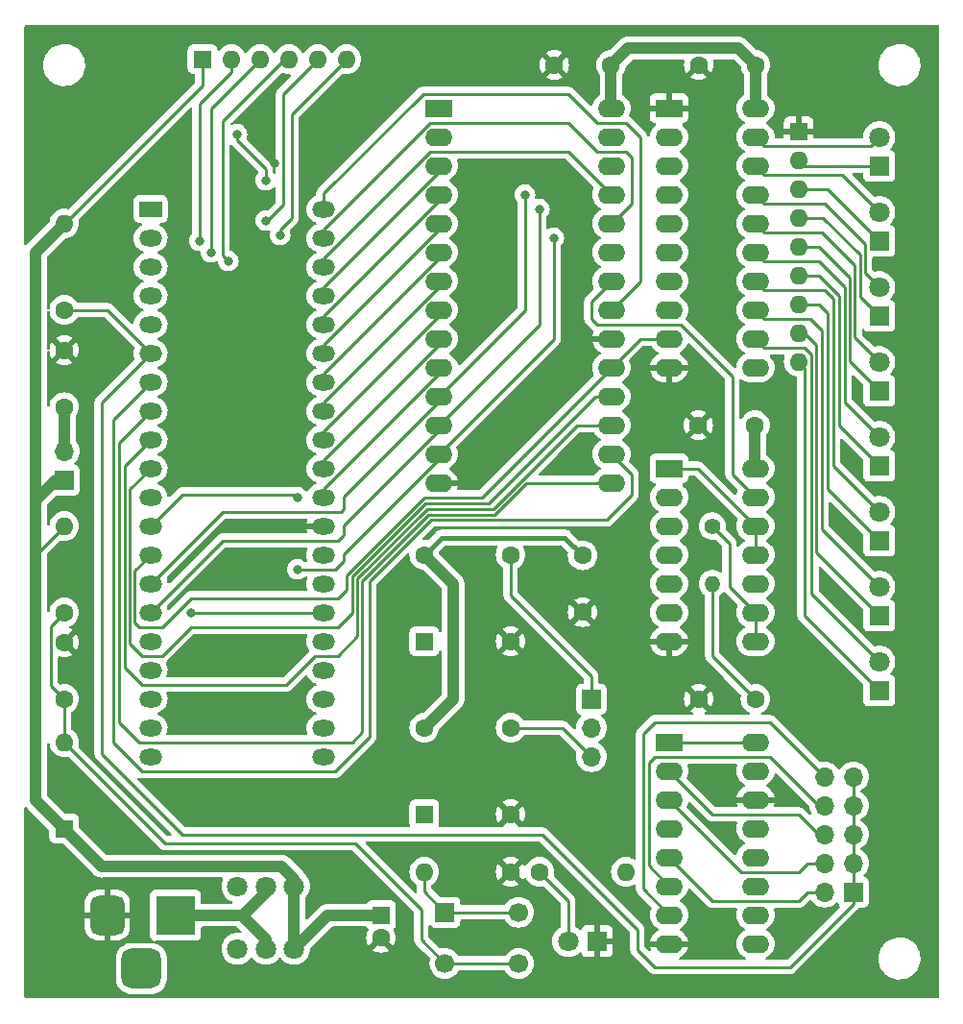
<source format=gbr>
%TF.GenerationSoftware,KiCad,Pcbnew,7.0.7*%
%TF.CreationDate,2023-09-25T01:30:26-05:00*%
%TF.ProjectId,z80-cmos-nmos-tester,7a38302d-636d-46f7-932d-6e6d6f732d74,rev?*%
%TF.SameCoordinates,Original*%
%TF.FileFunction,Copper,L1,Top*%
%TF.FilePolarity,Positive*%
%FSLAX46Y46*%
G04 Gerber Fmt 4.6, Leading zero omitted, Abs format (unit mm)*
G04 Created by KiCad (PCBNEW 7.0.7) date 2023-09-25 01:30:26*
%MOMM*%
%LPD*%
G01*
G04 APERTURE LIST*
G04 Aperture macros list*
%AMRoundRect*
0 Rectangle with rounded corners*
0 $1 Rounding radius*
0 $2 $3 $4 $5 $6 $7 $8 $9 X,Y pos of 4 corners*
0 Add a 4 corners polygon primitive as box body*
4,1,4,$2,$3,$4,$5,$6,$7,$8,$9,$2,$3,0*
0 Add four circle primitives for the rounded corners*
1,1,$1+$1,$2,$3*
1,1,$1+$1,$4,$5*
1,1,$1+$1,$6,$7*
1,1,$1+$1,$8,$9*
0 Add four rect primitives between the rounded corners*
20,1,$1+$1,$2,$3,$4,$5,0*
20,1,$1+$1,$4,$5,$6,$7,0*
20,1,$1+$1,$6,$7,$8,$9,0*
20,1,$1+$1,$8,$9,$2,$3,0*%
G04 Aperture macros list end*
%TA.AperFunction,ComponentPad*%
%ADD10C,1.400000*%
%TD*%
%TA.AperFunction,ComponentPad*%
%ADD11O,1.400000X1.400000*%
%TD*%
%TA.AperFunction,ComponentPad*%
%ADD12R,1.600000X1.600000*%
%TD*%
%TA.AperFunction,ComponentPad*%
%ADD13O,1.600000X1.600000*%
%TD*%
%TA.AperFunction,ComponentPad*%
%ADD14C,1.700000*%
%TD*%
%TA.AperFunction,ComponentPad*%
%ADD15R,1.700000X1.700000*%
%TD*%
%TA.AperFunction,ComponentPad*%
%ADD16C,1.600000*%
%TD*%
%TA.AperFunction,ComponentPad*%
%ADD17O,2.400000X1.600000*%
%TD*%
%TA.AperFunction,ComponentPad*%
%ADD18R,2.400000X1.600000*%
%TD*%
%TA.AperFunction,ComponentPad*%
%ADD19R,2.000000X1.440000*%
%TD*%
%TA.AperFunction,ComponentPad*%
%ADD20O,2.000000X1.440000*%
%TD*%
%TA.AperFunction,ComponentPad*%
%ADD21C,1.800000*%
%TD*%
%TA.AperFunction,ComponentPad*%
%ADD22O,1.700000X1.700000*%
%TD*%
%TA.AperFunction,ComponentPad*%
%ADD23R,3.500000X3.500000*%
%TD*%
%TA.AperFunction,ComponentPad*%
%ADD24RoundRect,0.750000X-0.750000X-1.000000X0.750000X-1.000000X0.750000X1.000000X-0.750000X1.000000X0*%
%TD*%
%TA.AperFunction,ComponentPad*%
%ADD25RoundRect,0.875000X-0.875000X-0.875000X0.875000X-0.875000X0.875000X0.875000X-0.875000X0.875000X0*%
%TD*%
%TA.AperFunction,ComponentPad*%
%ADD26R,1.800000X1.800000*%
%TD*%
%TA.AperFunction,ViaPad*%
%ADD27C,0.800000*%
%TD*%
%TA.AperFunction,Conductor*%
%ADD28C,0.250000*%
%TD*%
%TA.AperFunction,Conductor*%
%ADD29C,1.000000*%
%TD*%
%TA.AperFunction,Conductor*%
%ADD30C,0.400000*%
%TD*%
G04 APERTURE END LIST*
D10*
%TO.P,R5,1*%
%TO.N,Net-(R5-Pad1)*%
X170180000Y-104140000D03*
D11*
%TO.P,R5,2*%
%TO.N,+5V*%
X170180000Y-109220000D03*
%TD*%
D12*
%TO.P,RN1,1,common*%
%TO.N,+5V*%
X125222000Y-62992000D03*
D13*
%TO.P,RN1,2,R1*%
%TO.N,/~{INT}*%
X127762000Y-62992000D03*
%TO.P,RN1,3,R2*%
%TO.N,/~{NMI}*%
X130302000Y-62992000D03*
%TO.P,RN1,4,R3*%
%TO.N,/~{HALT}*%
X132842000Y-62992000D03*
%TO.P,RN1,5,R4*%
%TO.N,/~{WAIT}*%
X135382000Y-62992000D03*
%TO.P,RN1,6,R5*%
%TO.N,/~{BUSRQ}*%
X137922000Y-62992000D03*
%TD*%
D14*
%TO.P,SW1,1,1*%
%TO.N,Net-(R1-Pad2)*%
X153110000Y-138176000D03*
D15*
X146610000Y-138176000D03*
D14*
%TO.P,SW1,2,2*%
%TO.N,/~{RESET}*%
X153110000Y-142676000D03*
X146610000Y-142676000D03*
%TD*%
D12*
%TO.P,C3,1*%
%TO.N,+5V*%
X140970000Y-138430000D03*
D16*
%TO.P,C3,2*%
%TO.N,GND*%
X140970000Y-140430000D03*
%TD*%
D12*
%TO.P,X2,1,EN*%
%TO.N,unconnected-(X2-EN-Pad1)*%
X144780000Y-114300000D03*
D16*
%TO.P,X2,4,GND*%
%TO.N,GND*%
X152400000Y-114300000D03*
%TO.P,X2,5,OUT*%
%TO.N,Net-(JP2-A)*%
X152400000Y-106680000D03*
%TO.P,X2,8,Vcc*%
%TO.N,+5V*%
X144780000Y-106680000D03*
%TD*%
D12*
%TO.P,X1,1,EN*%
%TO.N,unconnected-(X1-EN-Pad1)*%
X144780000Y-129540000D03*
D16*
%TO.P,X1,4,GND*%
%TO.N,GND*%
X152400000Y-129540000D03*
%TO.P,X1,5,OUT*%
%TO.N,Net-(JP2-B)*%
X152400000Y-121920000D03*
%TO.P,X1,8,Vcc*%
%TO.N,+5V*%
X144780000Y-121920000D03*
%TD*%
D17*
%TO.P,U5,20,VCC*%
%TO.N,+5V*%
X173990000Y-67310000D03*
%TO.P,U5,19,Q0*%
%TO.N,Net-(D3-A)*%
X173990000Y-69850000D03*
%TO.P,U5,18,Q1*%
%TO.N,Net-(D4-A)*%
X173990000Y-72390000D03*
%TO.P,U5,17,Q2*%
%TO.N,Net-(D5-A)*%
X173990000Y-74930000D03*
%TO.P,U5,16,Q3*%
%TO.N,Net-(D6-A)*%
X173990000Y-77470000D03*
%TO.P,U5,15,Q4*%
%TO.N,Net-(D7-A)*%
X173990000Y-80010000D03*
%TO.P,U5,14,Q5*%
%TO.N,Net-(D8-A)*%
X173990000Y-82550000D03*
%TO.P,U5,13,Q6*%
%TO.N,Net-(D9-A)*%
X173990000Y-85090000D03*
%TO.P,U5,12,Q7*%
%TO.N,Net-(D10-A)*%
X173990000Y-87630000D03*
%TO.P,U5,11,Load*%
%TO.N,Net-(U5-Load)*%
X173990000Y-90170000D03*
%TO.P,U5,10,GND*%
%TO.N,GND*%
X166370000Y-90170000D03*
%TO.P,U5,9,D7*%
%TO.N,/D7*%
X166370000Y-87630000D03*
%TO.P,U5,8,D6*%
%TO.N,/D6*%
X166370000Y-85090000D03*
%TO.P,U5,7,D5*%
%TO.N,/D5*%
X166370000Y-82550000D03*
%TO.P,U5,6,D4*%
%TO.N,/D4*%
X166370000Y-80010000D03*
%TO.P,U5,5,D3*%
%TO.N,/D3*%
X166370000Y-77470000D03*
%TO.P,U5,4,D2*%
%TO.N,/D2*%
X166370000Y-74930000D03*
%TO.P,U5,3,D1*%
%TO.N,/D1*%
X166370000Y-72390000D03*
%TO.P,U5,2,D0*%
%TO.N,/D0*%
X166370000Y-69850000D03*
D18*
%TO.P,U5,1,OE*%
%TO.N,GND*%
X166370000Y-67310000D03*
%TD*%
%TO.P,U4,1,A15*%
%TO.N,/A15*%
X146050000Y-67310000D03*
D17*
%TO.P,U4,2,A12*%
%TO.N,/A12*%
X146050000Y-69850000D03*
%TO.P,U4,3,A7*%
%TO.N,/A7*%
X146050000Y-72390000D03*
%TO.P,U4,4,A6*%
%TO.N,/A6*%
X146050000Y-74930000D03*
%TO.P,U4,5,A5*%
%TO.N,/A5*%
X146050000Y-77470000D03*
%TO.P,U4,6,A4*%
%TO.N,/A4*%
X146050000Y-80010000D03*
%TO.P,U4,7,A3*%
%TO.N,/A3*%
X146050000Y-82550000D03*
%TO.P,U4,8,A2*%
%TO.N,/A2*%
X146050000Y-85090000D03*
%TO.P,U4,9,A1*%
%TO.N,/A1*%
X146050000Y-87630000D03*
%TO.P,U4,10,A0*%
%TO.N,/A0*%
X146050000Y-90170000D03*
%TO.P,U4,11,D0*%
%TO.N,/D0*%
X146050000Y-92710000D03*
%TO.P,U4,12,D1*%
%TO.N,/D1*%
X146050000Y-95250000D03*
%TO.P,U4,13,D2*%
%TO.N,/D2*%
X146050000Y-97790000D03*
%TO.P,U4,14,GND*%
%TO.N,GND*%
X146050000Y-100330000D03*
%TO.P,U4,15,D3*%
%TO.N,/D3*%
X161290000Y-100330000D03*
%TO.P,U4,16,D4*%
%TO.N,/D4*%
X161290000Y-97790000D03*
%TO.P,U4,17,D5*%
%TO.N,/D5*%
X161290000Y-95250000D03*
%TO.P,U4,18,D6*%
%TO.N,/D6*%
X161290000Y-92710000D03*
%TO.P,U4,19,D7*%
%TO.N,/D7*%
X161290000Y-90170000D03*
%TO.P,U4,20,~{CE}*%
%TO.N,GND*%
X161290000Y-87630000D03*
%TO.P,U4,21,A10*%
%TO.N,/A10*%
X161290000Y-85090000D03*
%TO.P,U4,22,~{OE}*%
%TO.N,Net-(U4-~{OE})*%
X161290000Y-82550000D03*
%TO.P,U4,23,A11*%
%TO.N,/A11*%
X161290000Y-80010000D03*
%TO.P,U4,24,A9*%
%TO.N,/A9*%
X161290000Y-77470000D03*
%TO.P,U4,25,A8*%
%TO.N,/A8*%
X161290000Y-74930000D03*
%TO.P,U4,26,A13*%
%TO.N,/A13*%
X161290000Y-72390000D03*
%TO.P,U4,27,A14*%
%TO.N,/A14*%
X161290000Y-69850000D03*
%TO.P,U4,28,VCC*%
%TO.N,+5V*%
X161290000Y-67310000D03*
%TD*%
%TO.P,U3,14,VCC*%
%TO.N,+5V*%
X173990000Y-99060000D03*
%TO.P,U3,13*%
%TO.N,Net-(U4-~{OE})*%
X173990000Y-101600000D03*
%TO.P,U3,12*%
%TO.N,Net-(U3-Pad1)*%
X173990000Y-104140000D03*
%TO.P,U3,11*%
X173990000Y-106680000D03*
%TO.P,U3,10*%
%TO.N,unconnected-(U3-Pad10)*%
X173990000Y-109220000D03*
%TO.P,U3,9*%
%TO.N,Net-(R5-Pad1)*%
X173990000Y-111760000D03*
%TO.P,U3,8*%
X173990000Y-114300000D03*
%TO.P,U3,7,GND*%
%TO.N,GND*%
X166370000Y-114300000D03*
%TO.P,U3,6*%
%TO.N,/~{IORQ}*%
X166370000Y-111760000D03*
%TO.P,U3,5*%
%TO.N,/~{WR}*%
X166370000Y-109220000D03*
%TO.P,U3,4*%
%TO.N,Net-(U5-Load)*%
X166370000Y-106680000D03*
%TO.P,U3,3*%
%TO.N,/~{RD}*%
X166370000Y-104140000D03*
%TO.P,U3,2*%
%TO.N,/~{MREQ}*%
X166370000Y-101600000D03*
D18*
%TO.P,U3,1*%
%TO.N,Net-(U3-Pad1)*%
X166370000Y-99060000D03*
%TD*%
%TO.P,U2,1,B*%
%TO.N,+5V*%
X166380000Y-123180000D03*
D17*
%TO.P,U2,2,QB*%
%TO.N,/F{slash}4*%
X166380000Y-125720000D03*
%TO.P,U2,3,QA*%
%TO.N,/F{slash}2*%
X166380000Y-128260000D03*
%TO.P,U2,4,DOWN*%
%TO.N,+5V*%
X166380000Y-130800000D03*
%TO.P,U2,5,UP*%
%TO.N,/F_FULL*%
X166380000Y-133340000D03*
%TO.P,U2,6,QC*%
%TO.N,/F{slash}8*%
X166380000Y-135880000D03*
%TO.P,U2,7,QD*%
%TO.N,/F{slash}16*%
X166380000Y-138420000D03*
%TO.P,U2,8,GND*%
%TO.N,GND*%
X166380000Y-140960000D03*
%TO.P,U2,9,D*%
%TO.N,+5V*%
X174000000Y-140960000D03*
%TO.P,U2,10,C*%
X174000000Y-138420000D03*
%TO.P,U2,11,~{LOAD}*%
X174000000Y-135880000D03*
%TO.P,U2,12,~{CO}*%
%TO.N,unconnected-(U2-~{CO}-Pad12)*%
X174000000Y-133340000D03*
%TO.P,U2,13,~{BO}*%
%TO.N,unconnected-(U2-~{BO}-Pad13)*%
X174000000Y-130800000D03*
%TO.P,U2,14,CLR*%
%TO.N,GND*%
X174000000Y-128260000D03*
%TO.P,U2,15,A*%
%TO.N,+5V*%
X174000000Y-125720000D03*
%TO.P,U2,16,VCC*%
X174000000Y-123180000D03*
%TD*%
D19*
%TO.P,U1,1,A11*%
%TO.N,/A11*%
X120650000Y-76200000D03*
D20*
%TO.P,U1,2,A12*%
%TO.N,/A12*%
X120650000Y-78740000D03*
%TO.P,U1,3,A13*%
%TO.N,/A13*%
X120650000Y-81280000D03*
%TO.P,U1,4,A14*%
%TO.N,/A14*%
X120650000Y-83820000D03*
%TO.P,U1,5,A15*%
%TO.N,/A15*%
X120650000Y-86360000D03*
%TO.P,U1,6,~{CLK}*%
%TO.N,/~{CLK}*%
X120650000Y-88900000D03*
%TO.P,U1,7,D4*%
%TO.N,/D4*%
X120650000Y-91440000D03*
%TO.P,U1,8,D3*%
%TO.N,/D3*%
X120650000Y-93980000D03*
%TO.P,U1,9,D5*%
%TO.N,/D5*%
X120650000Y-96520000D03*
%TO.P,U1,10,D6*%
%TO.N,/D6*%
X120650000Y-99060000D03*
%TO.P,U1,11,VCC*%
%TO.N,Net-(JP1-B)*%
X120650000Y-101600000D03*
%TO.P,U1,12,D2*%
%TO.N,/D2*%
X120650000Y-104140000D03*
%TO.P,U1,13,D7*%
%TO.N,/D7*%
X120650000Y-106680000D03*
%TO.P,U1,14,D0*%
%TO.N,/D0*%
X120650000Y-109220000D03*
%TO.P,U1,15,D1*%
%TO.N,/D1*%
X120650000Y-111760000D03*
%TO.P,U1,16,~{INT}*%
%TO.N,/~{INT}*%
X120650000Y-114300000D03*
%TO.P,U1,17,~{NMI}*%
%TO.N,/~{NMI}*%
X120650000Y-116840000D03*
%TO.P,U1,18,~{HALT}*%
%TO.N,/~{HALT}*%
X120650000Y-119380000D03*
%TO.P,U1,19,~{MREQ}*%
%TO.N,/~{MREQ}*%
X120650000Y-121920000D03*
%TO.P,U1,20,~{IORQ}*%
%TO.N,/~{IORQ}*%
X120650000Y-124460000D03*
%TO.P,U1,21,~{RD}*%
%TO.N,/~{RD}*%
X135890000Y-124460000D03*
%TO.P,U1,22,~{WR}*%
%TO.N,/~{WR}*%
X135890000Y-121920000D03*
%TO.P,U1,23,~{BUSACK}*%
%TO.N,unconnected-(U1-~{BUSACK}-Pad23)*%
X135890000Y-119380000D03*
%TO.P,U1,24,~{WAIT}*%
%TO.N,/~{WAIT}*%
X135890000Y-116840000D03*
%TO.P,U1,25,~{BUSRQ}*%
%TO.N,/~{BUSRQ}*%
X135890000Y-114300000D03*
%TO.P,U1,26,~{RESET}*%
%TO.N,/~{RESET}*%
X135890000Y-111760000D03*
%TO.P,U1,27,~{M1}*%
%TO.N,unconnected-(U1-~{M1}-Pad27)*%
X135890000Y-109220000D03*
%TO.P,U1,28,~{RFSH}*%
%TO.N,unconnected-(U1-~{RFSH}-Pad28)*%
X135890000Y-106680000D03*
%TO.P,U1,29,GND*%
%TO.N,GND*%
X135890000Y-104140000D03*
%TO.P,U1,30,A0*%
%TO.N,/A0*%
X135890000Y-101600000D03*
%TO.P,U1,31,A1*%
%TO.N,/A1*%
X135890000Y-99060000D03*
%TO.P,U1,32,A2*%
%TO.N,/A2*%
X135890000Y-96520000D03*
%TO.P,U1,33,A3*%
%TO.N,/A3*%
X135890000Y-93980000D03*
%TO.P,U1,34,A4*%
%TO.N,/A4*%
X135890000Y-91440000D03*
%TO.P,U1,35,A5*%
%TO.N,/A5*%
X135890000Y-88900000D03*
%TO.P,U1,36,A6*%
%TO.N,/A6*%
X135890000Y-86360000D03*
%TO.P,U1,37,A7*%
%TO.N,/A7*%
X135890000Y-83820000D03*
%TO.P,U1,38,A8*%
%TO.N,/A8*%
X135890000Y-81280000D03*
%TO.P,U1,39,A9*%
%TO.N,/A9*%
X135890000Y-78740000D03*
%TO.P,U1,40,A10*%
%TO.N,/A10*%
X135890000Y-76200000D03*
%TD*%
D21*
%TO.P,SW2,1,A*%
%TO.N,unconnected-(SW2A-A-Pad1)*%
X128310000Y-141390000D03*
%TO.P,SW2,2,B*%
%TO.N,Net-(SW2A-B)*%
X130810000Y-141390000D03*
%TO.P,SW2,3,C*%
%TO.N,+5V*%
X133310000Y-141390000D03*
%TO.P,SW2,4,A*%
%TO.N,unconnected-(SW2B-A-Pad4)*%
X128310000Y-135890000D03*
%TO.P,SW2,5,B*%
%TO.N,Net-(SW2A-B)*%
X130810000Y-135890000D03*
%TO.P,SW2,6,C*%
%TO.N,+5V*%
X133310000Y-135890000D03*
%TD*%
D12*
%TO.P,RN2,1,common*%
%TO.N,GND*%
X177800000Y-69342000D03*
D13*
%TO.P,RN2,2,R1*%
%TO.N,Net-(D3-K)*%
X177800000Y-71882000D03*
%TO.P,RN2,3,R2*%
%TO.N,Net-(D4-K)*%
X177800000Y-74422000D03*
%TO.P,RN2,4,R3*%
%TO.N,Net-(D5-K)*%
X177800000Y-76962000D03*
%TO.P,RN2,5,R4*%
%TO.N,Net-(D6-K)*%
X177800000Y-79502000D03*
%TO.P,RN2,6,R5*%
%TO.N,Net-(D7-K)*%
X177800000Y-82042000D03*
%TO.P,RN2,7,R6*%
%TO.N,Net-(D8-K)*%
X177800000Y-84582000D03*
%TO.P,RN2,8,R7*%
%TO.N,Net-(D9-K)*%
X177800000Y-87122000D03*
%TO.P,RN2,9,R8*%
%TO.N,Net-(D10-K)*%
X177800000Y-89662000D03*
%TD*%
D16*
%TO.P,R4,1*%
%TO.N,Net-(D2-A)*%
X154940000Y-134620000D03*
D13*
%TO.P,R4,2*%
%TO.N,+5V*%
X162560000Y-134620000D03*
%TD*%
%TO.P,R3,2*%
%TO.N,+5V*%
X113030000Y-77470000D03*
D16*
%TO.P,R3,1*%
%TO.N,/~{CLK}*%
X113030000Y-85090000D03*
%TD*%
%TO.P,R2,1*%
%TO.N,/~{RESET}*%
X113030000Y-111760000D03*
D13*
%TO.P,R2,2*%
%TO.N,+5V*%
X113030000Y-104140000D03*
%TD*%
D16*
%TO.P,R1,1*%
%TO.N,GND*%
X152400000Y-134620000D03*
D13*
%TO.P,R1,2*%
%TO.N,Net-(R1-Pad2)*%
X144780000Y-134620000D03*
%TD*%
D15*
%TO.P,JP2,1,A*%
%TO.N,Net-(JP2-A)*%
X159512000Y-119380000D03*
D22*
%TO.P,JP2,2,C*%
%TO.N,/F_FULL*%
X159512000Y-121920000D03*
%TO.P,JP2,3,B*%
%TO.N,Net-(JP2-B)*%
X159512000Y-124460000D03*
%TD*%
%TO.P,JP1,2,B*%
%TO.N,Net-(JP1-B)*%
X113030000Y-97536000D03*
D15*
%TO.P,JP1,1,A*%
%TO.N,+5V*%
X113030000Y-100076000D03*
%TD*%
%TO.P,J2,1,Pin_1*%
%TO.N,/~{CLK}*%
X182626000Y-136398000D03*
D22*
%TO.P,J2,2,Pin_2*%
%TO.N,/F_FULL*%
X180086000Y-136398000D03*
%TO.P,J2,3,Pin_3*%
%TO.N,/~{CLK}*%
X182626000Y-133858000D03*
%TO.P,J2,4,Pin_4*%
%TO.N,/F{slash}2*%
X180086000Y-133858000D03*
%TO.P,J2,5,Pin_5*%
%TO.N,/~{CLK}*%
X182626000Y-131318000D03*
%TO.P,J2,6,Pin_6*%
%TO.N,/F{slash}4*%
X180086000Y-131318000D03*
%TO.P,J2,7,Pin_7*%
%TO.N,/~{CLK}*%
X182626000Y-128778000D03*
%TO.P,J2,8,Pin_8*%
%TO.N,/F{slash}8*%
X180086000Y-128778000D03*
%TO.P,J2,9,Pin_9*%
%TO.N,/~{CLK}*%
X182626000Y-126238000D03*
%TO.P,J2,10,Pin_10*%
%TO.N,/F{slash}16*%
X180086000Y-126238000D03*
%TD*%
D23*
%TO.P,J1,1*%
%TO.N,Net-(SW2A-B)*%
X122840000Y-138430000D03*
D24*
%TO.P,J1,2*%
%TO.N,GND*%
X116840000Y-138430000D03*
D25*
%TO.P,J1,3*%
%TO.N,N/C*%
X119840000Y-143130000D03*
%TD*%
D26*
%TO.P,D10,1,K*%
%TO.N,Net-(D10-K)*%
X184912000Y-118618000D03*
D21*
%TO.P,D10,2,A*%
%TO.N,Net-(D10-A)*%
X184912000Y-116078000D03*
%TD*%
D26*
%TO.P,D9,1,K*%
%TO.N,Net-(D9-K)*%
X184912000Y-112014000D03*
D21*
%TO.P,D9,2,A*%
%TO.N,Net-(D9-A)*%
X184912000Y-109474000D03*
%TD*%
D26*
%TO.P,D8,1,K*%
%TO.N,Net-(D8-K)*%
X184912000Y-105410000D03*
D21*
%TO.P,D8,2,A*%
%TO.N,Net-(D8-A)*%
X184912000Y-102870000D03*
%TD*%
%TO.P,D7,2,A*%
%TO.N,Net-(D7-A)*%
X184912000Y-96266000D03*
D26*
%TO.P,D7,1,K*%
%TO.N,Net-(D7-K)*%
X184912000Y-98806000D03*
%TD*%
%TO.P,D6,1,K*%
%TO.N,Net-(D6-K)*%
X184912000Y-92207000D03*
D21*
%TO.P,D6,2,A*%
%TO.N,Net-(D6-A)*%
X184912000Y-89667000D03*
%TD*%
D26*
%TO.P,D5,1,K*%
%TO.N,Net-(D5-K)*%
X184912000Y-85603000D03*
D21*
%TO.P,D5,2,A*%
%TO.N,Net-(D5-A)*%
X184912000Y-83063000D03*
%TD*%
D26*
%TO.P,D4,1,K*%
%TO.N,Net-(D4-K)*%
X184912000Y-78994000D03*
D21*
%TO.P,D4,2,A*%
%TO.N,Net-(D4-A)*%
X184912000Y-76454000D03*
%TD*%
D26*
%TO.P,D3,1,K*%
%TO.N,Net-(D3-K)*%
X184912000Y-72390000D03*
D21*
%TO.P,D3,2,A*%
%TO.N,Net-(D3-A)*%
X184912000Y-69850000D03*
%TD*%
D26*
%TO.P,D2,1,K*%
%TO.N,GND*%
X160020000Y-140716000D03*
D21*
%TO.P,D2,2,A*%
%TO.N,Net-(D2-A)*%
X157480000Y-140716000D03*
%TD*%
D12*
%TO.P,D1,1,K*%
%TO.N,+5V*%
X113030000Y-130810000D03*
D13*
%TO.P,D1,2,A*%
%TO.N,/~{RESET}*%
X113030000Y-123190000D03*
%TD*%
D16*
%TO.P,C8,1*%
%TO.N,+5V*%
X173990000Y-119380000D03*
%TO.P,C8,2*%
%TO.N,GND*%
X168990000Y-119380000D03*
%TD*%
%TO.P,C7,1*%
%TO.N,+5V*%
X173950000Y-95250000D03*
%TO.P,C7,2*%
%TO.N,GND*%
X168950000Y-95250000D03*
%TD*%
%TO.P,C6,1*%
%TO.N,+5V*%
X173990000Y-63500000D03*
%TO.P,C6,2*%
%TO.N,GND*%
X168990000Y-63500000D03*
%TD*%
%TO.P,C5,1*%
%TO.N,+5V*%
X158750000Y-106720000D03*
%TO.P,C5,2*%
%TO.N,GND*%
X158750000Y-111720000D03*
%TD*%
%TO.P,C4,1*%
%TO.N,+5V*%
X161250000Y-63500000D03*
%TO.P,C4,2*%
%TO.N,GND*%
X156250000Y-63500000D03*
%TD*%
%TO.P,C2,2*%
%TO.N,GND*%
X113030000Y-114380000D03*
%TO.P,C2,1*%
%TO.N,/~{RESET}*%
X113030000Y-119380000D03*
%TD*%
%TO.P,C1,2*%
%TO.N,Net-(JP1-B)*%
X113030000Y-93646000D03*
%TO.P,C1,1*%
%TO.N,GND*%
X113030000Y-88646000D03*
%TD*%
D27*
%TO.N,GND*%
X128270000Y-119380000D03*
X157734000Y-98552000D03*
X131572000Y-72136000D03*
X171196000Y-131064000D03*
X178054000Y-139700000D03*
X129032000Y-107950000D03*
X128270000Y-115570000D03*
X117602000Y-130556000D03*
%TO.N,/~{BUSRQ}*%
X132080000Y-78486000D03*
%TO.N,/~{WAIT}*%
X130810000Y-77216000D03*
%TO.N,/~{HALT}*%
X127508000Y-80772000D03*
%TO.N,/~{NMI}*%
X125984000Y-80010000D03*
%TO.N,/~{INT}*%
X124968000Y-78994000D03*
%TO.N,/~{RESET}*%
X124206000Y-111760000D03*
%TO.N,/A11*%
X130810000Y-73660000D03*
X128270000Y-69596000D03*
%TO.N,/D2*%
X133604000Y-107950000D03*
X133604000Y-101600000D03*
X156210000Y-78740000D03*
%TO.N,/D1*%
X154940000Y-76200000D03*
%TO.N,/D0*%
X153670000Y-74930000D03*
%TD*%
D28*
%TO.N,Net-(D4-A)*%
X181610000Y-73152000D02*
X184912000Y-76454000D01*
X174752000Y-73152000D02*
X181610000Y-73152000D01*
X173990000Y-72390000D02*
X174752000Y-73152000D01*
%TO.N,/A10*%
X163830000Y-69850000D02*
X163830000Y-82550000D01*
X163830000Y-82550000D02*
X161290000Y-85090000D01*
X160020000Y-68580000D02*
X162560000Y-68580000D01*
X162560000Y-68580000D02*
X163830000Y-69850000D01*
X144670000Y-66040000D02*
X157480000Y-66040000D01*
X135890000Y-74820000D02*
X144670000Y-66040000D01*
X157480000Y-66040000D02*
X160020000Y-68580000D01*
X135890000Y-76200000D02*
X135890000Y-74820000D01*
%TO.N,/A9*%
X163068000Y-75692000D02*
X161290000Y-77470000D01*
X160020000Y-71120000D02*
X162560000Y-71120000D01*
X157480000Y-68580000D02*
X160020000Y-71120000D01*
X135890000Y-78019010D02*
X145329010Y-68580000D01*
X135890000Y-78740000D02*
X135890000Y-78019010D01*
X145329010Y-68580000D02*
X157480000Y-68580000D01*
X162560000Y-71120000D02*
X163068000Y-71628000D01*
X163068000Y-71628000D02*
X163068000Y-75692000D01*
%TO.N,Net-(U4-~{OE})*%
X167386000Y-86360000D02*
X171958000Y-90932000D01*
X160020000Y-86360000D02*
X167386000Y-86360000D01*
X171958000Y-90932000D02*
X171958000Y-99568000D01*
X159512000Y-85852000D02*
X160020000Y-86360000D01*
X159512000Y-84328000D02*
X159512000Y-85852000D01*
X171958000Y-99568000D02*
X173990000Y-101600000D01*
X161290000Y-82550000D02*
X159512000Y-84328000D01*
%TO.N,/~{RESET}*%
X144526000Y-140592000D02*
X146610000Y-142676000D01*
X138684000Y-132080000D02*
X144526000Y-137922000D01*
X121920000Y-132080000D02*
X138684000Y-132080000D01*
X113030000Y-123190000D02*
X121920000Y-132080000D01*
X144526000Y-137922000D02*
X144526000Y-140592000D01*
%TO.N,/~{CLK}*%
X116332000Y-93218000D02*
X120650000Y-88900000D01*
X116332000Y-124206000D02*
X116332000Y-93218000D01*
X123444000Y-131318000D02*
X116332000Y-124206000D01*
X163576000Y-139700000D02*
X155194000Y-131318000D01*
X155194000Y-131318000D02*
X123444000Y-131318000D01*
X177038000Y-143002000D02*
X165100000Y-143002000D01*
X182626000Y-137414000D02*
X177038000Y-143002000D01*
X163576000Y-141478000D02*
X163576000Y-139700000D01*
X182626000Y-136398000D02*
X182626000Y-137414000D01*
X165100000Y-143002000D02*
X163576000Y-141478000D01*
D29*
%TO.N,+5V*%
X116332000Y-134112000D02*
X113030000Y-130810000D01*
X132187000Y-134112000D02*
X116332000Y-134112000D01*
X133310000Y-135235000D02*
X132187000Y-134112000D01*
X133310000Y-135890000D02*
X133310000Y-135235000D01*
%TO.N,Net-(SW2A-B)*%
X130810000Y-136398000D02*
X130810000Y-135890000D01*
X128690000Y-138430000D02*
X128778000Y-138430000D01*
X128778000Y-138430000D02*
X130810000Y-136398000D01*
X130810000Y-140550000D02*
X130810000Y-141390000D01*
X128690000Y-138430000D02*
X130810000Y-140550000D01*
%TO.N,+5V*%
X133310000Y-141390000D02*
X133310000Y-135890000D01*
%TO.N,Net-(SW2A-B)*%
X122840000Y-138430000D02*
X128690000Y-138430000D01*
D28*
%TO.N,/~{HALT}*%
X132461000Y-62992000D02*
X132842000Y-62992000D01*
X127000000Y-80264000D02*
X127000000Y-68453000D01*
X127508000Y-80772000D02*
X127000000Y-80264000D01*
X127000000Y-68453000D02*
X132461000Y-62992000D01*
%TO.N,/~{INT}*%
X127762000Y-64123370D02*
X127762000Y-62992000D01*
X124968000Y-66917370D02*
X127762000Y-64123370D01*
X124968000Y-78994000D02*
X124968000Y-66917370D01*
%TO.N,/~{BUSRQ}*%
X133096000Y-67818000D02*
X137922000Y-62992000D01*
X133096000Y-76977604D02*
X133096000Y-67818000D01*
X132080000Y-77993604D02*
X133096000Y-76977604D01*
X132080000Y-78486000D02*
X132080000Y-77993604D01*
%TO.N,/~{WAIT}*%
X132334000Y-75820695D02*
X132334000Y-66040000D01*
X130938695Y-77216000D02*
X132334000Y-75820695D01*
X130810000Y-77216000D02*
X130938695Y-77216000D01*
X132334000Y-66040000D02*
X135382000Y-62992000D01*
%TO.N,/~{NMI}*%
X125984000Y-67310000D02*
X130302000Y-62992000D01*
X125984000Y-80010000D02*
X125984000Y-67310000D01*
%TO.N,+5V*%
X125222000Y-65278000D02*
X113030000Y-77470000D01*
X125222000Y-62992000D02*
X125222000Y-65278000D01*
%TO.N,Net-(JP2-A)*%
X159512000Y-117348000D02*
X159512000Y-119380000D01*
X152400000Y-106680000D02*
X152400000Y-110236000D01*
X152400000Y-110236000D02*
X159512000Y-117348000D01*
%TO.N,Net-(JP2-B)*%
X156972000Y-121920000D02*
X159512000Y-124460000D01*
X152400000Y-121920000D02*
X156972000Y-121920000D01*
%TO.N,/A11*%
X128270000Y-69596000D02*
X128270000Y-70104000D01*
X128270000Y-70104000D02*
X130810000Y-72644000D01*
X130810000Y-72644000D02*
X130810000Y-73660000D01*
%TO.N,/F{slash}4*%
X179578000Y-131318000D02*
X180086000Y-131318000D01*
X177800000Y-129540000D02*
X179578000Y-131318000D01*
X170200000Y-129540000D02*
X177800000Y-129540000D01*
X166380000Y-125720000D02*
X170200000Y-129540000D01*
%TO.N,/F{slash}8*%
X179578000Y-128778000D02*
X180086000Y-128778000D01*
X175260000Y-124460000D02*
X179578000Y-128778000D01*
X164592000Y-124968000D02*
X165100000Y-124460000D01*
X165100000Y-124460000D02*
X175260000Y-124460000D01*
X166380000Y-135880000D02*
X164592000Y-134092000D01*
X164592000Y-134092000D02*
X164592000Y-124968000D01*
%TO.N,/F{slash}16*%
X165100000Y-121412000D02*
X164084000Y-122428000D01*
X164084000Y-122428000D02*
X164084000Y-136124000D01*
X175260000Y-121412000D02*
X165100000Y-121412000D01*
X180086000Y-126238000D02*
X175260000Y-121412000D01*
X164084000Y-136124000D02*
X166380000Y-138420000D01*
%TO.N,Net-(R1-Pad2)*%
X144780000Y-136346000D02*
X146610000Y-138176000D01*
X144780000Y-134620000D02*
X144780000Y-136346000D01*
%TO.N,/~{RESET}*%
X146610000Y-142676000D02*
X153110000Y-142676000D01*
%TO.N,Net-(R1-Pad2)*%
X146610000Y-138176000D02*
X153110000Y-138176000D01*
%TO.N,+5V*%
X170180000Y-115570000D02*
X173990000Y-119380000D01*
X170180000Y-109220000D02*
X170180000Y-115570000D01*
%TO.N,Net-(R5-Pad1)*%
X170180000Y-104140000D02*
X171704000Y-105664000D01*
X171704000Y-105664000D02*
X171704000Y-109474000D01*
X171704000Y-109474000D02*
X173990000Y-111760000D01*
X173990000Y-114300000D02*
X173990000Y-111760000D01*
%TO.N,+5V*%
X166380000Y-123180000D02*
X174000000Y-123180000D01*
%TO.N,/~{RESET}*%
X135890000Y-111760000D02*
X124206000Y-111760000D01*
%TO.N,/D2*%
X133604000Y-107950000D02*
X136906000Y-107950000D01*
X137668000Y-106659853D02*
X146050000Y-98277853D01*
X146050000Y-98277853D02*
X146050000Y-97790000D01*
X136906000Y-107950000D02*
X137668000Y-107188000D01*
X137668000Y-107188000D02*
X137668000Y-106659853D01*
X133350000Y-101346000D02*
X123444000Y-101346000D01*
X133604000Y-101600000D02*
X133350000Y-101346000D01*
X123444000Y-101346000D02*
X120650000Y-104140000D01*
D29*
%TO.N,+5V*%
X173950000Y-99020000D02*
X173990000Y-99060000D01*
X173950000Y-95250000D02*
X173950000Y-99020000D01*
X173990000Y-63500000D02*
X173990000Y-67310000D01*
X161250000Y-67270000D02*
X161290000Y-67310000D01*
X161250000Y-63500000D02*
X161250000Y-67270000D01*
X172490000Y-62000000D02*
X162750000Y-62000000D01*
X162750000Y-62000000D02*
X161250000Y-63500000D01*
X173990000Y-63500000D02*
X172490000Y-62000000D01*
X110490000Y-80010000D02*
X113030000Y-77470000D01*
X110490000Y-101854000D02*
X110490000Y-80010000D01*
D28*
X113030000Y-104140000D02*
X110490000Y-106680000D01*
D29*
X110490000Y-107442000D02*
X110490000Y-101854000D01*
D28*
X110490000Y-106680000D02*
X110490000Y-107442000D01*
D29*
X110490000Y-128270000D02*
X110490000Y-107442000D01*
%TO.N,Net-(JP1-B)*%
X113030000Y-93646000D02*
X113030000Y-97536000D01*
%TO.N,+5V*%
X112268000Y-100076000D02*
X110490000Y-101854000D01*
X113030000Y-100076000D02*
X112268000Y-100076000D01*
X113030000Y-130810000D02*
X110490000Y-128270000D01*
D28*
%TO.N,/D4*%
X163068000Y-99568000D02*
X161290000Y-97790000D01*
X163068000Y-101346000D02*
X163068000Y-99568000D01*
X160840000Y-103574000D02*
X163068000Y-101346000D01*
X139954000Y-122682000D02*
X139954000Y-108968792D01*
X139954000Y-108968792D02*
X145348792Y-103574000D01*
X119888000Y-125730000D02*
X136906000Y-125730000D01*
X136906000Y-125730000D02*
X139954000Y-122682000D01*
X117348000Y-123190000D02*
X119888000Y-125730000D01*
X145348792Y-103574000D02*
X160840000Y-103574000D01*
X117348000Y-94742000D02*
X117348000Y-123190000D01*
X120650000Y-91440000D02*
X117348000Y-94742000D01*
%TO.N,/D3*%
X153798396Y-100330000D02*
X161290000Y-100330000D01*
X151004396Y-103124000D02*
X153798396Y-100330000D01*
X138430000Y-123190000D02*
X139330000Y-122290000D01*
X119634000Y-123190000D02*
X138430000Y-123190000D01*
X139330000Y-108956396D02*
X145162396Y-103124000D01*
X117856000Y-121412000D02*
X119634000Y-123190000D01*
X117856000Y-96774000D02*
X117856000Y-121412000D01*
X139330000Y-122290000D02*
X139330000Y-108956396D01*
X120650000Y-93980000D02*
X117856000Y-96774000D01*
X145162396Y-103124000D02*
X151004396Y-103124000D01*
%TO.N,/D5*%
X158242000Y-95250000D02*
X161290000Y-95250000D01*
X150876000Y-102616000D02*
X158242000Y-95250000D01*
X138880000Y-108770000D02*
X145034000Y-102616000D01*
X135128000Y-115570000D02*
X137160000Y-115570000D01*
X132588000Y-118110000D02*
X135128000Y-115570000D01*
X137160000Y-115570000D02*
X138880000Y-113850000D01*
X119888000Y-118110000D02*
X132588000Y-118110000D01*
X118364000Y-116586000D02*
X119888000Y-118110000D01*
X138880000Y-113850000D02*
X138880000Y-108770000D01*
X118364000Y-98806000D02*
X118364000Y-116586000D01*
X145034000Y-102616000D02*
X150876000Y-102616000D01*
X120650000Y-96520000D02*
X118364000Y-98806000D01*
%TO.N,/D6*%
X118814000Y-100896000D02*
X120650000Y-99060000D01*
X118814000Y-114496000D02*
X118814000Y-100896000D01*
X119888000Y-115570000D02*
X118814000Y-114496000D01*
X121666000Y-115570000D02*
X119888000Y-115570000D01*
X138430000Y-111760000D02*
X137160000Y-113030000D01*
X124206000Y-113030000D02*
X121666000Y-115570000D01*
X138430000Y-108583604D02*
X138430000Y-111760000D01*
X144905604Y-102108000D02*
X138430000Y-108583604D01*
X150442000Y-102108000D02*
X144905604Y-102108000D01*
X159840000Y-92710000D02*
X150442000Y-102108000D01*
X161290000Y-92710000D02*
X159840000Y-92710000D01*
X137160000Y-113030000D02*
X124206000Y-113030000D01*
%TO.N,/D7*%
X119264000Y-108066000D02*
X120650000Y-106680000D01*
X119634000Y-113030000D02*
X119264000Y-112660000D01*
X137160000Y-110490000D02*
X124206000Y-110490000D01*
X119264000Y-112660000D02*
X119264000Y-108066000D01*
X137922000Y-109728000D02*
X137160000Y-110490000D01*
X121666000Y-113030000D02*
X119634000Y-113030000D01*
X137922000Y-108455208D02*
X137922000Y-109728000D01*
X144777208Y-101600000D02*
X137922000Y-108455208D01*
X149860000Y-101600000D02*
X144777208Y-101600000D01*
X161290000Y-90170000D02*
X149860000Y-101600000D01*
X124206000Y-110490000D02*
X121666000Y-113030000D01*
D30*
%TO.N,+5V*%
X157186000Y-105156000D02*
X158750000Y-106720000D01*
X146304000Y-105156000D02*
X157186000Y-105156000D01*
X144780000Y-106680000D02*
X146304000Y-105156000D01*
D29*
X147320000Y-109220000D02*
X144780000Y-106680000D01*
X147320000Y-119380000D02*
X147320000Y-109220000D01*
X144780000Y-121920000D02*
X147320000Y-119380000D01*
D28*
%TO.N,Net-(D2-A)*%
X157480000Y-137160000D02*
X157480000Y-140716000D01*
X154940000Y-134620000D02*
X157480000Y-137160000D01*
%TO.N,/A0*%
X146050000Y-90678000D02*
X146050000Y-90170000D01*
X135890000Y-100838000D02*
X146050000Y-90678000D01*
X135890000Y-101600000D02*
X135890000Y-100838000D01*
%TO.N,/D0*%
X127000000Y-102870000D02*
X120650000Y-109220000D01*
X137668000Y-102616000D02*
X137414000Y-102870000D01*
X137414000Y-102870000D02*
X127000000Y-102870000D01*
X146050000Y-93197853D02*
X137668000Y-101579853D01*
X137668000Y-101579853D02*
X137668000Y-102616000D01*
X146050000Y-92710000D02*
X146050000Y-93197853D01*
%TO.N,/D1*%
X127000000Y-105410000D02*
X120650000Y-111760000D01*
X137160000Y-105410000D02*
X127000000Y-105410000D01*
X146050000Y-95737853D02*
X137668000Y-104119853D01*
X146050000Y-95250000D02*
X146050000Y-95737853D01*
X137668000Y-104119853D02*
X137668000Y-104902000D01*
X137668000Y-104902000D02*
X137160000Y-105410000D01*
%TO.N,/A8*%
X135890000Y-80559010D02*
X145329010Y-71120000D01*
X135890000Y-81280000D02*
X135890000Y-80559010D01*
X145329010Y-71120000D02*
X157480000Y-71120000D01*
X157480000Y-71120000D02*
X161290000Y-74930000D01*
%TO.N,/A2*%
X146050000Y-85598000D02*
X146050000Y-85090000D01*
X135890000Y-95758000D02*
X146050000Y-85598000D01*
X135890000Y-96520000D02*
X135890000Y-95758000D01*
%TO.N,/F{slash}2*%
X178562000Y-133858000D02*
X177800000Y-134620000D01*
X180086000Y-133858000D02*
X178562000Y-133858000D01*
%TO.N,/F_FULL*%
X170200000Y-137160000D02*
X166380000Y-133340000D01*
X177800000Y-137160000D02*
X170200000Y-137160000D01*
X180086000Y-136398000D02*
X178562000Y-136398000D01*
%TO.N,/~{CLK}*%
X182626000Y-126238000D02*
X182626000Y-136398000D01*
%TO.N,/F{slash}2*%
X177800000Y-134620000D02*
X172740000Y-134620000D01*
X172740000Y-134620000D02*
X166380000Y-128260000D01*
%TO.N,/F_FULL*%
X178562000Y-136398000D02*
X177800000Y-137160000D01*
%TO.N,Net-(D10-K)*%
X178308000Y-90170000D02*
X177800000Y-89662000D01*
X178308000Y-112014000D02*
X178308000Y-90170000D01*
X184912000Y-118618000D02*
X178308000Y-112014000D01*
%TO.N,Net-(D10-A)*%
X178925000Y-89009000D02*
X178925000Y-110091000D01*
X174752000Y-88392000D02*
X178308000Y-88392000D01*
X173990000Y-87630000D02*
X174752000Y-88392000D01*
X178308000Y-88392000D02*
X178925000Y-89009000D01*
X178925000Y-110091000D02*
X184912000Y-116078000D01*
%TO.N,Net-(D9-K)*%
X178308000Y-87122000D02*
X177800000Y-87122000D01*
X179375000Y-88189000D02*
X178308000Y-87122000D01*
X179375000Y-106477000D02*
X179375000Y-88189000D01*
X184912000Y-112014000D02*
X179375000Y-106477000D01*
%TO.N,Net-(D9-A)*%
X179832000Y-104394000D02*
X184912000Y-109474000D01*
X179832000Y-86868000D02*
X179832000Y-104394000D01*
X174752000Y-85852000D02*
X178816000Y-85852000D01*
X178816000Y-85852000D02*
X179832000Y-86868000D01*
X173990000Y-85090000D02*
X174752000Y-85852000D01*
%TO.N,Net-(D3-A)*%
X184150000Y-70612000D02*
X184912000Y-69850000D01*
X174752000Y-70612000D02*
X184150000Y-70612000D01*
X173990000Y-69850000D02*
X174752000Y-70612000D01*
%TO.N,Net-(D5-A)*%
X183664000Y-81815000D02*
X184912000Y-83063000D01*
X180086000Y-75692000D02*
X183664000Y-79270000D01*
X174752000Y-75692000D02*
X180086000Y-75692000D01*
X183664000Y-79270000D02*
X183664000Y-81815000D01*
X173990000Y-74930000D02*
X174752000Y-75692000D01*
%TO.N,Net-(D6-A)*%
X182764000Y-87519000D02*
X184912000Y-89667000D01*
X182764000Y-81164000D02*
X182764000Y-87519000D01*
X179832000Y-78232000D02*
X182764000Y-81164000D01*
X174752000Y-78232000D02*
X179832000Y-78232000D01*
X173990000Y-77470000D02*
X174752000Y-78232000D01*
%TO.N,Net-(D6-K)*%
X179578000Y-79502000D02*
X177800000Y-79502000D01*
X182314000Y-89609000D02*
X182314000Y-82238000D01*
X182314000Y-82238000D02*
X179578000Y-79502000D01*
X184912000Y-92207000D02*
X182314000Y-89609000D01*
%TO.N,Net-(D7-A)*%
X181864000Y-83058000D02*
X181864000Y-93218000D01*
X179578000Y-80772000D02*
X181864000Y-83058000D01*
X174752000Y-80772000D02*
X179578000Y-80772000D01*
X181864000Y-93218000D02*
X184912000Y-96266000D01*
X173990000Y-80010000D02*
X174752000Y-80772000D01*
%TO.N,Net-(D8-K)*%
X180340000Y-100838000D02*
X184912000Y-105410000D01*
X180340000Y-85344000D02*
X180340000Y-100838000D01*
X179578000Y-84582000D02*
X180340000Y-85344000D01*
X177800000Y-84582000D02*
X179578000Y-84582000D01*
%TO.N,Net-(D8-A)*%
X180848000Y-98806000D02*
X184912000Y-102870000D01*
X180848000Y-84074000D02*
X180848000Y-98806000D01*
X180086000Y-83312000D02*
X180848000Y-84074000D01*
X174752000Y-83312000D02*
X180086000Y-83312000D01*
X173990000Y-82550000D02*
X174752000Y-83312000D01*
%TO.N,Net-(D7-K)*%
X179578000Y-82042000D02*
X177800000Y-82042000D01*
X181356000Y-83820000D02*
X179578000Y-82042000D01*
X181356000Y-95250000D02*
X181356000Y-83820000D01*
X184912000Y-98806000D02*
X181356000Y-95250000D01*
%TO.N,Net-(D5-K)*%
X183214000Y-83905000D02*
X183214000Y-80212812D01*
X184912000Y-85603000D02*
X183214000Y-83905000D01*
X179963188Y-76962000D02*
X177800000Y-76962000D01*
X183214000Y-80212812D02*
X179963188Y-76962000D01*
%TO.N,Net-(D4-K)*%
X180340000Y-74422000D02*
X177800000Y-74422000D01*
X184912000Y-78994000D02*
X180340000Y-74422000D01*
%TO.N,Net-(D3-K)*%
X178308000Y-72390000D02*
X177800000Y-71882000D01*
X184912000Y-72390000D02*
X178308000Y-72390000D01*
D29*
%TO.N,+5V*%
X136270000Y-138430000D02*
X133310000Y-141390000D01*
X140970000Y-138430000D02*
X136270000Y-138430000D01*
D28*
%TO.N,Net-(U3-Pad1)*%
X173990000Y-104140000D02*
X173990000Y-106680000D01*
X168910000Y-99060000D02*
X173990000Y-104140000D01*
X166370000Y-99060000D02*
X168910000Y-99060000D01*
%TO.N,/~{CLK}*%
X113030000Y-85090000D02*
X116840000Y-85090000D01*
X116840000Y-85090000D02*
X120650000Y-88900000D01*
%TO.N,/~{RESET}*%
X111855000Y-112935000D02*
X113030000Y-111760000D01*
X111855000Y-118205000D02*
X111855000Y-112935000D01*
X113030000Y-119380000D02*
X111855000Y-118205000D01*
%TO.N,/D2*%
X156210000Y-87630000D02*
X156210000Y-78740000D01*
X146050000Y-97790000D02*
X156210000Y-87630000D01*
%TO.N,/D1*%
X154940000Y-86360000D02*
X154940000Y-76200000D01*
X146050000Y-95250000D02*
X154940000Y-86360000D01*
%TO.N,/D0*%
X153670000Y-85090000D02*
X153670000Y-74930000D01*
X146050000Y-92710000D02*
X153670000Y-85090000D01*
%TO.N,/~{RESET}*%
X113030000Y-119380000D02*
X113030000Y-123190000D01*
%TO.N,/D7*%
X163830000Y-87630000D02*
X161290000Y-90170000D01*
X166370000Y-87630000D02*
X163830000Y-87630000D01*
%TO.N,/A7*%
X146050000Y-72939010D02*
X146050000Y-72390000D01*
X135890000Y-83099010D02*
X146050000Y-72939010D01*
X135890000Y-83820000D02*
X135890000Y-83099010D01*
%TO.N,/A6*%
X146050000Y-75479010D02*
X146050000Y-74930000D01*
X135890000Y-86360000D02*
X135890000Y-85639010D01*
X135890000Y-85639010D02*
X146050000Y-75479010D01*
%TO.N,/A5*%
X135890000Y-88179010D02*
X146050000Y-78019010D01*
X146050000Y-78019010D02*
X146050000Y-77470000D01*
X135890000Y-88900000D02*
X135890000Y-88179010D01*
%TO.N,/A4*%
X146050000Y-80559010D02*
X146050000Y-80010000D01*
X135890000Y-90719010D02*
X146050000Y-80559010D01*
X135890000Y-91440000D02*
X135890000Y-90719010D01*
%TO.N,/A3*%
X146050000Y-83099010D02*
X146050000Y-82550000D01*
X135890000Y-93259010D02*
X146050000Y-83099010D01*
X135890000Y-93980000D02*
X135890000Y-93259010D01*
%TO.N,/A1*%
X135890000Y-98339010D02*
X146050000Y-88179010D01*
X146050000Y-88179010D02*
X146050000Y-87630000D01*
X135890000Y-99060000D02*
X135890000Y-98339010D01*
%TD*%
%TA.AperFunction,Conductor*%
%TO.N,GND*%
G36*
X190142539Y-60010185D02*
G01*
X190188294Y-60062989D01*
X190199500Y-60114500D01*
X190199500Y-145625500D01*
X190179815Y-145692539D01*
X190127011Y-145738294D01*
X190075500Y-145749500D01*
X109644500Y-145749500D01*
X109577461Y-145729815D01*
X109531706Y-145677011D01*
X109520500Y-145625500D01*
X109520500Y-138180000D01*
X114839999Y-138180000D01*
X116216000Y-138180000D01*
X116283039Y-138199685D01*
X116328794Y-138252489D01*
X116340000Y-138304000D01*
X116340000Y-138556000D01*
X116320315Y-138623039D01*
X116267511Y-138668794D01*
X116216000Y-138680000D01*
X114840001Y-138680000D01*
X114840001Y-139494192D01*
X114850400Y-139626332D01*
X114905377Y-139844519D01*
X114998428Y-140049374D01*
X114998431Y-140049380D01*
X115126559Y-140234323D01*
X115126569Y-140234335D01*
X115285664Y-140393430D01*
X115285676Y-140393440D01*
X115470619Y-140521568D01*
X115470625Y-140521571D01*
X115675480Y-140614622D01*
X115893667Y-140669599D01*
X116025807Y-140680000D01*
X116589999Y-140679999D01*
X116590000Y-140679998D01*
X116590000Y-140043346D01*
X116609685Y-139976307D01*
X116662489Y-139930552D01*
X116731647Y-139920608D01*
X116748937Y-139924370D01*
X116768108Y-139929999D01*
X116768110Y-139930000D01*
X116768111Y-139930000D01*
X116911890Y-139930000D01*
X116911890Y-139929999D01*
X116931063Y-139924369D01*
X117000932Y-139924368D01*
X117059711Y-139962141D01*
X117088737Y-140025696D01*
X117090000Y-140043346D01*
X117090000Y-140679999D01*
X117654192Y-140679999D01*
X117786332Y-140669599D01*
X118004519Y-140614622D01*
X118209374Y-140521571D01*
X118209380Y-140521568D01*
X118394323Y-140393440D01*
X118394335Y-140393430D01*
X118553430Y-140234335D01*
X118553440Y-140234323D01*
X118681568Y-140049380D01*
X118681571Y-140049374D01*
X118774622Y-139844519D01*
X118829599Y-139626332D01*
X118840000Y-139494194D01*
X118840000Y-138680000D01*
X117464000Y-138680000D01*
X117396961Y-138660315D01*
X117351206Y-138607511D01*
X117340000Y-138556000D01*
X117340000Y-138304000D01*
X117359685Y-138236961D01*
X117412489Y-138191206D01*
X117464000Y-138180000D01*
X118839999Y-138180000D01*
X118839999Y-137365808D01*
X118829599Y-137233667D01*
X118774622Y-137015480D01*
X118681571Y-136810625D01*
X118681568Y-136810619D01*
X118553440Y-136625676D01*
X118553430Y-136625664D01*
X118394335Y-136466569D01*
X118394323Y-136466559D01*
X118209380Y-136338431D01*
X118209374Y-136338428D01*
X118004519Y-136245377D01*
X117786332Y-136190400D01*
X117654194Y-136180000D01*
X117090000Y-136180000D01*
X117090000Y-136816653D01*
X117070315Y-136883692D01*
X117017511Y-136929447D01*
X116948353Y-136939391D01*
X116931067Y-136935631D01*
X116911889Y-136930000D01*
X116768111Y-136930000D01*
X116748933Y-136935631D01*
X116679064Y-136935630D01*
X116620286Y-136897855D01*
X116591262Y-136834299D01*
X116590000Y-136816653D01*
X116589999Y-136180000D01*
X116025808Y-136180001D01*
X115893667Y-136190400D01*
X115675480Y-136245377D01*
X115470625Y-136338428D01*
X115470619Y-136338431D01*
X115285676Y-136466559D01*
X115285664Y-136466569D01*
X115126569Y-136625664D01*
X115126559Y-136625676D01*
X114998431Y-136810619D01*
X114998428Y-136810625D01*
X114905377Y-137015480D01*
X114850400Y-137233667D01*
X114840000Y-137365806D01*
X114839999Y-138180000D01*
X109520500Y-138180000D01*
X109520500Y-137327939D01*
X109520499Y-129014781D01*
X109540184Y-128947743D01*
X109592988Y-128901988D01*
X109662146Y-128892044D01*
X109725702Y-128921069D01*
X109732180Y-128927101D01*
X109753966Y-128948887D01*
X109757170Y-128952343D01*
X109797131Y-128998893D01*
X109809895Y-129008773D01*
X109822871Y-129018817D01*
X109824294Y-129019918D01*
X109830190Y-129025111D01*
X111693181Y-130888102D01*
X111726666Y-130949425D01*
X111729500Y-130975783D01*
X111729500Y-131657870D01*
X111729501Y-131657876D01*
X111735908Y-131717483D01*
X111786202Y-131852328D01*
X111786206Y-131852335D01*
X111872452Y-131967544D01*
X111872455Y-131967547D01*
X111987664Y-132053793D01*
X111987671Y-132053797D01*
X112028479Y-132069017D01*
X112122517Y-132104091D01*
X112182127Y-132110500D01*
X112864216Y-132110499D01*
X112931255Y-132130183D01*
X112951897Y-132146818D01*
X115615547Y-134810467D01*
X115676941Y-134875053D01*
X115676944Y-134875055D01*
X115676947Y-134875058D01*
X115707745Y-134896493D01*
X115727303Y-134910106D01*
X115731044Y-134912926D01*
X115778593Y-134951698D01*
X115809045Y-134967604D01*
X115815756Y-134971671D01*
X115843951Y-134991295D01*
X115900332Y-135015490D01*
X115904567Y-135017501D01*
X115958951Y-135045909D01*
X115991973Y-135055356D01*
X115999365Y-135057989D01*
X116030940Y-135071539D01*
X116030941Y-135071540D01*
X116044054Y-135074234D01*
X116091055Y-135083892D01*
X116095595Y-135085006D01*
X116154582Y-135101886D01*
X116188841Y-135104494D01*
X116196609Y-135105585D01*
X116230255Y-135112500D01*
X116230259Y-135112500D01*
X116291601Y-135112500D01*
X116296308Y-135112678D01*
X116332651Y-135115446D01*
X116357475Y-135117337D01*
X116357475Y-135117336D01*
X116357476Y-135117337D01*
X116391559Y-135112996D01*
X116399389Y-135112500D01*
X126931938Y-135112500D01*
X126998977Y-135132185D01*
X127044732Y-135184989D01*
X127054676Y-135254147D01*
X127045494Y-135286310D01*
X126980842Y-135433699D01*
X126923866Y-135658691D01*
X126923864Y-135658702D01*
X126904700Y-135889993D01*
X126904700Y-135890006D01*
X126923864Y-136121297D01*
X126923866Y-136121308D01*
X126980842Y-136346300D01*
X127074075Y-136558848D01*
X127201016Y-136753147D01*
X127201019Y-136753151D01*
X127201021Y-136753153D01*
X127358216Y-136923913D01*
X127358219Y-136923915D01*
X127358222Y-136923918D01*
X127541365Y-137066464D01*
X127541371Y-137066468D01*
X127541374Y-137066470D01*
X127745497Y-137176936D01*
X127761385Y-137182390D01*
X127778362Y-137188219D01*
X127835377Y-137228605D01*
X127861508Y-137293404D01*
X127848456Y-137362044D01*
X127800368Y-137412732D01*
X127738099Y-137429500D01*
X125214499Y-137429500D01*
X125147460Y-137409815D01*
X125101705Y-137357011D01*
X125090499Y-137305500D01*
X125090499Y-136632129D01*
X125090498Y-136632123D01*
X125090497Y-136632116D01*
X125084091Y-136572517D01*
X125078993Y-136558849D01*
X125033797Y-136437671D01*
X125033793Y-136437664D01*
X124947547Y-136322455D01*
X124947544Y-136322452D01*
X124832335Y-136236206D01*
X124832328Y-136236202D01*
X124697482Y-136185908D01*
X124697483Y-136185908D01*
X124637883Y-136179501D01*
X124637881Y-136179500D01*
X124637873Y-136179500D01*
X124637864Y-136179500D01*
X121042129Y-136179500D01*
X121042123Y-136179501D01*
X120982516Y-136185908D01*
X120847671Y-136236202D01*
X120847664Y-136236206D01*
X120732455Y-136322452D01*
X120732452Y-136322455D01*
X120646206Y-136437664D01*
X120646202Y-136437671D01*
X120595908Y-136572517D01*
X120589501Y-136632116D01*
X120589501Y-136632123D01*
X120589500Y-136632135D01*
X120589500Y-140227870D01*
X120589501Y-140227876D01*
X120595908Y-140287483D01*
X120646202Y-140422328D01*
X120646206Y-140422335D01*
X120732452Y-140537544D01*
X120732455Y-140537547D01*
X120847664Y-140623793D01*
X120847673Y-140623798D01*
X120894937Y-140641426D01*
X120950871Y-140683296D01*
X120975289Y-140748760D01*
X120960438Y-140817033D01*
X120911033Y-140866439D01*
X120845028Y-140881433D01*
X120808627Y-140879500D01*
X120808622Y-140879500D01*
X118871378Y-140879500D01*
X118871374Y-140879500D01*
X118818756Y-140882295D01*
X118818755Y-140882295D01*
X118588878Y-140926754D01*
X118588876Y-140926754D01*
X118588874Y-140926755D01*
X118534420Y-140947305D01*
X118369810Y-141009425D01*
X118167868Y-141127929D01*
X118167861Y-141127934D01*
X117988858Y-141278856D01*
X117988856Y-141278858D01*
X117837934Y-141457861D01*
X117837929Y-141457868D01*
X117719425Y-141659810D01*
X117677580Y-141770695D01*
X117636755Y-141878874D01*
X117636754Y-141878876D01*
X117636754Y-141878878D01*
X117592295Y-142108755D01*
X117592295Y-142108756D01*
X117589500Y-142161374D01*
X117589500Y-144098626D01*
X117592295Y-144151243D01*
X117592295Y-144151244D01*
X117636754Y-144381121D01*
X117636755Y-144381126D01*
X117685326Y-144509832D01*
X117719425Y-144600189D01*
X117837929Y-144802131D01*
X117837934Y-144802138D01*
X117988856Y-144981141D01*
X117988858Y-144981143D01*
X118167861Y-145132065D01*
X118167868Y-145132070D01*
X118369810Y-145250574D01*
X118588874Y-145333245D01*
X118818759Y-145377705D01*
X118860194Y-145379905D01*
X118871374Y-145380500D01*
X118871378Y-145380500D01*
X120808626Y-145380500D01*
X120818731Y-145379962D01*
X120861241Y-145377705D01*
X121091126Y-145333245D01*
X121310190Y-145250574D01*
X121512132Y-145132070D01*
X121691142Y-144981142D01*
X121842070Y-144802132D01*
X121960574Y-144600190D01*
X122043245Y-144381126D01*
X122087705Y-144151241D01*
X122090500Y-144098622D01*
X122090500Y-142161378D01*
X122087705Y-142108759D01*
X122043245Y-141878874D01*
X121960574Y-141659810D01*
X121842070Y-141457868D01*
X121842065Y-141457861D01*
X121691143Y-141278858D01*
X121691141Y-141278856D01*
X121512138Y-141127934D01*
X121512131Y-141127929D01*
X121310189Y-141009425D01*
X121212513Y-140972564D01*
X121091126Y-140926755D01*
X121091121Y-140926754D01*
X121091116Y-140926752D01*
X121088470Y-140926240D01*
X121087451Y-140925713D01*
X121086050Y-140925317D01*
X121086130Y-140925031D01*
X121026392Y-140894177D01*
X120991503Y-140833641D01*
X120994881Y-140763853D01*
X121035452Y-140706970D01*
X121100337Y-140681052D01*
X121112009Y-140680499D01*
X124637872Y-140680499D01*
X124697483Y-140674091D01*
X124832331Y-140623796D01*
X124947546Y-140537546D01*
X125033796Y-140422331D01*
X125084091Y-140287483D01*
X125090500Y-140227873D01*
X125090500Y-139554499D01*
X125110185Y-139487461D01*
X125162989Y-139441706D01*
X125214500Y-139430500D01*
X128224217Y-139430500D01*
X128291256Y-139450185D01*
X128311898Y-139466819D01*
X128642705Y-139797626D01*
X128676190Y-139858949D01*
X128671206Y-139928641D01*
X128629334Y-139984574D01*
X128563870Y-140008991D01*
X128534615Y-140007616D01*
X128426049Y-139989500D01*
X128193951Y-139989500D01*
X128148164Y-139997140D01*
X127965015Y-140027702D01*
X127745504Y-140103061D01*
X127745495Y-140103064D01*
X127541371Y-140213531D01*
X127541365Y-140213535D01*
X127358222Y-140356081D01*
X127358219Y-140356084D01*
X127358216Y-140356086D01*
X127358216Y-140356087D01*
X127323830Y-140393440D01*
X127201016Y-140526852D01*
X127074075Y-140721151D01*
X126980842Y-140933699D01*
X126923866Y-141158691D01*
X126923864Y-141158702D01*
X126904700Y-141389993D01*
X126904700Y-141390006D01*
X126923864Y-141621297D01*
X126923866Y-141621308D01*
X126980842Y-141846300D01*
X127074075Y-142058848D01*
X127201016Y-142253147D01*
X127201019Y-142253151D01*
X127201021Y-142253153D01*
X127358216Y-142423913D01*
X127358219Y-142423915D01*
X127358222Y-142423918D01*
X127541365Y-142566464D01*
X127541371Y-142566468D01*
X127541374Y-142566470D01*
X127708860Y-142657109D01*
X127743765Y-142675999D01*
X127745497Y-142676936D01*
X127839770Y-142709300D01*
X127965015Y-142752297D01*
X127965017Y-142752297D01*
X127965019Y-142752298D01*
X128193951Y-142790500D01*
X128193952Y-142790500D01*
X128426048Y-142790500D01*
X128426049Y-142790500D01*
X128654981Y-142752298D01*
X128874503Y-142676936D01*
X129078626Y-142566470D01*
X129261784Y-142423913D01*
X129418979Y-142253153D01*
X129456191Y-142196194D01*
X129509335Y-142150839D01*
X129578566Y-142141415D01*
X129641902Y-142170916D01*
X129663807Y-142196195D01*
X129701015Y-142253145D01*
X129701017Y-142253147D01*
X129701021Y-142253153D01*
X129858216Y-142423913D01*
X129858219Y-142423915D01*
X129858222Y-142423918D01*
X130041365Y-142566464D01*
X130041371Y-142566468D01*
X130041374Y-142566470D01*
X130208860Y-142657109D01*
X130243765Y-142675999D01*
X130245497Y-142676936D01*
X130339770Y-142709300D01*
X130465015Y-142752297D01*
X130465017Y-142752297D01*
X130465019Y-142752298D01*
X130693951Y-142790500D01*
X130693952Y-142790500D01*
X130926048Y-142790500D01*
X130926049Y-142790500D01*
X131154981Y-142752298D01*
X131374503Y-142676936D01*
X131578626Y-142566470D01*
X131761784Y-142423913D01*
X131918979Y-142253153D01*
X131945641Y-142212344D01*
X131956191Y-142196196D01*
X132009337Y-142150839D01*
X132078569Y-142141415D01*
X132141904Y-142170917D01*
X132163809Y-142196196D01*
X132201016Y-142253147D01*
X132201019Y-142253151D01*
X132201021Y-142253153D01*
X132358216Y-142423913D01*
X132358219Y-142423915D01*
X132358222Y-142423918D01*
X132541365Y-142566464D01*
X132541371Y-142566468D01*
X132541374Y-142566470D01*
X132708860Y-142657109D01*
X132743765Y-142675999D01*
X132745497Y-142676936D01*
X132839770Y-142709300D01*
X132965015Y-142752297D01*
X132965017Y-142752297D01*
X132965019Y-142752298D01*
X133193951Y-142790500D01*
X133193952Y-142790500D01*
X133426048Y-142790500D01*
X133426049Y-142790500D01*
X133654981Y-142752298D01*
X133874503Y-142676936D01*
X134078626Y-142566470D01*
X134261784Y-142423913D01*
X134418979Y-142253153D01*
X134545924Y-142058849D01*
X134639157Y-141846300D01*
X134696134Y-141621305D01*
X134710676Y-141445785D01*
X134735829Y-141380603D01*
X134746564Y-141368354D01*
X136648100Y-139466819D01*
X136709424Y-139433334D01*
X136735782Y-139430500D01*
X139632820Y-139430500D01*
X139699859Y-139450185D01*
X139732085Y-139480187D01*
X139812454Y-139587546D01*
X139821545Y-139594351D01*
X139863416Y-139650282D01*
X139868402Y-139719974D01*
X139848813Y-139764736D01*
X139839871Y-139777507D01*
X139839868Y-139777512D01*
X139743734Y-139983673D01*
X139743730Y-139983682D01*
X139684860Y-140203389D01*
X139684858Y-140203400D01*
X139665034Y-140429997D01*
X139665034Y-140430002D01*
X139684858Y-140656599D01*
X139684860Y-140656610D01*
X139743730Y-140876317D01*
X139743734Y-140876326D01*
X139839865Y-141082481D01*
X139839866Y-141082483D01*
X139890973Y-141155471D01*
X139890973Y-141155472D01*
X140432580Y-140613865D01*
X140493903Y-140580380D01*
X140563594Y-140585364D01*
X140619528Y-140627235D01*
X140630742Y-140645246D01*
X140636527Y-140656599D01*
X140642358Y-140668044D01*
X140642363Y-140668050D01*
X140731949Y-140757636D01*
X140731951Y-140757637D01*
X140731955Y-140757641D01*
X140754747Y-140769254D01*
X140805542Y-140817228D01*
X140822337Y-140885049D01*
X140799799Y-140951184D01*
X140786132Y-140967419D01*
X140244526Y-141509025D01*
X140244526Y-141509026D01*
X140317512Y-141560131D01*
X140317516Y-141560133D01*
X140523673Y-141656265D01*
X140523682Y-141656269D01*
X140743389Y-141715139D01*
X140743400Y-141715141D01*
X140969998Y-141734966D01*
X140970002Y-141734966D01*
X141196599Y-141715141D01*
X141196610Y-141715139D01*
X141416317Y-141656269D01*
X141416331Y-141656264D01*
X141622478Y-141560136D01*
X141695472Y-141509025D01*
X141153866Y-140967419D01*
X141120381Y-140906096D01*
X141125365Y-140836404D01*
X141167237Y-140780471D01*
X141185245Y-140769258D01*
X141208045Y-140757641D01*
X141297641Y-140668045D01*
X141309254Y-140645252D01*
X141357225Y-140594458D01*
X141425046Y-140577661D01*
X141491181Y-140600197D01*
X141507419Y-140613866D01*
X142049025Y-141155472D01*
X142100136Y-141082478D01*
X142196264Y-140876331D01*
X142196269Y-140876317D01*
X142255139Y-140656610D01*
X142255141Y-140656599D01*
X142274966Y-140430002D01*
X142274966Y-140429997D01*
X142255141Y-140203400D01*
X142255139Y-140203389D01*
X142196269Y-139983682D01*
X142196265Y-139983673D01*
X142100134Y-139777518D01*
X142100130Y-139777512D01*
X142091188Y-139764740D01*
X142068861Y-139698534D01*
X142085873Y-139630767D01*
X142118454Y-139594351D01*
X142127546Y-139587546D01*
X142213796Y-139472331D01*
X142264091Y-139337483D01*
X142270500Y-139277873D01*
X142270499Y-137582128D01*
X142264091Y-137522517D01*
X142264088Y-137522510D01*
X142213797Y-137387671D01*
X142213793Y-137387664D01*
X142127547Y-137272455D01*
X142127544Y-137272452D01*
X142012335Y-137186206D01*
X142012328Y-137186202D01*
X141877482Y-137135908D01*
X141877483Y-137135908D01*
X141817883Y-137129501D01*
X141817881Y-137129500D01*
X141817873Y-137129500D01*
X141817864Y-137129500D01*
X140122129Y-137129500D01*
X140122123Y-137129501D01*
X140062516Y-137135908D01*
X139927671Y-137186202D01*
X139927664Y-137186206D01*
X139812456Y-137272452D01*
X139812455Y-137272453D01*
X139812454Y-137272454D01*
X139732087Y-137379811D01*
X139676153Y-137421682D01*
X139632820Y-137429500D01*
X136282699Y-137429500D01*
X136193639Y-137427242D01*
X136193635Y-137427242D01*
X136142013Y-137436495D01*
X136133254Y-137438064D01*
X136128595Y-137438718D01*
X136067564Y-137444925D01*
X136067562Y-137444926D01*
X136034780Y-137455210D01*
X136027156Y-137457081D01*
X136019308Y-137458488D01*
X135993349Y-137463141D01*
X135936381Y-137485895D01*
X135931945Y-137487474D01*
X135873414Y-137505840D01*
X135873410Y-137505842D01*
X135843378Y-137522510D01*
X135836284Y-137525879D01*
X135804382Y-137538623D01*
X135804377Y-137538625D01*
X135753156Y-137572381D01*
X135749128Y-137574822D01*
X135695501Y-137604588D01*
X135669434Y-137626965D01*
X135663165Y-137631692D01*
X135634484Y-137650595D01*
X135634478Y-137650600D01*
X135591109Y-137693968D01*
X135587655Y-137697169D01*
X135541102Y-137737136D01*
X135541101Y-137737137D01*
X135520077Y-137764298D01*
X135514885Y-137770193D01*
X134522181Y-138762897D01*
X134460858Y-138796382D01*
X134391166Y-138791398D01*
X134335233Y-138749526D01*
X134310816Y-138684062D01*
X134310500Y-138675216D01*
X134310500Y-136919377D01*
X134330185Y-136852338D01*
X134343264Y-136835401D01*
X134418979Y-136753153D01*
X134419399Y-136752511D01*
X134498044Y-136632135D01*
X134545924Y-136558849D01*
X134639157Y-136346300D01*
X134696134Y-136121305D01*
X134696135Y-136121297D01*
X134715300Y-135890006D01*
X134715300Y-135889993D01*
X134696135Y-135658702D01*
X134696133Y-135658691D01*
X134639157Y-135433699D01*
X134545924Y-135221151D01*
X134418983Y-135026852D01*
X134418980Y-135026849D01*
X134418979Y-135026847D01*
X134261784Y-134856087D01*
X134261779Y-134856083D01*
X134261779Y-134856082D01*
X134250904Y-134847618D01*
X134211914Y-134795761D01*
X134201379Y-134769385D01*
X134201378Y-134769383D01*
X134200243Y-134767661D01*
X134167612Y-134718150D01*
X134165183Y-134714142D01*
X134135409Y-134660498D01*
X134113034Y-134634434D01*
X134108306Y-134628163D01*
X134089404Y-134599484D01*
X134089399Y-134599478D01*
X134059387Y-134569467D01*
X134046016Y-134556096D01*
X134042828Y-134552655D01*
X134002865Y-134506104D01*
X133975694Y-134485072D01*
X133969807Y-134479887D01*
X132903452Y-133413532D01*
X132885204Y-133394335D01*
X132842061Y-133348949D01*
X132842060Y-133348948D01*
X132842059Y-133348947D01*
X132793335Y-133315034D01*
X132791709Y-133313902D01*
X132787946Y-133311064D01*
X132740413Y-133272305D01*
X132740406Y-133272300D01*
X132709959Y-133256397D01*
X132703251Y-133252334D01*
X132675049Y-133232705D01*
X132675046Y-133232703D01*
X132675045Y-133232703D01*
X132675041Y-133232701D01*
X132618680Y-133208514D01*
X132614424Y-133206493D01*
X132560057Y-133178094D01*
X132560050Y-133178091D01*
X132560049Y-133178091D01*
X132554008Y-133176362D01*
X132527030Y-133168642D01*
X132519630Y-133166008D01*
X132488057Y-133152459D01*
X132488058Y-133152459D01*
X132427966Y-133140109D01*
X132423391Y-133138986D01*
X132364420Y-133122113D01*
X132364425Y-133122113D01*
X132330158Y-133119503D01*
X132322380Y-133118412D01*
X132288742Y-133111500D01*
X132288741Y-133111500D01*
X132227402Y-133111500D01*
X132222695Y-133111321D01*
X132217121Y-133110896D01*
X132161524Y-133106662D01*
X132141589Y-133109201D01*
X132127440Y-133111003D01*
X132119611Y-133111500D01*
X116797783Y-133111500D01*
X116730744Y-133091815D01*
X116710102Y-133075181D01*
X114366818Y-130731897D01*
X114333333Y-130670574D01*
X114330499Y-130644216D01*
X114330499Y-129962129D01*
X114330498Y-129962123D01*
X114328808Y-129946404D01*
X114324091Y-129902517D01*
X114311082Y-129867639D01*
X114273797Y-129767671D01*
X114273793Y-129767664D01*
X114187547Y-129652455D01*
X114187544Y-129652452D01*
X114072335Y-129566206D01*
X114072328Y-129566202D01*
X113937482Y-129515908D01*
X113937483Y-129515908D01*
X113877883Y-129509501D01*
X113877881Y-129509500D01*
X113877873Y-129509500D01*
X113877865Y-129509500D01*
X113195783Y-129509500D01*
X113128744Y-129489815D01*
X113108102Y-129473181D01*
X111526819Y-127891897D01*
X111493334Y-127830574D01*
X111490500Y-127804216D01*
X111490500Y-123355066D01*
X111510185Y-123288027D01*
X111562989Y-123242272D01*
X111632147Y-123232328D01*
X111695703Y-123261353D01*
X111733477Y-123320131D01*
X111738028Y-123344259D01*
X111744364Y-123416686D01*
X111744366Y-123416697D01*
X111803258Y-123636488D01*
X111803261Y-123636497D01*
X111899431Y-123842732D01*
X111899432Y-123842734D01*
X112029954Y-124029141D01*
X112190858Y-124190045D01*
X112190861Y-124190047D01*
X112377266Y-124320568D01*
X112583504Y-124416739D01*
X112803308Y-124475635D01*
X112960780Y-124489412D01*
X113029998Y-124495468D01*
X113030000Y-124495468D01*
X113030002Y-124495468D01*
X113099220Y-124489412D01*
X113256692Y-124475635D01*
X113325048Y-124457319D01*
X113394896Y-124458980D01*
X113444822Y-124489412D01*
X121419194Y-132463784D01*
X121429019Y-132476048D01*
X121429240Y-132475866D01*
X121434210Y-132481873D01*
X121434213Y-132481876D01*
X121434214Y-132481877D01*
X121484651Y-132529241D01*
X121505530Y-132550120D01*
X121511004Y-132554366D01*
X121515442Y-132558156D01*
X121549418Y-132590062D01*
X121549422Y-132590064D01*
X121566973Y-132599713D01*
X121583231Y-132610392D01*
X121599064Y-132622674D01*
X121621015Y-132632172D01*
X121641837Y-132641183D01*
X121647081Y-132643752D01*
X121687908Y-132666197D01*
X121707312Y-132671179D01*
X121725710Y-132677478D01*
X121744105Y-132685438D01*
X121790129Y-132692726D01*
X121795832Y-132693907D01*
X121840981Y-132705500D01*
X121861016Y-132705500D01*
X121880413Y-132707026D01*
X121900196Y-132710160D01*
X121946583Y-132705775D01*
X121952422Y-132705500D01*
X138373548Y-132705500D01*
X138440587Y-132725185D01*
X138461229Y-132741819D01*
X143864181Y-138144771D01*
X143897666Y-138206094D01*
X143900500Y-138232452D01*
X143900500Y-140509255D01*
X143898775Y-140524872D01*
X143899061Y-140524899D01*
X143898326Y-140532665D01*
X143900500Y-140601814D01*
X143900500Y-140631343D01*
X143900501Y-140631360D01*
X143901368Y-140638231D01*
X143901826Y-140644050D01*
X143903290Y-140690624D01*
X143903291Y-140690627D01*
X143908880Y-140709867D01*
X143912824Y-140728911D01*
X143915336Y-140748792D01*
X143923437Y-140769253D01*
X143932490Y-140792119D01*
X143934382Y-140797647D01*
X143945642Y-140836404D01*
X143947382Y-140842390D01*
X143953891Y-140853397D01*
X143957580Y-140859634D01*
X143966138Y-140877103D01*
X143973514Y-140895732D01*
X144000898Y-140933423D01*
X144004106Y-140938307D01*
X144027827Y-140978416D01*
X144027833Y-140978424D01*
X144041990Y-140992580D01*
X144054627Y-141007375D01*
X144066406Y-141023587D01*
X144102104Y-141053119D01*
X144102309Y-141053288D01*
X144106620Y-141057210D01*
X144690322Y-141640912D01*
X145269762Y-142220352D01*
X145303247Y-142281675D01*
X145301856Y-142340126D01*
X145274938Y-142440586D01*
X145274936Y-142440596D01*
X145254341Y-142675999D01*
X145254341Y-142676000D01*
X145274936Y-142911403D01*
X145274938Y-142911413D01*
X145336094Y-143139655D01*
X145336096Y-143139659D01*
X145336097Y-143139663D01*
X145367299Y-143206575D01*
X145435965Y-143353830D01*
X145435967Y-143353834D01*
X145524423Y-143480161D01*
X145571505Y-143547401D01*
X145738599Y-143714495D01*
X145835384Y-143782264D01*
X145932165Y-143850032D01*
X145932167Y-143850033D01*
X145932170Y-143850035D01*
X146146337Y-143949903D01*
X146374592Y-144011063D01*
X146562918Y-144027539D01*
X146609999Y-144031659D01*
X146610000Y-144031659D01*
X146610001Y-144031659D01*
X146649234Y-144028226D01*
X146845408Y-144011063D01*
X147073663Y-143949903D01*
X147287830Y-143850035D01*
X147481401Y-143714495D01*
X147648495Y-143547401D01*
X147783651Y-143354377D01*
X147838229Y-143310752D01*
X147885227Y-143301500D01*
X151834773Y-143301500D01*
X151901812Y-143321185D01*
X151936348Y-143354377D01*
X152071500Y-143547395D01*
X152071505Y-143547401D01*
X152238599Y-143714495D01*
X152335384Y-143782264D01*
X152432165Y-143850032D01*
X152432167Y-143850033D01*
X152432170Y-143850035D01*
X152646337Y-143949903D01*
X152874592Y-144011063D01*
X153062918Y-144027539D01*
X153109999Y-144031659D01*
X153110000Y-144031659D01*
X153110001Y-144031659D01*
X153149234Y-144028226D01*
X153345408Y-144011063D01*
X153573663Y-143949903D01*
X153787830Y-143850035D01*
X153981401Y-143714495D01*
X154148495Y-143547401D01*
X154284035Y-143353830D01*
X154383903Y-143139663D01*
X154445063Y-142911408D01*
X154465659Y-142676000D01*
X154445063Y-142440592D01*
X154394928Y-142253484D01*
X154383905Y-142212344D01*
X154383904Y-142212343D01*
X154383903Y-142212337D01*
X154284035Y-141998171D01*
X154283652Y-141997623D01*
X154148494Y-141804597D01*
X153981402Y-141637506D01*
X153981395Y-141637501D01*
X153958253Y-141621297D01*
X153898066Y-141579153D01*
X153787834Y-141501967D01*
X153787830Y-141501965D01*
X153757483Y-141487814D01*
X153573663Y-141402097D01*
X153573659Y-141402096D01*
X153573655Y-141402094D01*
X153345413Y-141340938D01*
X153345403Y-141340936D01*
X153110001Y-141320341D01*
X153109999Y-141320341D01*
X152874596Y-141340936D01*
X152874586Y-141340938D01*
X152646344Y-141402094D01*
X152646335Y-141402098D01*
X152432171Y-141501964D01*
X152432169Y-141501965D01*
X152238597Y-141637505D01*
X152071505Y-141804597D01*
X151936348Y-141997623D01*
X151881771Y-142041248D01*
X151834773Y-142050500D01*
X147885227Y-142050500D01*
X147818188Y-142030815D01*
X147783652Y-141997623D01*
X147648494Y-141804597D01*
X147481402Y-141637506D01*
X147481395Y-141637501D01*
X147458253Y-141621297D01*
X147398066Y-141579153D01*
X147287834Y-141501967D01*
X147287830Y-141501965D01*
X147257483Y-141487814D01*
X147073663Y-141402097D01*
X147073659Y-141402096D01*
X147073655Y-141402094D01*
X146845413Y-141340938D01*
X146845403Y-141340936D01*
X146610001Y-141320341D01*
X146609999Y-141320341D01*
X146374596Y-141340936D01*
X146374586Y-141340938D01*
X146274126Y-141367856D01*
X146204276Y-141366193D01*
X146154352Y-141335762D01*
X145678224Y-140859634D01*
X145187819Y-140369228D01*
X145154334Y-140307905D01*
X145151500Y-140281547D01*
X145151500Y-139420871D01*
X145171185Y-139353832D01*
X145223989Y-139308077D01*
X145293147Y-139298133D01*
X145356703Y-139327158D01*
X145374763Y-139346555D01*
X145402454Y-139383546D01*
X145448643Y-139418123D01*
X145517664Y-139469793D01*
X145517671Y-139469797D01*
X145652517Y-139520091D01*
X145652516Y-139520091D01*
X145659444Y-139520835D01*
X145712127Y-139526500D01*
X147507872Y-139526499D01*
X147567483Y-139520091D01*
X147702331Y-139469796D01*
X147817546Y-139383546D01*
X147903796Y-139268331D01*
X147954091Y-139133483D01*
X147960500Y-139073873D01*
X147960500Y-138925499D01*
X147980185Y-138858461D01*
X148032989Y-138812706D01*
X148084500Y-138801500D01*
X151834773Y-138801500D01*
X151901812Y-138821185D01*
X151936348Y-138854377D01*
X152071500Y-139047395D01*
X152071505Y-139047401D01*
X152238599Y-139214495D01*
X152315599Y-139268411D01*
X152432165Y-139350032D01*
X152432167Y-139350033D01*
X152432170Y-139350035D01*
X152646337Y-139449903D01*
X152874592Y-139511063D01*
X153051034Y-139526500D01*
X153109999Y-139531659D01*
X153110000Y-139531659D01*
X153110001Y-139531659D01*
X153168966Y-139526500D01*
X153345408Y-139511063D01*
X153573663Y-139449903D01*
X153787830Y-139350035D01*
X153981401Y-139214495D01*
X154148495Y-139047401D01*
X154284035Y-138853830D01*
X154383903Y-138639663D01*
X154445063Y-138411408D01*
X154465659Y-138176000D01*
X154445063Y-137940592D01*
X154394310Y-137751177D01*
X154383905Y-137712344D01*
X154383904Y-137712343D01*
X154383903Y-137712337D01*
X154284035Y-137498171D01*
X154283652Y-137497623D01*
X154148494Y-137304597D01*
X153981402Y-137137506D01*
X153981395Y-137137501D01*
X153979121Y-137135909D01*
X153904518Y-137083671D01*
X153787834Y-137001967D01*
X153787830Y-137001965D01*
X153720368Y-136970507D01*
X153573663Y-136902097D01*
X153573659Y-136902096D01*
X153573655Y-136902094D01*
X153345413Y-136840938D01*
X153345403Y-136840936D01*
X153110001Y-136820341D01*
X153109999Y-136820341D01*
X152874596Y-136840936D01*
X152874586Y-136840938D01*
X152646344Y-136902094D01*
X152646335Y-136902098D01*
X152432171Y-137001964D01*
X152432169Y-137001965D01*
X152238597Y-137137505D01*
X152071505Y-137304597D01*
X151936348Y-137497623D01*
X151881771Y-137541248D01*
X151834773Y-137550500D01*
X148084499Y-137550500D01*
X148017460Y-137530815D01*
X147971705Y-137478011D01*
X147960499Y-137426500D01*
X147960499Y-137278129D01*
X147960498Y-137278123D01*
X147959888Y-137272452D01*
X147954091Y-137218517D01*
X147942038Y-137186202D01*
X147903797Y-137083671D01*
X147903793Y-137083664D01*
X147817547Y-136968455D01*
X147817544Y-136968452D01*
X147702335Y-136882206D01*
X147702328Y-136882202D01*
X147567482Y-136831908D01*
X147567483Y-136831908D01*
X147507883Y-136825501D01*
X147507881Y-136825500D01*
X147507873Y-136825500D01*
X147507865Y-136825500D01*
X146195453Y-136825500D01*
X146128414Y-136805815D01*
X146107772Y-136789181D01*
X145441819Y-136123228D01*
X145408334Y-136061905D01*
X145405500Y-136035547D01*
X145405500Y-135834188D01*
X145425185Y-135767149D01*
X145458377Y-135732613D01*
X145563949Y-135658691D01*
X145619139Y-135620047D01*
X145780047Y-135459139D01*
X145910568Y-135272734D01*
X146006739Y-135066496D01*
X146065635Y-134846692D01*
X146085468Y-134620002D01*
X151095034Y-134620002D01*
X151114858Y-134846599D01*
X151114860Y-134846610D01*
X151173730Y-135066317D01*
X151173734Y-135066326D01*
X151269865Y-135272481D01*
X151269866Y-135272483D01*
X151320973Y-135345471D01*
X151320973Y-135345472D01*
X151862580Y-134803865D01*
X151923903Y-134770380D01*
X151993594Y-134775364D01*
X152049528Y-134817235D01*
X152060742Y-134835246D01*
X152066527Y-134846599D01*
X152072358Y-134858044D01*
X152072363Y-134858050D01*
X152161949Y-134947636D01*
X152161951Y-134947637D01*
X152161955Y-134947641D01*
X152184747Y-134959254D01*
X152235542Y-135007228D01*
X152252337Y-135075049D01*
X152229799Y-135141184D01*
X152216132Y-135157419D01*
X151674526Y-135699025D01*
X151674526Y-135699026D01*
X151747512Y-135750131D01*
X151747516Y-135750133D01*
X151953673Y-135846265D01*
X151953682Y-135846269D01*
X152173389Y-135905139D01*
X152173400Y-135905141D01*
X152399998Y-135924966D01*
X152400002Y-135924966D01*
X152626599Y-135905141D01*
X152626610Y-135905139D01*
X152846317Y-135846269D01*
X152846331Y-135846264D01*
X153052478Y-135750136D01*
X153125472Y-135699025D01*
X152583866Y-135157419D01*
X152550381Y-135096096D01*
X152555365Y-135026404D01*
X152597237Y-134970471D01*
X152615245Y-134959258D01*
X152638045Y-134947641D01*
X152727641Y-134858045D01*
X152739254Y-134835252D01*
X152787225Y-134784458D01*
X152855046Y-134767661D01*
X152921181Y-134790197D01*
X152937419Y-134803866D01*
X153479025Y-135345472D01*
X153530133Y-135272482D01*
X153557341Y-135214135D01*
X153603513Y-135161696D01*
X153670707Y-135142543D01*
X153737588Y-135162758D01*
X153782105Y-135214132D01*
X153809432Y-135272734D01*
X153827701Y-135298825D01*
X153939954Y-135459141D01*
X154100858Y-135620045D01*
X154100861Y-135620047D01*
X154287266Y-135750568D01*
X154493504Y-135846739D01*
X154713308Y-135905635D01*
X154870791Y-135919413D01*
X154939998Y-135925468D01*
X154940000Y-135925468D01*
X154940002Y-135925468D01*
X154996673Y-135920509D01*
X155166692Y-135905635D01*
X155235048Y-135887319D01*
X155304897Y-135888982D01*
X155354822Y-135919413D01*
X156818181Y-137382771D01*
X156851666Y-137444094D01*
X156854500Y-137470452D01*
X156854500Y-139388185D01*
X156834815Y-139455224D01*
X156789518Y-139497239D01*
X156711380Y-139539525D01*
X156711365Y-139539535D01*
X156528222Y-139682081D01*
X156528219Y-139682084D01*
X156528216Y-139682086D01*
X156528216Y-139682087D01*
X156489549Y-139724091D01*
X156371016Y-139852852D01*
X156244075Y-140047151D01*
X156150842Y-140259699D01*
X156093866Y-140484691D01*
X156093864Y-140484702D01*
X156074700Y-140715993D01*
X156074700Y-140716006D01*
X156093864Y-140947297D01*
X156093866Y-140947308D01*
X156150842Y-141172300D01*
X156244075Y-141384848D01*
X156371016Y-141579147D01*
X156371019Y-141579151D01*
X156371021Y-141579153D01*
X156528216Y-141749913D01*
X156528219Y-141749915D01*
X156528222Y-141749918D01*
X156711365Y-141892464D01*
X156711371Y-141892468D01*
X156711374Y-141892470D01*
X156915497Y-142002936D01*
X156984891Y-142026759D01*
X157135015Y-142078297D01*
X157135017Y-142078297D01*
X157135019Y-142078298D01*
X157363951Y-142116500D01*
X157363952Y-142116500D01*
X157596048Y-142116500D01*
X157596049Y-142116500D01*
X157824981Y-142078298D01*
X158044503Y-142002936D01*
X158248626Y-141892470D01*
X158431784Y-141749913D01*
X158440511Y-141740432D01*
X158500394Y-141704441D01*
X158570232Y-141706538D01*
X158627850Y-141746060D01*
X158647924Y-141781080D01*
X158676645Y-141858086D01*
X158676649Y-141858093D01*
X158762809Y-141973187D01*
X158762812Y-141973190D01*
X158877906Y-142059350D01*
X158877913Y-142059354D01*
X159012620Y-142109596D01*
X159012627Y-142109598D01*
X159072155Y-142115999D01*
X159072172Y-142116000D01*
X159770000Y-142116000D01*
X159770000Y-141277821D01*
X159789685Y-141210782D01*
X159842489Y-141165027D01*
X159911647Y-141155083D01*
X159930547Y-141159329D01*
X159952173Y-141166000D01*
X160053723Y-141166000D01*
X160053724Y-141166000D01*
X160127519Y-141154877D01*
X160196742Y-141164350D01*
X160249857Y-141209744D01*
X160269997Y-141276648D01*
X160270000Y-141277492D01*
X160270000Y-142116000D01*
X160967828Y-142116000D01*
X160967844Y-142115999D01*
X161027372Y-142109598D01*
X161027379Y-142109596D01*
X161162086Y-142059354D01*
X161162093Y-142059350D01*
X161277187Y-141973190D01*
X161277190Y-141973187D01*
X161363350Y-141858093D01*
X161363354Y-141858086D01*
X161413596Y-141723379D01*
X161413598Y-141723372D01*
X161419999Y-141663844D01*
X161420000Y-141663827D01*
X161420000Y-140966000D01*
X160580003Y-140966000D01*
X160512964Y-140946315D01*
X160467209Y-140893511D01*
X160457265Y-140824353D01*
X160459112Y-140814408D01*
X160473810Y-140750007D01*
X160473810Y-140750006D01*
X160462979Y-140605468D01*
X160465079Y-140605310D01*
X160468595Y-140547861D01*
X160509890Y-140491501D01*
X160575101Y-140466413D01*
X160585216Y-140466000D01*
X161420000Y-140466000D01*
X161420000Y-139768172D01*
X161419999Y-139768155D01*
X161413598Y-139708627D01*
X161413596Y-139708620D01*
X161363354Y-139573913D01*
X161363350Y-139573906D01*
X161277190Y-139458812D01*
X161277187Y-139458809D01*
X161162093Y-139372649D01*
X161162086Y-139372645D01*
X161027379Y-139322403D01*
X161027372Y-139322401D01*
X160967844Y-139316000D01*
X160270000Y-139316000D01*
X160270000Y-140154178D01*
X160250315Y-140221217D01*
X160197511Y-140266972D01*
X160128353Y-140276916D01*
X160109454Y-140272670D01*
X160087829Y-140266000D01*
X160087827Y-140266000D01*
X159986276Y-140266000D01*
X159986268Y-140266000D01*
X159912481Y-140277122D01*
X159843256Y-140267649D01*
X159790143Y-140222254D01*
X159770003Y-140155350D01*
X159770000Y-140154507D01*
X159770000Y-139316000D01*
X159072155Y-139316000D01*
X159012627Y-139322401D01*
X159012620Y-139322403D01*
X158877913Y-139372645D01*
X158877906Y-139372649D01*
X158762812Y-139458809D01*
X158762809Y-139458812D01*
X158676649Y-139573906D01*
X158676646Y-139573911D01*
X158647924Y-139650920D01*
X158606052Y-139706853D01*
X158540588Y-139731270D01*
X158472315Y-139716418D01*
X158440514Y-139691571D01*
X158431784Y-139682087D01*
X158431779Y-139682083D01*
X158431777Y-139682081D01*
X158248634Y-139539535D01*
X158248619Y-139539525D01*
X158170482Y-139497239D01*
X158120891Y-139448020D01*
X158105500Y-139388185D01*
X158105500Y-137242737D01*
X158107224Y-137227123D01*
X158106938Y-137227096D01*
X158107672Y-137219333D01*
X158105500Y-137150202D01*
X158105500Y-137120651D01*
X158105500Y-137120650D01*
X158104629Y-137113759D01*
X158104172Y-137107945D01*
X158104002Y-137102547D01*
X158102709Y-137061372D01*
X158097120Y-137042137D01*
X158093174Y-137023084D01*
X158090664Y-137003208D01*
X158073501Y-136959859D01*
X158071614Y-136954346D01*
X158062772Y-136923913D01*
X158058617Y-136909610D01*
X158058616Y-136909608D01*
X158048421Y-136892369D01*
X158039860Y-136874893D01*
X158032486Y-136856269D01*
X158032486Y-136856267D01*
X158017320Y-136835394D01*
X158005083Y-136818550D01*
X158001900Y-136813705D01*
X157978170Y-136773579D01*
X157978165Y-136773573D01*
X157964005Y-136759413D01*
X157951370Y-136744620D01*
X157939593Y-136728412D01*
X157903693Y-136698713D01*
X157899381Y-136694790D01*
X156239413Y-135034822D01*
X156205928Y-134973499D01*
X156207319Y-134915048D01*
X156208285Y-134911444D01*
X156225635Y-134846692D01*
X156245468Y-134620000D01*
X156225635Y-134393308D01*
X156166739Y-134173504D01*
X156070568Y-133967266D01*
X155940047Y-133780861D01*
X155940045Y-133780858D01*
X155779141Y-133619954D01*
X155592734Y-133489432D01*
X155592732Y-133489431D01*
X155386497Y-133393261D01*
X155386488Y-133393258D01*
X155166697Y-133334366D01*
X155166693Y-133334365D01*
X155166692Y-133334365D01*
X155166691Y-133334364D01*
X155166686Y-133334364D01*
X154940002Y-133314532D01*
X154939998Y-133314532D01*
X154713313Y-133334364D01*
X154713302Y-133334366D01*
X154493511Y-133393258D01*
X154493502Y-133393261D01*
X154287267Y-133489431D01*
X154287265Y-133489432D01*
X154100858Y-133619954D01*
X153939954Y-133780858D01*
X153815793Y-133958181D01*
X153809432Y-133967266D01*
X153796733Y-133994500D01*
X153782106Y-134025867D01*
X153735933Y-134078306D01*
X153668739Y-134097457D01*
X153601858Y-134077241D01*
X153557342Y-134025865D01*
X153530135Y-133967520D01*
X153530131Y-133967512D01*
X153479026Y-133894526D01*
X153479025Y-133894526D01*
X152937419Y-134436132D01*
X152876096Y-134469617D01*
X152806404Y-134464633D01*
X152750471Y-134422761D01*
X152739256Y-134404751D01*
X152727641Y-134381955D01*
X152727637Y-134381951D01*
X152727636Y-134381949D01*
X152638050Y-134292363D01*
X152638044Y-134292358D01*
X152628109Y-134287296D01*
X152615250Y-134280744D01*
X152564456Y-134232773D01*
X152547660Y-134164952D01*
X152570197Y-134098817D01*
X152583865Y-134082580D01*
X153125472Y-133540973D01*
X153052483Y-133489866D01*
X153052481Y-133489865D01*
X152846326Y-133393734D01*
X152846317Y-133393730D01*
X152626610Y-133334860D01*
X152626599Y-133334858D01*
X152400002Y-133315034D01*
X152399998Y-133315034D01*
X152173400Y-133334858D01*
X152173389Y-133334860D01*
X151953682Y-133393730D01*
X151953673Y-133393734D01*
X151747513Y-133489868D01*
X151674526Y-133540973D01*
X152216133Y-134082580D01*
X152249618Y-134143903D01*
X152244634Y-134213595D01*
X152202762Y-134269528D01*
X152184748Y-134280745D01*
X152161956Y-134292358D01*
X152161949Y-134292363D01*
X152072363Y-134381949D01*
X152072358Y-134381956D01*
X152060745Y-134404748D01*
X152012770Y-134455544D01*
X151944949Y-134472338D01*
X151878814Y-134449800D01*
X151862580Y-134436133D01*
X151320973Y-133894526D01*
X151269868Y-133967513D01*
X151173734Y-134173673D01*
X151173730Y-134173682D01*
X151114860Y-134393389D01*
X151114858Y-134393400D01*
X151095034Y-134619997D01*
X151095034Y-134620002D01*
X146085468Y-134620002D01*
X146085468Y-134620000D01*
X146065635Y-134393308D01*
X146006739Y-134173504D01*
X145910568Y-133967266D01*
X145780047Y-133780861D01*
X145780045Y-133780858D01*
X145619141Y-133619954D01*
X145432734Y-133489432D01*
X145432732Y-133489431D01*
X145226497Y-133393261D01*
X145226488Y-133393258D01*
X145006697Y-133334366D01*
X145006693Y-133334365D01*
X145006692Y-133334365D01*
X145006691Y-133334364D01*
X145006686Y-133334364D01*
X144780002Y-133314532D01*
X144779998Y-133314532D01*
X144553313Y-133334364D01*
X144553302Y-133334366D01*
X144333511Y-133393258D01*
X144333502Y-133393261D01*
X144127267Y-133489431D01*
X144127265Y-133489432D01*
X143940858Y-133619954D01*
X143779954Y-133780858D01*
X143649432Y-133967265D01*
X143649431Y-133967267D01*
X143553261Y-134173502D01*
X143553258Y-134173511D01*
X143494366Y-134393302D01*
X143494364Y-134393313D01*
X143474532Y-134619998D01*
X143474532Y-134620001D01*
X143494364Y-134846686D01*
X143494366Y-134846697D01*
X143553258Y-135066488D01*
X143553261Y-135066497D01*
X143649431Y-135272732D01*
X143649432Y-135272734D01*
X143779954Y-135459141D01*
X143940858Y-135620045D01*
X144101623Y-135732613D01*
X144145248Y-135787189D01*
X144154500Y-135834188D01*
X144154500Y-136263255D01*
X144152775Y-136278872D01*
X144153061Y-136278899D01*
X144152326Y-136286665D01*
X144154500Y-136355814D01*
X144154500Y-136366547D01*
X144134815Y-136433586D01*
X144082011Y-136479341D01*
X144012853Y-136489285D01*
X143949297Y-136460260D01*
X143942819Y-136454228D01*
X139643772Y-132155181D01*
X139610287Y-132093858D01*
X139615271Y-132024166D01*
X139657143Y-131968233D01*
X139722607Y-131943816D01*
X139731453Y-131943500D01*
X154883548Y-131943500D01*
X154950587Y-131963185D01*
X154971229Y-131979819D01*
X162914181Y-139922771D01*
X162947666Y-139984094D01*
X162950500Y-140010452D01*
X162950500Y-141395255D01*
X162948775Y-141410872D01*
X162949061Y-141410899D01*
X162948326Y-141418665D01*
X162950500Y-141487814D01*
X162950500Y-141517343D01*
X162950501Y-141517360D01*
X162951368Y-141524231D01*
X162951826Y-141530050D01*
X162953290Y-141576624D01*
X162953291Y-141576627D01*
X162958880Y-141595867D01*
X162962824Y-141614911D01*
X162965336Y-141634792D01*
X162976838Y-141663844D01*
X162982490Y-141678119D01*
X162984382Y-141683647D01*
X162997381Y-141728388D01*
X163007580Y-141745634D01*
X163016136Y-141763100D01*
X163023256Y-141781080D01*
X163023514Y-141781732D01*
X163050898Y-141819423D01*
X163054106Y-141824307D01*
X163077827Y-141864416D01*
X163077833Y-141864424D01*
X163091990Y-141878580D01*
X163104628Y-141893376D01*
X163116405Y-141909586D01*
X163116406Y-141909587D01*
X163152309Y-141939288D01*
X163156620Y-141943210D01*
X164301798Y-143088389D01*
X164599197Y-143385788D01*
X164609022Y-143398051D01*
X164609243Y-143397869D01*
X164614214Y-143403878D01*
X164635043Y-143423437D01*
X164664635Y-143451226D01*
X164685529Y-143472120D01*
X164691011Y-143476373D01*
X164695443Y-143480157D01*
X164729418Y-143512062D01*
X164746976Y-143521714D01*
X164763235Y-143532395D01*
X164779064Y-143544673D01*
X164821838Y-143563182D01*
X164827056Y-143565738D01*
X164867908Y-143588197D01*
X164887316Y-143593180D01*
X164905717Y-143599480D01*
X164924104Y-143607437D01*
X164967488Y-143614308D01*
X164970119Y-143614725D01*
X164975839Y-143615909D01*
X165020981Y-143627500D01*
X165041016Y-143627500D01*
X165060414Y-143629026D01*
X165080194Y-143632159D01*
X165080195Y-143632160D01*
X165080195Y-143632159D01*
X165080196Y-143632160D01*
X165126583Y-143627775D01*
X165132422Y-143627500D01*
X176955257Y-143627500D01*
X176970877Y-143629224D01*
X176970904Y-143628939D01*
X176978660Y-143629671D01*
X176978667Y-143629673D01*
X177047814Y-143627500D01*
X177077350Y-143627500D01*
X177084228Y-143626630D01*
X177090041Y-143626172D01*
X177136627Y-143624709D01*
X177155869Y-143619117D01*
X177174912Y-143615174D01*
X177194792Y-143612664D01*
X177238122Y-143595507D01*
X177243646Y-143593617D01*
X177247396Y-143592527D01*
X177288390Y-143580618D01*
X177305629Y-143570422D01*
X177323103Y-143561862D01*
X177341727Y-143554488D01*
X177341727Y-143554487D01*
X177341732Y-143554486D01*
X177379449Y-143527082D01*
X177384305Y-143523892D01*
X177424420Y-143500170D01*
X177438589Y-143485999D01*
X177453379Y-143473368D01*
X177469587Y-143461594D01*
X177499299Y-143425676D01*
X177503212Y-143421376D01*
X178616825Y-142307763D01*
X184835787Y-142307763D01*
X184865413Y-142577013D01*
X184865415Y-142577024D01*
X184911238Y-142752298D01*
X184933928Y-142839088D01*
X185039870Y-143088390D01*
X185111998Y-143206575D01*
X185180979Y-143319605D01*
X185180986Y-143319615D01*
X185354253Y-143527819D01*
X185354259Y-143527824D01*
X185470706Y-143632160D01*
X185555998Y-143708582D01*
X185781910Y-143858044D01*
X186027176Y-143973020D01*
X186027183Y-143973022D01*
X186027185Y-143973023D01*
X186286557Y-144051057D01*
X186286564Y-144051058D01*
X186286569Y-144051060D01*
X186554561Y-144090500D01*
X186554566Y-144090500D01*
X186757636Y-144090500D01*
X186809133Y-144086730D01*
X186960156Y-144075677D01*
X187072758Y-144050593D01*
X187224546Y-144016782D01*
X187224548Y-144016781D01*
X187224553Y-144016780D01*
X187477558Y-143920014D01*
X187713777Y-143787441D01*
X187928177Y-143621888D01*
X188116186Y-143426881D01*
X188273799Y-143206579D01*
X188347787Y-143062669D01*
X188397649Y-142965690D01*
X188397651Y-142965684D01*
X188397656Y-142965675D01*
X188485118Y-142709305D01*
X188534319Y-142442933D01*
X188544212Y-142172235D01*
X188514586Y-141902982D01*
X188446072Y-141640912D01*
X188340130Y-141391610D01*
X188199018Y-141160390D01*
X188194924Y-141155471D01*
X188025746Y-140952180D01*
X188025740Y-140952175D01*
X187824002Y-140771418D01*
X187598092Y-140621957D01*
X187555123Y-140601814D01*
X187352824Y-140506980D01*
X187352819Y-140506978D01*
X187352814Y-140506976D01*
X187093442Y-140428942D01*
X187093428Y-140428939D01*
X186977791Y-140411921D01*
X186825439Y-140389500D01*
X186622369Y-140389500D01*
X186622364Y-140389500D01*
X186419844Y-140404323D01*
X186419831Y-140404325D01*
X186155453Y-140463217D01*
X186155446Y-140463220D01*
X185902439Y-140559987D01*
X185666226Y-140692557D01*
X185666224Y-140692558D01*
X185666223Y-140692559D01*
X185643636Y-140710000D01*
X185451822Y-140858112D01*
X185263822Y-141053109D01*
X185263816Y-141053116D01*
X185106202Y-141273419D01*
X185106199Y-141273424D01*
X184982350Y-141514309D01*
X184982343Y-141514327D01*
X184894884Y-141770685D01*
X184894881Y-141770699D01*
X184874955Y-141878580D01*
X184851986Y-142002935D01*
X184845681Y-142037068D01*
X184845680Y-142037075D01*
X184835787Y-142307763D01*
X178616825Y-142307763D01*
X183009788Y-137914801D01*
X183022042Y-137904986D01*
X183021859Y-137904764D01*
X183027866Y-137899792D01*
X183027877Y-137899786D01*
X183067127Y-137857989D01*
X183075227Y-137849364D01*
X183085671Y-137838918D01*
X183096120Y-137828471D01*
X183100379Y-137822978D01*
X183104152Y-137818561D01*
X183130825Y-137790159D01*
X183133217Y-137787612D01*
X183193460Y-137752219D01*
X183223606Y-137748499D01*
X183523871Y-137748499D01*
X183523872Y-137748499D01*
X183583483Y-137742091D01*
X183718331Y-137691796D01*
X183833546Y-137605546D01*
X183919796Y-137490331D01*
X183970091Y-137355483D01*
X183976500Y-137295873D01*
X183976499Y-135500128D01*
X183970091Y-135440517D01*
X183968810Y-135437083D01*
X183919797Y-135305671D01*
X183919793Y-135305664D01*
X183833547Y-135190455D01*
X183833544Y-135190452D01*
X183718335Y-135104206D01*
X183718328Y-135104202D01*
X183586917Y-135055189D01*
X183530983Y-135013318D01*
X183506566Y-134947853D01*
X183521418Y-134879580D01*
X183542563Y-134851332D01*
X183664495Y-134729401D01*
X183800035Y-134535830D01*
X183899903Y-134321663D01*
X183961063Y-134093408D01*
X183981659Y-133858000D01*
X183961063Y-133622592D01*
X183899903Y-133394337D01*
X183800035Y-133180171D01*
X183799652Y-133179623D01*
X183664494Y-132986597D01*
X183497402Y-132819506D01*
X183497401Y-132819505D01*
X183341240Y-132710160D01*
X183311839Y-132689573D01*
X183268216Y-132634997D01*
X183261023Y-132565498D01*
X183292545Y-132503144D01*
X183311831Y-132486432D01*
X183497401Y-132356495D01*
X183664495Y-132189401D01*
X183800035Y-131995830D01*
X183899903Y-131781663D01*
X183961063Y-131553408D01*
X183981659Y-131318000D01*
X183961063Y-131082592D01*
X183899903Y-130854337D01*
X183800035Y-130640171D01*
X183794425Y-130632158D01*
X183664494Y-130446597D01*
X183497402Y-130279506D01*
X183497401Y-130279505D01*
X183373118Y-130192481D01*
X183311839Y-130149573D01*
X183268216Y-130094997D01*
X183261023Y-130025498D01*
X183292545Y-129963144D01*
X183311831Y-129946432D01*
X183497401Y-129816495D01*
X183664495Y-129649401D01*
X183800035Y-129455830D01*
X183899903Y-129241663D01*
X183961063Y-129013408D01*
X183981659Y-128778000D01*
X183961063Y-128542592D01*
X183899903Y-128314337D01*
X183800035Y-128100171D01*
X183794425Y-128092158D01*
X183664494Y-127906597D01*
X183497402Y-127739506D01*
X183497401Y-127739505D01*
X183374182Y-127653226D01*
X183311839Y-127609573D01*
X183268216Y-127554997D01*
X183261023Y-127485498D01*
X183292545Y-127423144D01*
X183311831Y-127406432D01*
X183497401Y-127276495D01*
X183664495Y-127109401D01*
X183800035Y-126915830D01*
X183899903Y-126701663D01*
X183961063Y-126473408D01*
X183981659Y-126238000D01*
X183961063Y-126002592D01*
X183910975Y-125815659D01*
X183899905Y-125774344D01*
X183899904Y-125774343D01*
X183899903Y-125774337D01*
X183800035Y-125560171D01*
X183794425Y-125552158D01*
X183664494Y-125366597D01*
X183497402Y-125199506D01*
X183497395Y-125199501D01*
X183303834Y-125063967D01*
X183303830Y-125063965D01*
X183253925Y-125040694D01*
X183089663Y-124964097D01*
X183089659Y-124964096D01*
X183089655Y-124964094D01*
X182861413Y-124902938D01*
X182861403Y-124902936D01*
X182626001Y-124882341D01*
X182625999Y-124882341D01*
X182390596Y-124902936D01*
X182390586Y-124902938D01*
X182162344Y-124964094D01*
X182162335Y-124964098D01*
X181948171Y-125063964D01*
X181948169Y-125063965D01*
X181754597Y-125199505D01*
X181587505Y-125366597D01*
X181457575Y-125552158D01*
X181402998Y-125595783D01*
X181333500Y-125602977D01*
X181271145Y-125571454D01*
X181254425Y-125552158D01*
X181124494Y-125366597D01*
X180957402Y-125199506D01*
X180957395Y-125199501D01*
X180763834Y-125063967D01*
X180763830Y-125063965D01*
X180713925Y-125040694D01*
X180549663Y-124964097D01*
X180549659Y-124964096D01*
X180549655Y-124964094D01*
X180321413Y-124902938D01*
X180321403Y-124902936D01*
X180086001Y-124882341D01*
X180085999Y-124882341D01*
X179850596Y-124902936D01*
X179850586Y-124902938D01*
X179750126Y-124929856D01*
X179680276Y-124928193D01*
X179630352Y-124897762D01*
X177703550Y-122970960D01*
X175760803Y-121028212D01*
X175750980Y-121015950D01*
X175750759Y-121016134D01*
X175745786Y-121010123D01*
X175731983Y-120997161D01*
X175695364Y-120962773D01*
X175684919Y-120952328D01*
X175674475Y-120941883D01*
X175668986Y-120937625D01*
X175664561Y-120933847D01*
X175630582Y-120901938D01*
X175630580Y-120901936D01*
X175630577Y-120901935D01*
X175613029Y-120892288D01*
X175596763Y-120881604D01*
X175580936Y-120869327D01*
X175580935Y-120869326D01*
X175580933Y-120869325D01*
X175538168Y-120850818D01*
X175532922Y-120848248D01*
X175492093Y-120825803D01*
X175492092Y-120825802D01*
X175472693Y-120820822D01*
X175454281Y-120814518D01*
X175435898Y-120806562D01*
X175435892Y-120806560D01*
X175389874Y-120799272D01*
X175384152Y-120798087D01*
X175339021Y-120786500D01*
X175339019Y-120786500D01*
X175318984Y-120786500D01*
X175299586Y-120784973D01*
X175292162Y-120783797D01*
X175279805Y-120781840D01*
X175279804Y-120781840D01*
X175233416Y-120786225D01*
X175227578Y-120786500D01*
X174610324Y-120786500D01*
X174543285Y-120766815D01*
X174497530Y-120714011D01*
X174487586Y-120644853D01*
X174516611Y-120581297D01*
X174557919Y-120550118D01*
X174642734Y-120510568D01*
X174829139Y-120380047D01*
X174990047Y-120219139D01*
X175120568Y-120032734D01*
X175216739Y-119826496D01*
X175275635Y-119606692D01*
X175295468Y-119380000D01*
X175275635Y-119153308D01*
X175223145Y-118957413D01*
X175216741Y-118933511D01*
X175216738Y-118933502D01*
X175201915Y-118901714D01*
X175120568Y-118727266D01*
X174990047Y-118540861D01*
X174990045Y-118540858D01*
X174829141Y-118379954D01*
X174642734Y-118249432D01*
X174642732Y-118249431D01*
X174436497Y-118153261D01*
X174436488Y-118153258D01*
X174216697Y-118094366D01*
X174216693Y-118094365D01*
X174216692Y-118094365D01*
X174216691Y-118094364D01*
X174216686Y-118094364D01*
X173990002Y-118074532D01*
X173989999Y-118074532D01*
X173763313Y-118094364D01*
X173763296Y-118094367D01*
X173694949Y-118112680D01*
X173625099Y-118111016D01*
X173575177Y-118080586D01*
X170841819Y-115347228D01*
X170808334Y-115285905D01*
X170805500Y-115259547D01*
X170805500Y-110313765D01*
X170825185Y-110246726D01*
X170864220Y-110208340D01*
X170906562Y-110182124D01*
X171070981Y-110032236D01*
X171117050Y-109971230D01*
X171173157Y-109929594D01*
X171242869Y-109924901D01*
X171303685Y-109958275D01*
X172395887Y-111050477D01*
X172429372Y-111111800D01*
X172424388Y-111181492D01*
X172420589Y-111190562D01*
X172363260Y-111313506D01*
X172363258Y-111313511D01*
X172304366Y-111533302D01*
X172304364Y-111533313D01*
X172284532Y-111759998D01*
X172284532Y-111760001D01*
X172304364Y-111986686D01*
X172304366Y-111986697D01*
X172363258Y-112206488D01*
X172363261Y-112206497D01*
X172459431Y-112412732D01*
X172459432Y-112412734D01*
X172589954Y-112599141D01*
X172750858Y-112760045D01*
X172750861Y-112760047D01*
X172937266Y-112890568D01*
X172995275Y-112917618D01*
X173047714Y-112963791D01*
X173066866Y-113030984D01*
X173046650Y-113097865D01*
X172995275Y-113142381D01*
X172995118Y-113142455D01*
X172937267Y-113169431D01*
X172937265Y-113169432D01*
X172750858Y-113299954D01*
X172589954Y-113460858D01*
X172459432Y-113647265D01*
X172459431Y-113647267D01*
X172363261Y-113853502D01*
X172363258Y-113853511D01*
X172304366Y-114073302D01*
X172304364Y-114073313D01*
X172284532Y-114299998D01*
X172284532Y-114300001D01*
X172304364Y-114526686D01*
X172304366Y-114526697D01*
X172363258Y-114746488D01*
X172363261Y-114746497D01*
X172459431Y-114952732D01*
X172459432Y-114952734D01*
X172589954Y-115139141D01*
X172750858Y-115300045D01*
X172750861Y-115300047D01*
X172937266Y-115430568D01*
X173143504Y-115526739D01*
X173363308Y-115585635D01*
X173533216Y-115600500D01*
X174446784Y-115600500D01*
X174616692Y-115585635D01*
X174836496Y-115526739D01*
X175042734Y-115430568D01*
X175229139Y-115300047D01*
X175390047Y-115139139D01*
X175520568Y-114952734D01*
X175616739Y-114746496D01*
X175675635Y-114526692D01*
X175695468Y-114300000D01*
X175675635Y-114073308D01*
X175616739Y-113853504D01*
X175520568Y-113647266D01*
X175390047Y-113460861D01*
X175390045Y-113460858D01*
X175229141Y-113299954D01*
X175042734Y-113169432D01*
X175042728Y-113169429D01*
X174984882Y-113142455D01*
X174984724Y-113142381D01*
X174932285Y-113096210D01*
X174913133Y-113029017D01*
X174933348Y-112962135D01*
X174984725Y-112917618D01*
X175042734Y-112890568D01*
X175229139Y-112760047D01*
X175390047Y-112599139D01*
X175520568Y-112412734D01*
X175616739Y-112206496D01*
X175675635Y-111986692D01*
X175695468Y-111760000D01*
X175691968Y-111720000D01*
X175681019Y-111594852D01*
X175675635Y-111533308D01*
X175618478Y-111319993D01*
X175616741Y-111313511D01*
X175616740Y-111313509D01*
X175616739Y-111313504D01*
X175520568Y-111107266D01*
X175390047Y-110920861D01*
X175390045Y-110920858D01*
X175229141Y-110759954D01*
X175042734Y-110629432D01*
X175042728Y-110629429D01*
X174984725Y-110602382D01*
X174932285Y-110556210D01*
X174913133Y-110489017D01*
X174933348Y-110422135D01*
X174984725Y-110377618D01*
X175042734Y-110350568D01*
X175229139Y-110220047D01*
X175390047Y-110059139D01*
X175520568Y-109872734D01*
X175616739Y-109666496D01*
X175675635Y-109446692D01*
X175695468Y-109220000D01*
X175675635Y-108993308D01*
X175616739Y-108773504D01*
X175520568Y-108567266D01*
X175390047Y-108380861D01*
X175390045Y-108380858D01*
X175229141Y-108219954D01*
X175112467Y-108138259D01*
X175042734Y-108089432D01*
X174984722Y-108062380D01*
X174932284Y-108016208D01*
X174913133Y-107949014D01*
X174933349Y-107882133D01*
X174984721Y-107837619D01*
X175042734Y-107810568D01*
X175229139Y-107680047D01*
X175390047Y-107519139D01*
X175520568Y-107332734D01*
X175616739Y-107126496D01*
X175675635Y-106906692D01*
X175695468Y-106680000D01*
X175694378Y-106667546D01*
X175684298Y-106552328D01*
X175675635Y-106453308D01*
X175627456Y-106273502D01*
X175616741Y-106233511D01*
X175616738Y-106233502D01*
X175604956Y-106208235D01*
X175520568Y-106027266D01*
X175402982Y-105859334D01*
X175390045Y-105840858D01*
X175229141Y-105679954D01*
X175042734Y-105549432D01*
X175042728Y-105549429D01*
X175015038Y-105536517D01*
X174984724Y-105522381D01*
X174932285Y-105476210D01*
X174913133Y-105409017D01*
X174933348Y-105342135D01*
X174984725Y-105297618D01*
X175042734Y-105270568D01*
X175229139Y-105140047D01*
X175390047Y-104979139D01*
X175520568Y-104792734D01*
X175616739Y-104586496D01*
X175675635Y-104366692D01*
X175695468Y-104140000D01*
X175691589Y-104095668D01*
X175689012Y-104066204D01*
X175675635Y-103913308D01*
X175616739Y-103693504D01*
X175520568Y-103487266D01*
X175390047Y-103300861D01*
X175390045Y-103300858D01*
X175229141Y-103139954D01*
X175042734Y-103009432D01*
X175042728Y-103009429D01*
X175015038Y-102996517D01*
X174984724Y-102982381D01*
X174932285Y-102936210D01*
X174913133Y-102869017D01*
X174933348Y-102802135D01*
X174984725Y-102757618D01*
X175042734Y-102730568D01*
X175229139Y-102600047D01*
X175390047Y-102439139D01*
X175520568Y-102252734D01*
X175616739Y-102046496D01*
X175675635Y-101826692D01*
X175695468Y-101600000D01*
X175675635Y-101373308D01*
X175616739Y-101153504D01*
X175520568Y-100947266D01*
X175412908Y-100793510D01*
X175390045Y-100760858D01*
X175229141Y-100599954D01*
X175042734Y-100469432D01*
X175042728Y-100469429D01*
X175012102Y-100455148D01*
X174984724Y-100442381D01*
X174932285Y-100396210D01*
X174913133Y-100329017D01*
X174933348Y-100262135D01*
X174984725Y-100217618D01*
X175042734Y-100190568D01*
X175229139Y-100060047D01*
X175390047Y-99899139D01*
X175520568Y-99712734D01*
X175616739Y-99506496D01*
X175675635Y-99286692D01*
X175695023Y-99065090D01*
X175695468Y-99060001D01*
X175695468Y-99059998D01*
X175683269Y-98920566D01*
X175675635Y-98833308D01*
X175616739Y-98613504D01*
X175520568Y-98407266D01*
X175390047Y-98220861D01*
X175390045Y-98220858D01*
X175229141Y-98059954D01*
X175042733Y-97929431D01*
X175022093Y-97919807D01*
X174969654Y-97873634D01*
X174950499Y-97807428D01*
X174950499Y-96127587D01*
X174970184Y-96060549D01*
X174972896Y-96056505D01*
X175080568Y-95902734D01*
X175176739Y-95696496D01*
X175235635Y-95476692D01*
X175255468Y-95250000D01*
X175235635Y-95023308D01*
X175176739Y-94803504D01*
X175080568Y-94597266D01*
X174950047Y-94410861D01*
X174950045Y-94410858D01*
X174789141Y-94249954D01*
X174602734Y-94119432D01*
X174602732Y-94119431D01*
X174396497Y-94023261D01*
X174396488Y-94023258D01*
X174176697Y-93964366D01*
X174176693Y-93964365D01*
X174176692Y-93964365D01*
X174176691Y-93964364D01*
X174176686Y-93964364D01*
X173950002Y-93944532D01*
X173949998Y-93944532D01*
X173723313Y-93964364D01*
X173723302Y-93964366D01*
X173503511Y-94023258D01*
X173503502Y-94023261D01*
X173297267Y-94119431D01*
X173297265Y-94119432D01*
X173110858Y-94249954D01*
X172949954Y-94410858D01*
X172819432Y-94597265D01*
X172816724Y-94601957D01*
X172815517Y-94601260D01*
X172773704Y-94648744D01*
X172706509Y-94667892D01*
X172639629Y-94647672D01*
X172594298Y-94594504D01*
X172583500Y-94543896D01*
X172583500Y-91291061D01*
X172603185Y-91224022D01*
X172655989Y-91178267D01*
X172725147Y-91168323D01*
X172778623Y-91189486D01*
X172937266Y-91300568D01*
X173143504Y-91396739D01*
X173363308Y-91455635D01*
X173533216Y-91470500D01*
X174446784Y-91470500D01*
X174616692Y-91455635D01*
X174836496Y-91396739D01*
X175042734Y-91300568D01*
X175229139Y-91170047D01*
X175390047Y-91009139D01*
X175520568Y-90822734D01*
X175616739Y-90616496D01*
X175675635Y-90396692D01*
X175695468Y-90170000D01*
X175695424Y-90169501D01*
X175684733Y-90047295D01*
X175675635Y-89943308D01*
X175616739Y-89723504D01*
X175520568Y-89517266D01*
X175390047Y-89330861D01*
X175390045Y-89330858D01*
X175288368Y-89229181D01*
X175254883Y-89167858D01*
X175259867Y-89098166D01*
X175301739Y-89042233D01*
X175367203Y-89017816D01*
X175376049Y-89017500D01*
X176470951Y-89017500D01*
X176537990Y-89037185D01*
X176583745Y-89089989D01*
X176593689Y-89159147D01*
X176583333Y-89193905D01*
X176573262Y-89215502D01*
X176573258Y-89215511D01*
X176514366Y-89435302D01*
X176514364Y-89435313D01*
X176494532Y-89661998D01*
X176494532Y-89662001D01*
X176514364Y-89888686D01*
X176514366Y-89888697D01*
X176573258Y-90108488D01*
X176573261Y-90108497D01*
X176669431Y-90314732D01*
X176669432Y-90314734D01*
X176799954Y-90501141D01*
X176960858Y-90662045D01*
X176980724Y-90675955D01*
X177147266Y-90792568D01*
X177353504Y-90888739D01*
X177573308Y-90947635D01*
X177573318Y-90947635D01*
X177578637Y-90948574D01*
X177578245Y-90950796D01*
X177634315Y-90972689D01*
X177675329Y-91029255D01*
X177682500Y-91070812D01*
X177682500Y-111931255D01*
X177680775Y-111946872D01*
X177681061Y-111946899D01*
X177680326Y-111954665D01*
X177682500Y-112023814D01*
X177682500Y-112053343D01*
X177682501Y-112053360D01*
X177683368Y-112060231D01*
X177683826Y-112066050D01*
X177685290Y-112112624D01*
X177685291Y-112112627D01*
X177690880Y-112131867D01*
X177694824Y-112150911D01*
X177697336Y-112170792D01*
X177710177Y-112203226D01*
X177714490Y-112214119D01*
X177716382Y-112219647D01*
X177729381Y-112264388D01*
X177739580Y-112281634D01*
X177748138Y-112299103D01*
X177755514Y-112317732D01*
X177782898Y-112355423D01*
X177786106Y-112360307D01*
X177809827Y-112400416D01*
X177809833Y-112400424D01*
X177823990Y-112414580D01*
X177836628Y-112429376D01*
X177848405Y-112445586D01*
X177848406Y-112445587D01*
X177884309Y-112475288D01*
X177888620Y-112479210D01*
X182156257Y-116746848D01*
X183475181Y-118065772D01*
X183508666Y-118127095D01*
X183511500Y-118153453D01*
X183511500Y-119565870D01*
X183511501Y-119565876D01*
X183517908Y-119625483D01*
X183568202Y-119760328D01*
X183568206Y-119760335D01*
X183654452Y-119875544D01*
X183654455Y-119875547D01*
X183769664Y-119961793D01*
X183769671Y-119961797D01*
X183904517Y-120012091D01*
X183904516Y-120012091D01*
X183911444Y-120012835D01*
X183964127Y-120018500D01*
X185859872Y-120018499D01*
X185919483Y-120012091D01*
X186054331Y-119961796D01*
X186169546Y-119875546D01*
X186255796Y-119760331D01*
X186306091Y-119625483D01*
X186312500Y-119565873D01*
X186312499Y-117670128D01*
X186306091Y-117610517D01*
X186303676Y-117604043D01*
X186255797Y-117475671D01*
X186255793Y-117475664D01*
X186169547Y-117360455D01*
X186169544Y-117360452D01*
X186054335Y-117274206D01*
X186054328Y-117274202D01*
X185974094Y-117244277D01*
X185918160Y-117202406D01*
X185893743Y-117136941D01*
X185908595Y-117068668D01*
X185926190Y-117044121D01*
X186020979Y-116941153D01*
X186147924Y-116746849D01*
X186241157Y-116534300D01*
X186298134Y-116309305D01*
X186298135Y-116309297D01*
X186317300Y-116078006D01*
X186317300Y-116077993D01*
X186298135Y-115846702D01*
X186298133Y-115846691D01*
X186241157Y-115621699D01*
X186147924Y-115409151D01*
X186020983Y-115214852D01*
X186020980Y-115214849D01*
X186020979Y-115214847D01*
X185863784Y-115044087D01*
X185863779Y-115044083D01*
X185863777Y-115044081D01*
X185680634Y-114901535D01*
X185680628Y-114901531D01*
X185476504Y-114791064D01*
X185476495Y-114791061D01*
X185256984Y-114715702D01*
X185073983Y-114685165D01*
X185028049Y-114677500D01*
X184795951Y-114677500D01*
X184757795Y-114683867D01*
X184567014Y-114715702D01*
X184541419Y-114724489D01*
X184471620Y-114727637D01*
X184413478Y-114694888D01*
X182008622Y-112290032D01*
X179586819Y-109868228D01*
X179553334Y-109806905D01*
X179550500Y-109780547D01*
X179550500Y-107836452D01*
X179570185Y-107769413D01*
X179622989Y-107723658D01*
X179692147Y-107713714D01*
X179755703Y-107742739D01*
X179762180Y-107748770D01*
X181647830Y-109634421D01*
X183475181Y-111461772D01*
X183508666Y-111523095D01*
X183511500Y-111549453D01*
X183511500Y-112961870D01*
X183511501Y-112961876D01*
X183517908Y-113021483D01*
X183568202Y-113156328D01*
X183568206Y-113156335D01*
X183654452Y-113271544D01*
X183654455Y-113271547D01*
X183769664Y-113357793D01*
X183769671Y-113357797D01*
X183904517Y-113408091D01*
X183904516Y-113408091D01*
X183911444Y-113408835D01*
X183964127Y-113414500D01*
X185859872Y-113414499D01*
X185919483Y-113408091D01*
X186054331Y-113357796D01*
X186169546Y-113271546D01*
X186255796Y-113156331D01*
X186306091Y-113021483D01*
X186312500Y-112961873D01*
X186312499Y-111066128D01*
X186306091Y-111006517D01*
X186297726Y-110984090D01*
X186255797Y-110871671D01*
X186255793Y-110871664D01*
X186169547Y-110756455D01*
X186169544Y-110756452D01*
X186054335Y-110670206D01*
X186054328Y-110670202D01*
X185974094Y-110640277D01*
X185918160Y-110598406D01*
X185893743Y-110532941D01*
X185908595Y-110464668D01*
X185926190Y-110440121D01*
X186020979Y-110337153D01*
X186147924Y-110142849D01*
X186241157Y-109930300D01*
X186298134Y-109705305D01*
X186301350Y-109666496D01*
X186317300Y-109474006D01*
X186317300Y-109473993D01*
X186298135Y-109242702D01*
X186298133Y-109242691D01*
X186241157Y-109017699D01*
X186147924Y-108805151D01*
X186020983Y-108610852D01*
X186020980Y-108610849D01*
X186020979Y-108610847D01*
X185863784Y-108440087D01*
X185863779Y-108440083D01*
X185863777Y-108440081D01*
X185680634Y-108297535D01*
X185680628Y-108297531D01*
X185476504Y-108187064D01*
X185476495Y-108187061D01*
X185256984Y-108111702D01*
X185085282Y-108083050D01*
X185028049Y-108073500D01*
X184795951Y-108073500D01*
X184757795Y-108079866D01*
X184567014Y-108111702D01*
X184541419Y-108120489D01*
X184471620Y-108123637D01*
X184413478Y-108090888D01*
X180493819Y-104171228D01*
X180460334Y-104109905D01*
X180457500Y-104083547D01*
X180457500Y-103121929D01*
X180457500Y-102139448D01*
X180477184Y-102072413D01*
X180529987Y-102026658D01*
X180599146Y-102016714D01*
X180662702Y-102045739D01*
X180669180Y-102051771D01*
X183475181Y-104857772D01*
X183508666Y-104919095D01*
X183511500Y-104945453D01*
X183511500Y-106357870D01*
X183511501Y-106357876D01*
X183517908Y-106417483D01*
X183568202Y-106552328D01*
X183568206Y-106552335D01*
X183654452Y-106667544D01*
X183654455Y-106667547D01*
X183769664Y-106753793D01*
X183769671Y-106753797D01*
X183904517Y-106804091D01*
X183904516Y-106804091D01*
X183911444Y-106804835D01*
X183964127Y-106810500D01*
X185859872Y-106810499D01*
X185919483Y-106804091D01*
X186054331Y-106753796D01*
X186169546Y-106667546D01*
X186255796Y-106552331D01*
X186306091Y-106417483D01*
X186312500Y-106357873D01*
X186312499Y-104462128D01*
X186306091Y-104402517D01*
X186301422Y-104390000D01*
X186255797Y-104267671D01*
X186255793Y-104267664D01*
X186169547Y-104152455D01*
X186169544Y-104152452D01*
X186054335Y-104066206D01*
X186054328Y-104066202D01*
X185974094Y-104036277D01*
X185918160Y-103994406D01*
X185893743Y-103928941D01*
X185908595Y-103860668D01*
X185926190Y-103836121D01*
X186020979Y-103733153D01*
X186147924Y-103538849D01*
X186241157Y-103326300D01*
X186298134Y-103101305D01*
X186299234Y-103088029D01*
X186317300Y-102870006D01*
X186317300Y-102869993D01*
X186298135Y-102638702D01*
X186298133Y-102638691D01*
X186241157Y-102413699D01*
X186147924Y-102201151D01*
X186020983Y-102006852D01*
X186020980Y-102006849D01*
X186020979Y-102006847D01*
X185863784Y-101836087D01*
X185863779Y-101836083D01*
X185863777Y-101836081D01*
X185680634Y-101693535D01*
X185680628Y-101693531D01*
X185476504Y-101583064D01*
X185476495Y-101583061D01*
X185256984Y-101507702D01*
X185048909Y-101472981D01*
X185028049Y-101469500D01*
X184795951Y-101469500D01*
X184775091Y-101472981D01*
X184567014Y-101507702D01*
X184541419Y-101516489D01*
X184471620Y-101519637D01*
X184413478Y-101486888D01*
X182967001Y-100040411D01*
X181509819Y-98583228D01*
X181476334Y-98521905D01*
X181473500Y-98495547D01*
X181473500Y-96551451D01*
X181493185Y-96484412D01*
X181545989Y-96438657D01*
X181615147Y-96428713D01*
X181678703Y-96457738D01*
X181685166Y-96463756D01*
X182588260Y-97366850D01*
X183475181Y-98253771D01*
X183508666Y-98315094D01*
X183511500Y-98341452D01*
X183511500Y-99753870D01*
X183511501Y-99753876D01*
X183517908Y-99813483D01*
X183568202Y-99948328D01*
X183568206Y-99948335D01*
X183654452Y-100063544D01*
X183654455Y-100063547D01*
X183769664Y-100149793D01*
X183769671Y-100149797D01*
X183904517Y-100200091D01*
X183904516Y-100200091D01*
X183911444Y-100200835D01*
X183964127Y-100206500D01*
X185859872Y-100206499D01*
X185919483Y-100200091D01*
X186054331Y-100149796D01*
X186169546Y-100063546D01*
X186255796Y-99948331D01*
X186306091Y-99813483D01*
X186312500Y-99753873D01*
X186312499Y-97858128D01*
X186306091Y-97798517D01*
X186302914Y-97790000D01*
X186255797Y-97663671D01*
X186255793Y-97663664D01*
X186169547Y-97548455D01*
X186169544Y-97548452D01*
X186054335Y-97462206D01*
X186054328Y-97462202D01*
X185974094Y-97432277D01*
X185918160Y-97390406D01*
X185893743Y-97324941D01*
X185908595Y-97256668D01*
X185926190Y-97232121D01*
X186020979Y-97129153D01*
X186147924Y-96934849D01*
X186241157Y-96722300D01*
X186298134Y-96497305D01*
X186298135Y-96497297D01*
X186317300Y-96266006D01*
X186317300Y-96265993D01*
X186298135Y-96034702D01*
X186298133Y-96034691D01*
X186241157Y-95809699D01*
X186147924Y-95597151D01*
X186020983Y-95402852D01*
X186020980Y-95402849D01*
X186020979Y-95402847D01*
X185863784Y-95232087D01*
X185863779Y-95232083D01*
X185863777Y-95232081D01*
X185680634Y-95089535D01*
X185680628Y-95089531D01*
X185476504Y-94979064D01*
X185476495Y-94979061D01*
X185256984Y-94903702D01*
X185085282Y-94875050D01*
X185028049Y-94865500D01*
X184795951Y-94865500D01*
X184757795Y-94871866D01*
X184567014Y-94903702D01*
X184541419Y-94912489D01*
X184471620Y-94915637D01*
X184413478Y-94882888D01*
X183475624Y-93945034D01*
X182525819Y-92995228D01*
X182492334Y-92933905D01*
X182489500Y-92907547D01*
X182489500Y-90968452D01*
X182509185Y-90901413D01*
X182561989Y-90855658D01*
X182631147Y-90845714D01*
X182694703Y-90874739D01*
X182701181Y-90880771D01*
X183475181Y-91654771D01*
X183508666Y-91716094D01*
X183511500Y-91742452D01*
X183511500Y-93154870D01*
X183511501Y-93154876D01*
X183517908Y-93214483D01*
X183568202Y-93349328D01*
X183568206Y-93349335D01*
X183654452Y-93464544D01*
X183654455Y-93464547D01*
X183769664Y-93550793D01*
X183769671Y-93550797D01*
X183904517Y-93601091D01*
X183904516Y-93601091D01*
X183909865Y-93601666D01*
X183964127Y-93607500D01*
X185859872Y-93607499D01*
X185919483Y-93601091D01*
X186054331Y-93550796D01*
X186169546Y-93464546D01*
X186255796Y-93349331D01*
X186306091Y-93214483D01*
X186312500Y-93154873D01*
X186312499Y-91259128D01*
X186306091Y-91199517D01*
X186302160Y-91188978D01*
X186255797Y-91064671D01*
X186255793Y-91064664D01*
X186169547Y-90949455D01*
X186169544Y-90949452D01*
X186054335Y-90863206D01*
X186054328Y-90863202D01*
X185974094Y-90833277D01*
X185918160Y-90791406D01*
X185893743Y-90725941D01*
X185908595Y-90657668D01*
X185926190Y-90633121D01*
X186020979Y-90530153D01*
X186147924Y-90335849D01*
X186241157Y-90123300D01*
X186298134Y-89898305D01*
X186298135Y-89898297D01*
X186317300Y-89667006D01*
X186317300Y-89666993D01*
X186298135Y-89435702D01*
X186298133Y-89435691D01*
X186241157Y-89210699D01*
X186147924Y-88998151D01*
X186020983Y-88803852D01*
X186020980Y-88803849D01*
X186020979Y-88803847D01*
X185863784Y-88633087D01*
X185863779Y-88633083D01*
X185863777Y-88633081D01*
X185680634Y-88490535D01*
X185680628Y-88490531D01*
X185476504Y-88380064D01*
X185476495Y-88380061D01*
X185256984Y-88304702D01*
X185080095Y-88275185D01*
X185028049Y-88266500D01*
X184795951Y-88266500D01*
X184757795Y-88272867D01*
X184567014Y-88304702D01*
X184541419Y-88313489D01*
X184471620Y-88316637D01*
X184413478Y-88283888D01*
X183925516Y-87795926D01*
X183425819Y-87296228D01*
X183392334Y-87234905D01*
X183389500Y-87208547D01*
X183389500Y-86879169D01*
X183409185Y-86812130D01*
X183461989Y-86766375D01*
X183531147Y-86756431D01*
X183594703Y-86785456D01*
X183612761Y-86804852D01*
X183654454Y-86860546D01*
X183654455Y-86860546D01*
X183654456Y-86860548D01*
X183769664Y-86946793D01*
X183769671Y-86946797D01*
X183904517Y-86997091D01*
X183904516Y-86997091D01*
X183911444Y-86997835D01*
X183964127Y-87003500D01*
X185859872Y-87003499D01*
X185919483Y-86997091D01*
X186054331Y-86946796D01*
X186169546Y-86860546D01*
X186255796Y-86745331D01*
X186306091Y-86610483D01*
X186312500Y-86550873D01*
X186312499Y-84655128D01*
X186306091Y-84595517D01*
X186301812Y-84584045D01*
X186255797Y-84460671D01*
X186255793Y-84460664D01*
X186169547Y-84345455D01*
X186169544Y-84345452D01*
X186054335Y-84259206D01*
X186054328Y-84259202D01*
X185974094Y-84229277D01*
X185918160Y-84187406D01*
X185893743Y-84121941D01*
X185908595Y-84053668D01*
X185926190Y-84029121D01*
X186020979Y-83926153D01*
X186147924Y-83731849D01*
X186241157Y-83519300D01*
X186298134Y-83294305D01*
X186298135Y-83294297D01*
X186317300Y-83063006D01*
X186317300Y-83062993D01*
X186298135Y-82831702D01*
X186298133Y-82831691D01*
X186241157Y-82606699D01*
X186147924Y-82394151D01*
X186020983Y-82199852D01*
X186020980Y-82199849D01*
X186020979Y-82199847D01*
X185863784Y-82029087D01*
X185863779Y-82029083D01*
X185863777Y-82029081D01*
X185680634Y-81886535D01*
X185680628Y-81886531D01*
X185476504Y-81776064D01*
X185476495Y-81776061D01*
X185256984Y-81700702D01*
X185085281Y-81672050D01*
X185028049Y-81662500D01*
X184795951Y-81662500D01*
X184757795Y-81668867D01*
X184567014Y-81700702D01*
X184541419Y-81709489D01*
X184471620Y-81712637D01*
X184413479Y-81679889D01*
X184325817Y-81592226D01*
X184292334Y-81530904D01*
X184289500Y-81504547D01*
X184289500Y-80518499D01*
X184309185Y-80451460D01*
X184361989Y-80405705D01*
X184413500Y-80394499D01*
X185859871Y-80394499D01*
X185859872Y-80394499D01*
X185919483Y-80388091D01*
X186054331Y-80337796D01*
X186169546Y-80251546D01*
X186255796Y-80136331D01*
X186306091Y-80001483D01*
X186312500Y-79941873D01*
X186312499Y-78046128D01*
X186306091Y-77986517D01*
X186296103Y-77959739D01*
X186255797Y-77851671D01*
X186255793Y-77851664D01*
X186169547Y-77736455D01*
X186169544Y-77736452D01*
X186054335Y-77650206D01*
X186054328Y-77650202D01*
X185974094Y-77620277D01*
X185918160Y-77578406D01*
X185893743Y-77512941D01*
X185908595Y-77444668D01*
X185926190Y-77420121D01*
X186020979Y-77317153D01*
X186147924Y-77122849D01*
X186241157Y-76910300D01*
X186298134Y-76685305D01*
X186300913Y-76651769D01*
X186317300Y-76454006D01*
X186317300Y-76453993D01*
X186298135Y-76222702D01*
X186298133Y-76222691D01*
X186241157Y-75997699D01*
X186147924Y-75785151D01*
X186020983Y-75590852D01*
X186020980Y-75590849D01*
X186020979Y-75590847D01*
X185863784Y-75420087D01*
X185863779Y-75420083D01*
X185863777Y-75420081D01*
X185680634Y-75277535D01*
X185680628Y-75277531D01*
X185476504Y-75167064D01*
X185476495Y-75167061D01*
X185256984Y-75091702D01*
X185083487Y-75062751D01*
X185028049Y-75053500D01*
X184795951Y-75053500D01*
X184740513Y-75062751D01*
X184567016Y-75091702D01*
X184541421Y-75100489D01*
X184471622Y-75103638D01*
X184413479Y-75070888D01*
X182569772Y-73227181D01*
X182536287Y-73165858D01*
X182541271Y-73096166D01*
X182583143Y-73040233D01*
X182648607Y-73015816D01*
X182657453Y-73015500D01*
X183387501Y-73015500D01*
X183454540Y-73035185D01*
X183500295Y-73087989D01*
X183511501Y-73139500D01*
X183511501Y-73337876D01*
X183517908Y-73397483D01*
X183568202Y-73532328D01*
X183568206Y-73532335D01*
X183654452Y-73647544D01*
X183654455Y-73647547D01*
X183769664Y-73733793D01*
X183769671Y-73733797D01*
X183904517Y-73784091D01*
X183904516Y-73784091D01*
X183911444Y-73784835D01*
X183964127Y-73790500D01*
X185859872Y-73790499D01*
X185919483Y-73784091D01*
X186054331Y-73733796D01*
X186169546Y-73647546D01*
X186255796Y-73532331D01*
X186306091Y-73397483D01*
X186312500Y-73337873D01*
X186312499Y-71442128D01*
X186306091Y-71382517D01*
X186303214Y-71374804D01*
X186255797Y-71247671D01*
X186255793Y-71247664D01*
X186169547Y-71132455D01*
X186169544Y-71132452D01*
X186054335Y-71046206D01*
X186054328Y-71046202D01*
X185974094Y-71016277D01*
X185918160Y-70974406D01*
X185893743Y-70908941D01*
X185908595Y-70840668D01*
X185926190Y-70816121D01*
X186020979Y-70713153D01*
X186147924Y-70518849D01*
X186241157Y-70306300D01*
X186298134Y-70081305D01*
X186298516Y-70076697D01*
X186317300Y-69850006D01*
X186317300Y-69849993D01*
X186298135Y-69618702D01*
X186298133Y-69618691D01*
X186241157Y-69393699D01*
X186147924Y-69181151D01*
X186020983Y-68986852D01*
X186020980Y-68986849D01*
X186020979Y-68986847D01*
X185863784Y-68816087D01*
X185863779Y-68816083D01*
X185863777Y-68816081D01*
X185680634Y-68673535D01*
X185680628Y-68673531D01*
X185476504Y-68563064D01*
X185476495Y-68563061D01*
X185256984Y-68487702D01*
X185085282Y-68459050D01*
X185028049Y-68449500D01*
X184795951Y-68449500D01*
X184750164Y-68457140D01*
X184567015Y-68487702D01*
X184347504Y-68563061D01*
X184347495Y-68563064D01*
X184143371Y-68673531D01*
X184143365Y-68673535D01*
X183960222Y-68816081D01*
X183960219Y-68816084D01*
X183960216Y-68816086D01*
X183960216Y-68816087D01*
X183945303Y-68832287D01*
X183803016Y-68986852D01*
X183676075Y-69181151D01*
X183582842Y-69393699D01*
X183525866Y-69618691D01*
X183525864Y-69618702D01*
X183506700Y-69849993D01*
X183506700Y-69850001D01*
X183506887Y-69852258D01*
X183506700Y-69853166D01*
X183506700Y-69855128D01*
X183506297Y-69855128D01*
X183492807Y-69920694D01*
X183443963Y-69970654D01*
X183383311Y-69986500D01*
X179224000Y-69986500D01*
X179156961Y-69966815D01*
X179111206Y-69914011D01*
X179100000Y-69862500D01*
X179100000Y-69592000D01*
X178310576Y-69592000D01*
X178243537Y-69572315D01*
X178197782Y-69519511D01*
X178187838Y-69450353D01*
X178188103Y-69448603D01*
X178204986Y-69342003D01*
X178204986Y-69341996D01*
X178188103Y-69235397D01*
X178197058Y-69166104D01*
X178242054Y-69112652D01*
X178308806Y-69092013D01*
X178310576Y-69092000D01*
X179100000Y-69092000D01*
X179100000Y-68494172D01*
X179099999Y-68494155D01*
X179093598Y-68434627D01*
X179093596Y-68434620D01*
X179043354Y-68299913D01*
X179043350Y-68299906D01*
X178957190Y-68184812D01*
X178957187Y-68184809D01*
X178842093Y-68098649D01*
X178842086Y-68098645D01*
X178707379Y-68048403D01*
X178707372Y-68048401D01*
X178647844Y-68042000D01*
X178050000Y-68042000D01*
X178050000Y-68831424D01*
X178030315Y-68898463D01*
X177977511Y-68944218D01*
X177908353Y-68954162D01*
X177906602Y-68953897D01*
X177831486Y-68942000D01*
X177831481Y-68942000D01*
X177768519Y-68942000D01*
X177768514Y-68942000D01*
X177693398Y-68953897D01*
X177624104Y-68944942D01*
X177570652Y-68899946D01*
X177550013Y-68833194D01*
X177550000Y-68831424D01*
X177550000Y-68042000D01*
X176952155Y-68042000D01*
X176892627Y-68048401D01*
X176892620Y-68048403D01*
X176757913Y-68098645D01*
X176757906Y-68098649D01*
X176642812Y-68184809D01*
X176642809Y-68184812D01*
X176556649Y-68299906D01*
X176556645Y-68299913D01*
X176506403Y-68434620D01*
X176506401Y-68434627D01*
X176500000Y-68494155D01*
X176500000Y-69092000D01*
X177289424Y-69092000D01*
X177356463Y-69111685D01*
X177402218Y-69164489D01*
X177412162Y-69233647D01*
X177411897Y-69235397D01*
X177395014Y-69341996D01*
X177395014Y-69342003D01*
X177411897Y-69448603D01*
X177402942Y-69517896D01*
X177357946Y-69571348D01*
X177291194Y-69591987D01*
X177289424Y-69592000D01*
X176500000Y-69592000D01*
X176500000Y-69862500D01*
X176480315Y-69929539D01*
X176427511Y-69975294D01*
X176376000Y-69986500D01*
X175818848Y-69986500D01*
X175751809Y-69966815D01*
X175706054Y-69914011D01*
X175695961Y-69855414D01*
X175695468Y-69855414D01*
X175695468Y-69852551D01*
X175695320Y-69851692D01*
X175695468Y-69850000D01*
X175695468Y-69849998D01*
X175684336Y-69722766D01*
X175675635Y-69623308D01*
X175627191Y-69442511D01*
X175616741Y-69403511D01*
X175616738Y-69403502D01*
X175609842Y-69388713D01*
X175520568Y-69197266D01*
X175390047Y-69010861D01*
X175390045Y-69010858D01*
X175229141Y-68849954D01*
X175042734Y-68719432D01*
X175042728Y-68719429D01*
X174991412Y-68695500D01*
X174984724Y-68692381D01*
X174932285Y-68646210D01*
X174913133Y-68579017D01*
X174933348Y-68512135D01*
X174984725Y-68467618D01*
X175042734Y-68440568D01*
X175229139Y-68310047D01*
X175390047Y-68149139D01*
X175520568Y-67962734D01*
X175616739Y-67756496D01*
X175675635Y-67536692D01*
X175695468Y-67310000D01*
X175675635Y-67083308D01*
X175616739Y-66863504D01*
X175520568Y-66657266D01*
X175390047Y-66470861D01*
X175390045Y-66470858D01*
X175229140Y-66309953D01*
X175043377Y-66179881D01*
X174999752Y-66125304D01*
X174990500Y-66078306D01*
X174990500Y-64377588D01*
X175010185Y-64310549D01*
X175012925Y-64306465D01*
X175019225Y-64297468D01*
X175120568Y-64152734D01*
X175216739Y-63946496D01*
X175275635Y-63726692D01*
X175289539Y-63567763D01*
X184835787Y-63567763D01*
X184865413Y-63837013D01*
X184865415Y-63837024D01*
X184928497Y-64078316D01*
X184933928Y-64099088D01*
X185039870Y-64348390D01*
X185135337Y-64504818D01*
X185180979Y-64579605D01*
X185180986Y-64579615D01*
X185354253Y-64787819D01*
X185354259Y-64787824D01*
X185437895Y-64862762D01*
X185555998Y-64968582D01*
X185781910Y-65118044D01*
X186027176Y-65233020D01*
X186027183Y-65233022D01*
X186027185Y-65233023D01*
X186286557Y-65311057D01*
X186286564Y-65311058D01*
X186286569Y-65311060D01*
X186554561Y-65350500D01*
X186554566Y-65350500D01*
X186757636Y-65350500D01*
X186809133Y-65346730D01*
X186960156Y-65335677D01*
X187072758Y-65310593D01*
X187224546Y-65276782D01*
X187224548Y-65276781D01*
X187224553Y-65276780D01*
X187477558Y-65180014D01*
X187713777Y-65047441D01*
X187928177Y-64881888D01*
X188116186Y-64686881D01*
X188273799Y-64466579D01*
X188363299Y-64292500D01*
X188397649Y-64225690D01*
X188397651Y-64225684D01*
X188397656Y-64225675D01*
X188485118Y-63969305D01*
X188534319Y-63702933D01*
X188544212Y-63432235D01*
X188514586Y-63162982D01*
X188446072Y-62900912D01*
X188340130Y-62651610D01*
X188199018Y-62420390D01*
X188179782Y-62397275D01*
X188025746Y-62212180D01*
X188025740Y-62212175D01*
X187824002Y-62031418D01*
X187598092Y-61881957D01*
X187496761Y-61834455D01*
X187352824Y-61766980D01*
X187352819Y-61766978D01*
X187352814Y-61766976D01*
X187093442Y-61688942D01*
X187093428Y-61688939D01*
X186977791Y-61671921D01*
X186825439Y-61649500D01*
X186622369Y-61649500D01*
X186622364Y-61649500D01*
X186419844Y-61664323D01*
X186419831Y-61664325D01*
X186155453Y-61723217D01*
X186155446Y-61723220D01*
X185902439Y-61819987D01*
X185666226Y-61952557D01*
X185451822Y-62118112D01*
X185263822Y-62313109D01*
X185263816Y-62313116D01*
X185106202Y-62533419D01*
X185106199Y-62533424D01*
X184982350Y-62774309D01*
X184982343Y-62774327D01*
X184894884Y-63030685D01*
X184894881Y-63030699D01*
X184879341Y-63114835D01*
X184847957Y-63284748D01*
X184845681Y-63297068D01*
X184845680Y-63297075D01*
X184835787Y-63567763D01*
X175289539Y-63567763D01*
X175295468Y-63500000D01*
X175275635Y-63273308D01*
X175216739Y-63053504D01*
X175120568Y-62847266D01*
X174990047Y-62660861D01*
X174990045Y-62660858D01*
X174829141Y-62499954D01*
X174642734Y-62369432D01*
X174642732Y-62369431D01*
X174436497Y-62273261D01*
X174436488Y-62273258D01*
X174216697Y-62214366D01*
X174216688Y-62214364D01*
X174154903Y-62208958D01*
X174089835Y-62183504D01*
X174078032Y-62173111D01*
X173206451Y-61301531D01*
X173145061Y-61236949D01*
X173145060Y-61236948D01*
X173145059Y-61236947D01*
X173117204Y-61217559D01*
X173094709Y-61201902D01*
X173090946Y-61199064D01*
X173043413Y-61160305D01*
X173043406Y-61160300D01*
X173012959Y-61144397D01*
X173006251Y-61140334D01*
X172978049Y-61120705D01*
X172978046Y-61120703D01*
X172978045Y-61120703D01*
X172978041Y-61120701D01*
X172921680Y-61096514D01*
X172917424Y-61094493D01*
X172863057Y-61066094D01*
X172863050Y-61066091D01*
X172863049Y-61066091D01*
X172857008Y-61064362D01*
X172830030Y-61056642D01*
X172822630Y-61054008D01*
X172791057Y-61040459D01*
X172791058Y-61040459D01*
X172730966Y-61028109D01*
X172726391Y-61026986D01*
X172667420Y-61010113D01*
X172667425Y-61010113D01*
X172633158Y-61007503D01*
X172625380Y-61006412D01*
X172591742Y-60999500D01*
X172591741Y-60999500D01*
X172530402Y-60999500D01*
X172525695Y-60999321D01*
X172520121Y-60998896D01*
X172464524Y-60994662D01*
X172444589Y-60997201D01*
X172430440Y-60999003D01*
X172422611Y-60999500D01*
X162762676Y-60999500D01*
X162718155Y-60998372D01*
X162673636Y-60997244D01*
X162673635Y-60997244D01*
X162673626Y-60997244D01*
X162613263Y-61008064D01*
X162608597Y-61008718D01*
X162547564Y-61014925D01*
X162514780Y-61025210D01*
X162507153Y-61027082D01*
X162473349Y-61033141D01*
X162416381Y-61055895D01*
X162411945Y-61057474D01*
X162353414Y-61075840D01*
X162353410Y-61075842D01*
X162323378Y-61092510D01*
X162316284Y-61095879D01*
X162284382Y-61108623D01*
X162284377Y-61108625D01*
X162233156Y-61142381D01*
X162229128Y-61144822D01*
X162175501Y-61174588D01*
X162149434Y-61196965D01*
X162143165Y-61201692D01*
X162114484Y-61220595D01*
X162114478Y-61220600D01*
X162071109Y-61263968D01*
X162067655Y-61267169D01*
X162021102Y-61307136D01*
X162000076Y-61334298D01*
X161994885Y-61340192D01*
X161161966Y-62173111D01*
X161100643Y-62206596D01*
X161085095Y-62208958D01*
X161023307Y-62214365D01*
X160803511Y-62273258D01*
X160803502Y-62273261D01*
X160597267Y-62369431D01*
X160597265Y-62369432D01*
X160410858Y-62499954D01*
X160249954Y-62660858D01*
X160119432Y-62847265D01*
X160119431Y-62847267D01*
X160023261Y-63053502D01*
X160023258Y-63053511D01*
X159964366Y-63273302D01*
X159964364Y-63273313D01*
X159944532Y-63499998D01*
X159944532Y-63500001D01*
X159964364Y-63726686D01*
X159964366Y-63726697D01*
X160023258Y-63946488D01*
X160023261Y-63946497D01*
X160109185Y-64130759D01*
X160119432Y-64152734D01*
X160217296Y-64292500D01*
X160227075Y-64306465D01*
X160249402Y-64372671D01*
X160249500Y-64377588D01*
X160249500Y-66106314D01*
X160229815Y-66173353D01*
X160196623Y-66207889D01*
X160050859Y-66309953D01*
X159889954Y-66470858D01*
X159759432Y-66657265D01*
X159759431Y-66657267D01*
X159663261Y-66863502D01*
X159663259Y-66863508D01*
X159618434Y-67030800D01*
X159582069Y-67090460D01*
X159519222Y-67120989D01*
X159449846Y-67112694D01*
X159410978Y-67086387D01*
X157980803Y-65656212D01*
X157970980Y-65643950D01*
X157970759Y-65644134D01*
X157965786Y-65638123D01*
X157947159Y-65620631D01*
X157915364Y-65590773D01*
X157904919Y-65580328D01*
X157894475Y-65569883D01*
X157888986Y-65565625D01*
X157884561Y-65561847D01*
X157850582Y-65529938D01*
X157850580Y-65529936D01*
X157850577Y-65529935D01*
X157833029Y-65520288D01*
X157816763Y-65509604D01*
X157800933Y-65497325D01*
X157758168Y-65478818D01*
X157752922Y-65476248D01*
X157712093Y-65453803D01*
X157712092Y-65453802D01*
X157692693Y-65448822D01*
X157674281Y-65442518D01*
X157655898Y-65434562D01*
X157655892Y-65434560D01*
X157609874Y-65427272D01*
X157604152Y-65426087D01*
X157559021Y-65414500D01*
X157559019Y-65414500D01*
X157538984Y-65414500D01*
X157519586Y-65412973D01*
X157512162Y-65411797D01*
X157499805Y-65409840D01*
X157499804Y-65409840D01*
X157453416Y-65414225D01*
X157447578Y-65414500D01*
X144752738Y-65414500D01*
X144737121Y-65412776D01*
X144737094Y-65413062D01*
X144729332Y-65412327D01*
X144660204Y-65414500D01*
X144630650Y-65414500D01*
X144629929Y-65414590D01*
X144623757Y-65415369D01*
X144617945Y-65415826D01*
X144571373Y-65417290D01*
X144571372Y-65417290D01*
X144552129Y-65422881D01*
X144533079Y-65426825D01*
X144513211Y-65429334D01*
X144469884Y-65446488D01*
X144464358Y-65448379D01*
X144419614Y-65461379D01*
X144419610Y-65461381D01*
X144402366Y-65471579D01*
X144384905Y-65480133D01*
X144366274Y-65487510D01*
X144366262Y-65487517D01*
X144328570Y-65514902D01*
X144323687Y-65518109D01*
X144283580Y-65541829D01*
X144269414Y-65555995D01*
X144254624Y-65568627D01*
X144238414Y-65580404D01*
X144238411Y-65580407D01*
X144208710Y-65616309D01*
X144204777Y-65620631D01*
X135506208Y-74319199D01*
X135493951Y-74329020D01*
X135494134Y-74329241D01*
X135488123Y-74334213D01*
X135440772Y-74384636D01*
X135419889Y-74405519D01*
X135419877Y-74405532D01*
X135415621Y-74411017D01*
X135411837Y-74415447D01*
X135379937Y-74449418D01*
X135379936Y-74449420D01*
X135370284Y-74466976D01*
X135359610Y-74483226D01*
X135347329Y-74499061D01*
X135347324Y-74499068D01*
X135328815Y-74541838D01*
X135326245Y-74547084D01*
X135303803Y-74587906D01*
X135298822Y-74607307D01*
X135292521Y-74625710D01*
X135284562Y-74644102D01*
X135284561Y-74644105D01*
X135277271Y-74690127D01*
X135276087Y-74695846D01*
X135264501Y-74740972D01*
X135264500Y-74740982D01*
X135264500Y-74761016D01*
X135262973Y-74780415D01*
X135259840Y-74800194D01*
X135259840Y-74800195D01*
X135264225Y-74846583D01*
X135264500Y-74852421D01*
X135264500Y-74934866D01*
X135244815Y-75001905D01*
X135192011Y-75047660D01*
X135184078Y-75050956D01*
X135179416Y-75052705D01*
X134981479Y-75148026D01*
X134981469Y-75148032D01*
X134803745Y-75277156D01*
X134803738Y-75277162D01*
X134651916Y-75435956D01*
X134530890Y-75619302D01*
X134477000Y-75745385D01*
X134456170Y-75794121D01*
X134444544Y-75821321D01*
X134444542Y-75821327D01*
X134395657Y-76035505D01*
X134395657Y-76035508D01*
X134387318Y-76221209D01*
X134385801Y-76254979D01*
X134415291Y-76472684D01*
X134415292Y-76472688D01*
X134483180Y-76681627D01*
X134587284Y-76875084D01*
X134587286Y-76875087D01*
X134709022Y-77027740D01*
X134724263Y-77046851D01*
X134889709Y-77191396D01*
X134941949Y-77222608D01*
X135078297Y-77304073D01*
X135078299Y-77304073D01*
X135078305Y-77304077D01*
X135207019Y-77352384D01*
X135262867Y-77394369D01*
X135287150Y-77459884D01*
X135272159Y-77528126D01*
X135222652Y-77577430D01*
X135196439Y-77588008D01*
X135179418Y-77592705D01*
X135179410Y-77592708D01*
X134981479Y-77688026D01*
X134981469Y-77688032D01*
X134803745Y-77817156D01*
X134803738Y-77817162D01*
X134651916Y-77975956D01*
X134530890Y-78159302D01*
X134477000Y-78285385D01*
X134456170Y-78334121D01*
X134444544Y-78361321D01*
X134444542Y-78361327D01*
X134395657Y-78575505D01*
X134395657Y-78575506D01*
X134385801Y-78794979D01*
X134415291Y-79012684D01*
X134415292Y-79012688D01*
X134483180Y-79221627D01*
X134587284Y-79415084D01*
X134587286Y-79415087D01*
X134658227Y-79504045D01*
X134724263Y-79586851D01*
X134889709Y-79731396D01*
X134933246Y-79757408D01*
X135078297Y-79844073D01*
X135078299Y-79844073D01*
X135078305Y-79844077D01*
X135207019Y-79892384D01*
X135262867Y-79934369D01*
X135287150Y-79999884D01*
X135272159Y-80068126D01*
X135222652Y-80117430D01*
X135196439Y-80128008D01*
X135179418Y-80132705D01*
X135179410Y-80132708D01*
X134981479Y-80228026D01*
X134981469Y-80228032D01*
X134803745Y-80357156D01*
X134803738Y-80357162D01*
X134651916Y-80515956D01*
X134530890Y-80699302D01*
X134482551Y-80812399D01*
X134448369Y-80892373D01*
X134444544Y-80901321D01*
X134444542Y-80901327D01*
X134395657Y-81115505D01*
X134395657Y-81115508D01*
X134387183Y-81304214D01*
X134385801Y-81334979D01*
X134415291Y-81552684D01*
X134415292Y-81552688D01*
X134483180Y-81761627D01*
X134587284Y-81955084D01*
X134587286Y-81955087D01*
X134658227Y-82044045D01*
X134724263Y-82126851D01*
X134889709Y-82271396D01*
X134922367Y-82290908D01*
X135078297Y-82384073D01*
X135078299Y-82384073D01*
X135078305Y-82384077D01*
X135207019Y-82432384D01*
X135262867Y-82474369D01*
X135287150Y-82539884D01*
X135272159Y-82608126D01*
X135222652Y-82657430D01*
X135196439Y-82668008D01*
X135179418Y-82672705D01*
X135179410Y-82672708D01*
X134981479Y-82768026D01*
X134981469Y-82768032D01*
X134803745Y-82897156D01*
X134803738Y-82897162D01*
X134651916Y-83055956D01*
X134530890Y-83239302D01*
X134477000Y-83365385D01*
X134456170Y-83414121D01*
X134444544Y-83441321D01*
X134444542Y-83441327D01*
X134395657Y-83655505D01*
X134395657Y-83655508D01*
X134387506Y-83837020D01*
X134385801Y-83874979D01*
X134415291Y-84092684D01*
X134415292Y-84092688D01*
X134483180Y-84301627D01*
X134587284Y-84495084D01*
X134587286Y-84495087D01*
X134703466Y-84640773D01*
X134724263Y-84666851D01*
X134889709Y-84811396D01*
X134971521Y-84860276D01*
X135078297Y-84924073D01*
X135078299Y-84924073D01*
X135078305Y-84924077D01*
X135207019Y-84972384D01*
X135262867Y-85014369D01*
X135287150Y-85079884D01*
X135272159Y-85148126D01*
X135222652Y-85197430D01*
X135196439Y-85208008D01*
X135179418Y-85212705D01*
X135179410Y-85212708D01*
X134981479Y-85308026D01*
X134981469Y-85308032D01*
X134803745Y-85437156D01*
X134803738Y-85437162D01*
X134651916Y-85595956D01*
X134530890Y-85779302D01*
X134484258Y-85888404D01*
X134446728Y-85976212D01*
X134444544Y-85981321D01*
X134444542Y-85981327D01*
X134408987Y-86137103D01*
X134395657Y-86195506D01*
X134393730Y-86238416D01*
X134387381Y-86379804D01*
X134385801Y-86414979D01*
X134415291Y-86632684D01*
X134415292Y-86632688D01*
X134483180Y-86841627D01*
X134587284Y-87035084D01*
X134587286Y-87035087D01*
X134688420Y-87161906D01*
X134724263Y-87206851D01*
X134889709Y-87351396D01*
X134957593Y-87391955D01*
X135078297Y-87464073D01*
X135078299Y-87464073D01*
X135078305Y-87464077D01*
X135207019Y-87512384D01*
X135262867Y-87554369D01*
X135287150Y-87619884D01*
X135272159Y-87688126D01*
X135222652Y-87737430D01*
X135196439Y-87748008D01*
X135179418Y-87752705D01*
X135179410Y-87752708D01*
X134981479Y-87848026D01*
X134981469Y-87848032D01*
X134803745Y-87977156D01*
X134803738Y-87977162D01*
X134651916Y-88135956D01*
X134530890Y-88319302D01*
X134483257Y-88430746D01*
X134456170Y-88494121D01*
X134444544Y-88521321D01*
X134444542Y-88521327D01*
X134395657Y-88735505D01*
X134395657Y-88735508D01*
X134388987Y-88884044D01*
X134385801Y-88954979D01*
X134414960Y-89170240D01*
X134415292Y-89172688D01*
X134483180Y-89381627D01*
X134587284Y-89575084D01*
X134587286Y-89575087D01*
X134693921Y-89708804D01*
X134724263Y-89746851D01*
X134889709Y-89891396D01*
X134970531Y-89939685D01*
X135078297Y-90004073D01*
X135078299Y-90004073D01*
X135078305Y-90004077D01*
X135207019Y-90052384D01*
X135262867Y-90094369D01*
X135287150Y-90159884D01*
X135272159Y-90228126D01*
X135222652Y-90277430D01*
X135196439Y-90288008D01*
X135179418Y-90292705D01*
X135179410Y-90292708D01*
X134981479Y-90388026D01*
X134981469Y-90388032D01*
X134803745Y-90517156D01*
X134803738Y-90517162D01*
X134651916Y-90675956D01*
X134530890Y-90859302D01*
X134484238Y-90968452D01*
X134466847Y-91009141D01*
X134444544Y-91061321D01*
X134444542Y-91061327D01*
X134407408Y-91224022D01*
X134395657Y-91275506D01*
X134394551Y-91300134D01*
X134387513Y-91456866D01*
X134385801Y-91494979D01*
X134415291Y-91712684D01*
X134415292Y-91712688D01*
X134483180Y-91921627D01*
X134587284Y-92115084D01*
X134587286Y-92115087D01*
X134658227Y-92204045D01*
X134724263Y-92286851D01*
X134889709Y-92431396D01*
X134971521Y-92480276D01*
X135078297Y-92544073D01*
X135078299Y-92544073D01*
X135078305Y-92544077D01*
X135207019Y-92592384D01*
X135262867Y-92634369D01*
X135287150Y-92699884D01*
X135272159Y-92768126D01*
X135222652Y-92817430D01*
X135196439Y-92828008D01*
X135179418Y-92832705D01*
X135179410Y-92832708D01*
X134981479Y-92928026D01*
X134981469Y-92928032D01*
X134803745Y-93057156D01*
X134803738Y-93057162D01*
X134651916Y-93215956D01*
X134530890Y-93399302D01*
X134497642Y-93477090D01*
X134459123Y-93567212D01*
X134444544Y-93601321D01*
X134444542Y-93601327D01*
X134395657Y-93815505D01*
X134395657Y-93815508D01*
X134387513Y-93996866D01*
X134385801Y-94034979D01*
X134415291Y-94252684D01*
X134415292Y-94252688D01*
X134483180Y-94461627D01*
X134587284Y-94655084D01*
X134587286Y-94655087D01*
X134658227Y-94744045D01*
X134724263Y-94826851D01*
X134889709Y-94971396D01*
X134971521Y-95020276D01*
X135078297Y-95084073D01*
X135078299Y-95084073D01*
X135078305Y-95084077D01*
X135207019Y-95132384D01*
X135262867Y-95174369D01*
X135287150Y-95239884D01*
X135272159Y-95308126D01*
X135222652Y-95357430D01*
X135196439Y-95368008D01*
X135179418Y-95372705D01*
X135179410Y-95372708D01*
X134981479Y-95468026D01*
X134981469Y-95468032D01*
X134803745Y-95597156D01*
X134803738Y-95597162D01*
X134651916Y-95755956D01*
X134530890Y-95939302D01*
X134480813Y-96056464D01*
X134450414Y-96127588D01*
X134444544Y-96141321D01*
X134444542Y-96141327D01*
X134395657Y-96355505D01*
X134395657Y-96355508D01*
X134386858Y-96551451D01*
X134385801Y-96574979D01*
X134415291Y-96792684D01*
X134415292Y-96792688D01*
X134483180Y-97001627D01*
X134587284Y-97195084D01*
X134587286Y-97195087D01*
X134671418Y-97300586D01*
X134724263Y-97366851D01*
X134889709Y-97511396D01*
X134951730Y-97548452D01*
X135078297Y-97624073D01*
X135078299Y-97624073D01*
X135078305Y-97624077D01*
X135207019Y-97672384D01*
X135262867Y-97714369D01*
X135287150Y-97779884D01*
X135272159Y-97848126D01*
X135222652Y-97897430D01*
X135196439Y-97908008D01*
X135179418Y-97912705D01*
X135179410Y-97912708D01*
X134981479Y-98008026D01*
X134981469Y-98008032D01*
X134803745Y-98137156D01*
X134803738Y-98137162D01*
X134651916Y-98295956D01*
X134530890Y-98479302D01*
X134486211Y-98583836D01*
X134446728Y-98676212D01*
X134444544Y-98681321D01*
X134444542Y-98681327D01*
X134395657Y-98895505D01*
X134395657Y-98895508D01*
X134387425Y-99078824D01*
X134385801Y-99114979D01*
X134414974Y-99330342D01*
X134415292Y-99332688D01*
X134483180Y-99541627D01*
X134587284Y-99735084D01*
X134587286Y-99735087D01*
X134696256Y-99871732D01*
X134724263Y-99906851D01*
X134889709Y-100051396D01*
X134937584Y-100080000D01*
X135078297Y-100164073D01*
X135078299Y-100164073D01*
X135078305Y-100164077D01*
X135207019Y-100212384D01*
X135262867Y-100254369D01*
X135287150Y-100319884D01*
X135272159Y-100388126D01*
X135222652Y-100437430D01*
X135196439Y-100448008D01*
X135179418Y-100452705D01*
X135179410Y-100452708D01*
X134981479Y-100548026D01*
X134981469Y-100548032D01*
X134803745Y-100677156D01*
X134803738Y-100677162D01*
X134651916Y-100835956D01*
X134530887Y-101019306D01*
X134530563Y-101020067D01*
X134530319Y-101020362D01*
X134528249Y-101024210D01*
X134527485Y-101023799D01*
X134486113Y-101073974D01*
X134419575Y-101095292D01*
X134352074Y-101077252D01*
X134324393Y-101054301D01*
X134209870Y-100927111D01*
X134056734Y-100815851D01*
X134056729Y-100815848D01*
X133883807Y-100738857D01*
X133883802Y-100738855D01*
X133738001Y-100707865D01*
X133698646Y-100699500D01*
X133509354Y-100699500D01*
X133465087Y-100708909D01*
X133428196Y-100716750D01*
X133383022Y-100717933D01*
X133369805Y-100715840D01*
X133369804Y-100715840D01*
X133323416Y-100720225D01*
X133317578Y-100720500D01*
X123526743Y-100720500D01*
X123511122Y-100718775D01*
X123511095Y-100719061D01*
X123503333Y-100718326D01*
X123434172Y-100720500D01*
X123404649Y-100720500D01*
X123397778Y-100721367D01*
X123391959Y-100721825D01*
X123345374Y-100723289D01*
X123345368Y-100723290D01*
X123326126Y-100728880D01*
X123307087Y-100732823D01*
X123287217Y-100735334D01*
X123287203Y-100735337D01*
X123243883Y-100752488D01*
X123238358Y-100754380D01*
X123193613Y-100767380D01*
X123193610Y-100767381D01*
X123176366Y-100777579D01*
X123158905Y-100786133D01*
X123140274Y-100793510D01*
X123140262Y-100793517D01*
X123102570Y-100820902D01*
X123097687Y-100824109D01*
X123057580Y-100847829D01*
X123043414Y-100861995D01*
X123028624Y-100874627D01*
X123012414Y-100886404D01*
X123012411Y-100886407D01*
X122982710Y-100922309D01*
X122978777Y-100926631D01*
X122355761Y-101549647D01*
X122294438Y-101583132D01*
X122224746Y-101578148D01*
X122168813Y-101536276D01*
X122145203Y-101478613D01*
X122124709Y-101327316D01*
X122110487Y-101283546D01*
X122090269Y-101221320D01*
X122056820Y-101118374D01*
X121952714Y-100924913D01*
X121815737Y-100753149D01*
X121650291Y-100608604D01*
X121600590Y-100578909D01*
X121461702Y-100495926D01*
X121461696Y-100495923D01*
X121332980Y-100447615D01*
X121277132Y-100405629D01*
X121252849Y-100340115D01*
X121267841Y-100271873D01*
X121317347Y-100222568D01*
X121343563Y-100211990D01*
X121360586Y-100207293D01*
X121558524Y-100111971D01*
X121564746Y-100107451D01*
X121672328Y-100029288D01*
X121736260Y-99982839D01*
X121888082Y-99824045D01*
X122009111Y-99640694D01*
X122095456Y-99438680D01*
X122144343Y-99224494D01*
X122154199Y-99005021D01*
X122124709Y-98787316D01*
X122056820Y-98578374D01*
X121952714Y-98384913D01*
X121815737Y-98213149D01*
X121650291Y-98068604D01*
X121565044Y-98017671D01*
X121461702Y-97955926D01*
X121461696Y-97955923D01*
X121332980Y-97907615D01*
X121277132Y-97865629D01*
X121252849Y-97800115D01*
X121267841Y-97731873D01*
X121317347Y-97682568D01*
X121343563Y-97671990D01*
X121360586Y-97667293D01*
X121558524Y-97571971D01*
X121590892Y-97548455D01*
X121736254Y-97442843D01*
X121736260Y-97442839D01*
X121888082Y-97284045D01*
X122009111Y-97100694D01*
X122095456Y-96898680D01*
X122144343Y-96684494D01*
X122154199Y-96465021D01*
X122124709Y-96247316D01*
X122056820Y-96038374D01*
X121952714Y-95844913D01*
X121815737Y-95673149D01*
X121650291Y-95528604D01*
X121623595Y-95512653D01*
X121461702Y-95415926D01*
X121461696Y-95415923D01*
X121332980Y-95367615D01*
X121277132Y-95325629D01*
X121252849Y-95260115D01*
X121267841Y-95191873D01*
X121317347Y-95142568D01*
X121343563Y-95131990D01*
X121360586Y-95127293D01*
X121558524Y-95031971D01*
X121565053Y-95027228D01*
X121718645Y-94915637D01*
X121736260Y-94902839D01*
X121888082Y-94744045D01*
X122009111Y-94560694D01*
X122095456Y-94358680D01*
X122144343Y-94144494D01*
X122154199Y-93925021D01*
X122124709Y-93707316D01*
X122056820Y-93498374D01*
X121952714Y-93304913D01*
X121815737Y-93133149D01*
X121650291Y-92988604D01*
X121577451Y-92945084D01*
X121461702Y-92875926D01*
X121461696Y-92875923D01*
X121332980Y-92827615D01*
X121277132Y-92785629D01*
X121252849Y-92720115D01*
X121267841Y-92651873D01*
X121317347Y-92602568D01*
X121343563Y-92591990D01*
X121360586Y-92587293D01*
X121558524Y-92491971D01*
X121566212Y-92486386D01*
X121736254Y-92362843D01*
X121736260Y-92362839D01*
X121888082Y-92204045D01*
X122009111Y-92020694D01*
X122095456Y-91818680D01*
X122144343Y-91604494D01*
X122154199Y-91385021D01*
X122124709Y-91167316D01*
X122056820Y-90958374D01*
X122052020Y-90949455D01*
X121981349Y-90818126D01*
X121952714Y-90764913D01*
X121815737Y-90593149D01*
X121650291Y-90448604D01*
X121602416Y-90420000D01*
X121461702Y-90335926D01*
X121461696Y-90335923D01*
X121332980Y-90287615D01*
X121277132Y-90245629D01*
X121252849Y-90180115D01*
X121267841Y-90111873D01*
X121317347Y-90062568D01*
X121343563Y-90051990D01*
X121360586Y-90047293D01*
X121558524Y-89951971D01*
X121559908Y-89950966D01*
X121668225Y-89872269D01*
X121736260Y-89822839D01*
X121888082Y-89664045D01*
X122009111Y-89480694D01*
X122095456Y-89278680D01*
X122144343Y-89064494D01*
X122154199Y-88845021D01*
X122124709Y-88627316D01*
X122056820Y-88418374D01*
X122036204Y-88380064D01*
X121952715Y-88224915D01*
X121952713Y-88224912D01*
X121815737Y-88053149D01*
X121650291Y-87908604D01*
X121650289Y-87908603D01*
X121649574Y-87908176D01*
X121602416Y-87880000D01*
X121461702Y-87795926D01*
X121461696Y-87795923D01*
X121332980Y-87747615D01*
X121277132Y-87705629D01*
X121252849Y-87640115D01*
X121267841Y-87571873D01*
X121317347Y-87522568D01*
X121343563Y-87511990D01*
X121360586Y-87507293D01*
X121558524Y-87411971D01*
X121575435Y-87399685D01*
X121709393Y-87302359D01*
X121736260Y-87282839D01*
X121888082Y-87124045D01*
X122009111Y-86940694D01*
X122095456Y-86738680D01*
X122144343Y-86524494D01*
X122154199Y-86305021D01*
X122124709Y-86087316D01*
X122056820Y-85878374D01*
X121952714Y-85684913D01*
X121815737Y-85513149D01*
X121650291Y-85368604D01*
X121581637Y-85327585D01*
X121461702Y-85255926D01*
X121461696Y-85255923D01*
X121332980Y-85207615D01*
X121277132Y-85165629D01*
X121252849Y-85100115D01*
X121267841Y-85031873D01*
X121317347Y-84982568D01*
X121343563Y-84971990D01*
X121360586Y-84967293D01*
X121558524Y-84871971D01*
X121736260Y-84742839D01*
X121888082Y-84584045D01*
X122009111Y-84400694D01*
X122095456Y-84198680D01*
X122144343Y-83984494D01*
X122154199Y-83765021D01*
X122124709Y-83547316D01*
X122056820Y-83338374D01*
X121952714Y-83144913D01*
X121815737Y-82973149D01*
X121650291Y-82828604D01*
X121616475Y-82808400D01*
X121461702Y-82715926D01*
X121461696Y-82715923D01*
X121332980Y-82667615D01*
X121277132Y-82625629D01*
X121252849Y-82560115D01*
X121267841Y-82491873D01*
X121317347Y-82442568D01*
X121343563Y-82431990D01*
X121360586Y-82427293D01*
X121558524Y-82331971D01*
X121562226Y-82329282D01*
X121736254Y-82202843D01*
X121736260Y-82202839D01*
X121888082Y-82044045D01*
X122009111Y-81860694D01*
X122095456Y-81658680D01*
X122144343Y-81444494D01*
X122154199Y-81225021D01*
X122124709Y-81007316D01*
X122056820Y-80798374D01*
X121952714Y-80604913D01*
X121815737Y-80433149D01*
X121650291Y-80288604D01*
X121616475Y-80268400D01*
X121461702Y-80175926D01*
X121461696Y-80175923D01*
X121332980Y-80127615D01*
X121277132Y-80085629D01*
X121252849Y-80020115D01*
X121267841Y-79951873D01*
X121317347Y-79902568D01*
X121343563Y-79891990D01*
X121360586Y-79887293D01*
X121558524Y-79791971D01*
X121562226Y-79789282D01*
X121736254Y-79662843D01*
X121736260Y-79662839D01*
X121888082Y-79504045D01*
X122009111Y-79320694D01*
X122095456Y-79118680D01*
X122144343Y-78904494D01*
X122154199Y-78685021D01*
X122124709Y-78467316D01*
X122056820Y-78258374D01*
X121952714Y-78064913D01*
X121815737Y-77893149D01*
X121650291Y-77748604D01*
X121593925Y-77714927D01*
X121486840Y-77650946D01*
X121439387Y-77599664D01*
X121427192Y-77530866D01*
X121454127Y-77466397D01*
X121511641Y-77426725D01*
X121550439Y-77420499D01*
X121697872Y-77420499D01*
X121757483Y-77414091D01*
X121892331Y-77363796D01*
X122007546Y-77277546D01*
X122093796Y-77162331D01*
X122144091Y-77027483D01*
X122150500Y-76967873D01*
X122150499Y-75432128D01*
X122144091Y-75372517D01*
X122136867Y-75353149D01*
X122093797Y-75237671D01*
X122093793Y-75237664D01*
X122007547Y-75122455D01*
X122007544Y-75122452D01*
X121892335Y-75036206D01*
X121892328Y-75036202D01*
X121757482Y-74985908D01*
X121757483Y-74985908D01*
X121697883Y-74979501D01*
X121697881Y-74979500D01*
X121697873Y-74979500D01*
X121697864Y-74979500D01*
X119602129Y-74979500D01*
X119602123Y-74979501D01*
X119542516Y-74985908D01*
X119407671Y-75036202D01*
X119407664Y-75036206D01*
X119292455Y-75122452D01*
X119292452Y-75122455D01*
X119206206Y-75237664D01*
X119206202Y-75237671D01*
X119155908Y-75372517D01*
X119150794Y-75420087D01*
X119149501Y-75432123D01*
X119149500Y-75432135D01*
X119149500Y-76967870D01*
X119149501Y-76967876D01*
X119155908Y-77027483D01*
X119206202Y-77162328D01*
X119206206Y-77162335D01*
X119292452Y-77277544D01*
X119292455Y-77277547D01*
X119407664Y-77363793D01*
X119407671Y-77363797D01*
X119542517Y-77414091D01*
X119542516Y-77414091D01*
X119549444Y-77414835D01*
X119602127Y-77420500D01*
X119753728Y-77420499D01*
X119820765Y-77440183D01*
X119866520Y-77492987D01*
X119876464Y-77562145D01*
X119847439Y-77625701D01*
X119807529Y-77656219D01*
X119741472Y-77688031D01*
X119741469Y-77688032D01*
X119563745Y-77817156D01*
X119563738Y-77817162D01*
X119411916Y-77975956D01*
X119290890Y-78159302D01*
X119237000Y-78285385D01*
X119216170Y-78334121D01*
X119204544Y-78361321D01*
X119204542Y-78361327D01*
X119155657Y-78575505D01*
X119155657Y-78575506D01*
X119145801Y-78794979D01*
X119175291Y-79012684D01*
X119175292Y-79012688D01*
X119243180Y-79221627D01*
X119347284Y-79415084D01*
X119347286Y-79415087D01*
X119418227Y-79504045D01*
X119484263Y-79586851D01*
X119649709Y-79731396D01*
X119693246Y-79757408D01*
X119838297Y-79844073D01*
X119838299Y-79844073D01*
X119838305Y-79844077D01*
X119967019Y-79892384D01*
X120022867Y-79934369D01*
X120047150Y-79999884D01*
X120032159Y-80068126D01*
X119982652Y-80117430D01*
X119956439Y-80128008D01*
X119939418Y-80132705D01*
X119939410Y-80132708D01*
X119741479Y-80228026D01*
X119741469Y-80228032D01*
X119563745Y-80357156D01*
X119563738Y-80357162D01*
X119411916Y-80515956D01*
X119290890Y-80699302D01*
X119242551Y-80812399D01*
X119208369Y-80892373D01*
X119204544Y-80901321D01*
X119204542Y-80901327D01*
X119155657Y-81115505D01*
X119155657Y-81115508D01*
X119147183Y-81304214D01*
X119145801Y-81334979D01*
X119175291Y-81552684D01*
X119175292Y-81552688D01*
X119243180Y-81761627D01*
X119347284Y-81955084D01*
X119347286Y-81955087D01*
X119418227Y-82044045D01*
X119484263Y-82126851D01*
X119649709Y-82271396D01*
X119682367Y-82290908D01*
X119838297Y-82384073D01*
X119838299Y-82384073D01*
X119838305Y-82384077D01*
X119967019Y-82432384D01*
X120022867Y-82474369D01*
X120047150Y-82539884D01*
X120032159Y-82608126D01*
X119982652Y-82657430D01*
X119956439Y-82668008D01*
X119939418Y-82672705D01*
X119939410Y-82672708D01*
X119741479Y-82768026D01*
X119741469Y-82768032D01*
X119563745Y-82897156D01*
X119563738Y-82897162D01*
X119411916Y-83055956D01*
X119290890Y-83239302D01*
X119237000Y-83365385D01*
X119216170Y-83414121D01*
X119204544Y-83441321D01*
X119204542Y-83441327D01*
X119155657Y-83655505D01*
X119155657Y-83655508D01*
X119147506Y-83837020D01*
X119145801Y-83874979D01*
X119175291Y-84092684D01*
X119175292Y-84092688D01*
X119243180Y-84301627D01*
X119347284Y-84495084D01*
X119347286Y-84495087D01*
X119463466Y-84640773D01*
X119484263Y-84666851D01*
X119649709Y-84811396D01*
X119731521Y-84860276D01*
X119838297Y-84924073D01*
X119838299Y-84924073D01*
X119838305Y-84924077D01*
X119967019Y-84972384D01*
X120022867Y-85014369D01*
X120047150Y-85079884D01*
X120032159Y-85148126D01*
X119982652Y-85197430D01*
X119956439Y-85208008D01*
X119939418Y-85212705D01*
X119939410Y-85212708D01*
X119741479Y-85308026D01*
X119741469Y-85308032D01*
X119563745Y-85437156D01*
X119563738Y-85437162D01*
X119411916Y-85595956D01*
X119290890Y-85779302D01*
X119244258Y-85888404D01*
X119206728Y-85976212D01*
X119204544Y-85981321D01*
X119204542Y-85981327D01*
X119155657Y-86195505D01*
X119155657Y-86195508D01*
X119154286Y-86226025D01*
X119131612Y-86292113D01*
X119076808Y-86335452D01*
X119007273Y-86342281D01*
X118945084Y-86310433D01*
X118942730Y-86308140D01*
X118237680Y-85603090D01*
X117340803Y-84706212D01*
X117330980Y-84693950D01*
X117330759Y-84694134D01*
X117325786Y-84688123D01*
X117275364Y-84640773D01*
X117264919Y-84630328D01*
X117254475Y-84619883D01*
X117248986Y-84615625D01*
X117244561Y-84611847D01*
X117210582Y-84579938D01*
X117210580Y-84579936D01*
X117210577Y-84579935D01*
X117193029Y-84570288D01*
X117176763Y-84559604D01*
X117160933Y-84547325D01*
X117118168Y-84528818D01*
X117112922Y-84526248D01*
X117072093Y-84503803D01*
X117072092Y-84503802D01*
X117052693Y-84498822D01*
X117034281Y-84492518D01*
X117015898Y-84484562D01*
X117015892Y-84484560D01*
X116969874Y-84477272D01*
X116964152Y-84476087D01*
X116919021Y-84464500D01*
X116919019Y-84464500D01*
X116898984Y-84464500D01*
X116879586Y-84462973D01*
X116865051Y-84460671D01*
X116859805Y-84459840D01*
X116859804Y-84459840D01*
X116813416Y-84464225D01*
X116807578Y-84464500D01*
X114244188Y-84464500D01*
X114177149Y-84444815D01*
X114142613Y-84411623D01*
X114030045Y-84250858D01*
X113869141Y-84089954D01*
X113682734Y-83959432D01*
X113682732Y-83959431D01*
X113476497Y-83863261D01*
X113476488Y-83863258D01*
X113256697Y-83804366D01*
X113256693Y-83804365D01*
X113256692Y-83804365D01*
X113256691Y-83804364D01*
X113256686Y-83804364D01*
X113030002Y-83784532D01*
X113029998Y-83784532D01*
X112803313Y-83804364D01*
X112803302Y-83804366D01*
X112583511Y-83863258D01*
X112583502Y-83863261D01*
X112377267Y-83959431D01*
X112377265Y-83959432D01*
X112190858Y-84089954D01*
X112029954Y-84250858D01*
X111899432Y-84437265D01*
X111899431Y-84437267D01*
X111803261Y-84643502D01*
X111803258Y-84643511D01*
X111744366Y-84863302D01*
X111744364Y-84863313D01*
X111738028Y-84935740D01*
X111712576Y-85000809D01*
X111655985Y-85041788D01*
X111586223Y-85045666D01*
X111525439Y-85011212D01*
X111492931Y-84949365D01*
X111490500Y-84924933D01*
X111490500Y-80475782D01*
X111510185Y-80408743D01*
X111526814Y-80388106D01*
X113118035Y-78796884D01*
X113179356Y-78763401D01*
X113194897Y-78761040D01*
X113256692Y-78755635D01*
X113476496Y-78696739D01*
X113682734Y-78600568D01*
X113869139Y-78470047D01*
X114030047Y-78309139D01*
X114160568Y-78122734D01*
X114256739Y-77916496D01*
X114315635Y-77696692D01*
X114335468Y-77470000D01*
X114335356Y-77468725D01*
X114324811Y-77348187D01*
X114315635Y-77243308D01*
X114297318Y-77174947D01*
X114298981Y-77105101D01*
X114329410Y-77055178D01*
X124130819Y-67253770D01*
X124192142Y-67220285D01*
X124261834Y-67225269D01*
X124317767Y-67267141D01*
X124342184Y-67332605D01*
X124342500Y-67341451D01*
X124342500Y-78295312D01*
X124322815Y-78362351D01*
X124310650Y-78378284D01*
X124235466Y-78461784D01*
X124140821Y-78625715D01*
X124140818Y-78625722D01*
X124085204Y-78796886D01*
X124082326Y-78805744D01*
X124062540Y-78994000D01*
X124082326Y-79182256D01*
X124082327Y-79182259D01*
X124140818Y-79362277D01*
X124140821Y-79362284D01*
X124235467Y-79526216D01*
X124335174Y-79636951D01*
X124362129Y-79666888D01*
X124515265Y-79778148D01*
X124515270Y-79778151D01*
X124688192Y-79855142D01*
X124688197Y-79855144D01*
X124873354Y-79894500D01*
X124873355Y-79894500D01*
X124954750Y-79894500D01*
X125021789Y-79914185D01*
X125067544Y-79966989D01*
X125078071Y-80005538D01*
X125078540Y-80009998D01*
X125078540Y-80010000D01*
X125098326Y-80198256D01*
X125098327Y-80198259D01*
X125156818Y-80378277D01*
X125156821Y-80378284D01*
X125251467Y-80542216D01*
X125359982Y-80662734D01*
X125378129Y-80682888D01*
X125531265Y-80794148D01*
X125531270Y-80794151D01*
X125704192Y-80871142D01*
X125704197Y-80871144D01*
X125889354Y-80910500D01*
X125889355Y-80910500D01*
X126078644Y-80910500D01*
X126078646Y-80910500D01*
X126263803Y-80871144D01*
X126436730Y-80794151D01*
X126436730Y-80794150D01*
X126441435Y-80792056D01*
X126510685Y-80782771D01*
X126573961Y-80812399D01*
X126611175Y-80871533D01*
X126615190Y-80892366D01*
X126622326Y-80960256D01*
X126622327Y-80960259D01*
X126680818Y-81140277D01*
X126680821Y-81140284D01*
X126775467Y-81304216D01*
X126859461Y-81397500D01*
X126902129Y-81444888D01*
X127055265Y-81556148D01*
X127055270Y-81556151D01*
X127228192Y-81633142D01*
X127228197Y-81633144D01*
X127413354Y-81672500D01*
X127413355Y-81672500D01*
X127602644Y-81672500D01*
X127602646Y-81672500D01*
X127787803Y-81633144D01*
X127960730Y-81556151D01*
X128113871Y-81444888D01*
X128240533Y-81304216D01*
X128335179Y-81140284D01*
X128393674Y-80960256D01*
X128413460Y-80772000D01*
X128393674Y-80583744D01*
X128335179Y-80403716D01*
X128240533Y-80239784D01*
X128113871Y-80099112D01*
X128113870Y-80099111D01*
X127960734Y-79987851D01*
X127960729Y-79987848D01*
X127787807Y-79910857D01*
X127787803Y-79910856D01*
X127723718Y-79897234D01*
X127662237Y-79864041D01*
X127628461Y-79802878D01*
X127625500Y-79775944D01*
X127625500Y-70646132D01*
X127645185Y-70579093D01*
X127697989Y-70533338D01*
X127767147Y-70523394D01*
X127828541Y-70550589D01*
X127846310Y-70565289D01*
X127850632Y-70569222D01*
X130148180Y-72866771D01*
X130181665Y-72928094D01*
X130184499Y-72954452D01*
X130184499Y-72961313D01*
X130164814Y-73028352D01*
X130152649Y-73044285D01*
X130077466Y-73127784D01*
X129982821Y-73291715D01*
X129982818Y-73291722D01*
X129931160Y-73450711D01*
X129924326Y-73471744D01*
X129904540Y-73660000D01*
X129924326Y-73848256D01*
X129924327Y-73848259D01*
X129982818Y-74028277D01*
X129982821Y-74028284D01*
X130077467Y-74192216D01*
X130158129Y-74281800D01*
X130204129Y-74332888D01*
X130357265Y-74444148D01*
X130357270Y-74444151D01*
X130530192Y-74521142D01*
X130530197Y-74521144D01*
X130715354Y-74560500D01*
X130715355Y-74560500D01*
X130904644Y-74560500D01*
X130904646Y-74560500D01*
X131089803Y-74521144D01*
X131262730Y-74444151D01*
X131415871Y-74332888D01*
X131492351Y-74247948D01*
X131551836Y-74211300D01*
X131621693Y-74212630D01*
X131679742Y-74251517D01*
X131707552Y-74315614D01*
X131708500Y-74330921D01*
X131708500Y-75510241D01*
X131688815Y-75577280D01*
X131672181Y-75597922D01*
X130990922Y-76279181D01*
X130929599Y-76312666D01*
X130903241Y-76315500D01*
X130715354Y-76315500D01*
X130682897Y-76322398D01*
X130530197Y-76354855D01*
X130530192Y-76354857D01*
X130357270Y-76431848D01*
X130357265Y-76431851D01*
X130204129Y-76543111D01*
X130077466Y-76683785D01*
X129982821Y-76847715D01*
X129982818Y-76847722D01*
X129925701Y-77023511D01*
X129924326Y-77027744D01*
X129904540Y-77216000D01*
X129924326Y-77404256D01*
X129924327Y-77404259D01*
X129982818Y-77584277D01*
X129982821Y-77584284D01*
X130077467Y-77748216D01*
X130195095Y-77878855D01*
X130204129Y-77888888D01*
X130357265Y-78000148D01*
X130357270Y-78000151D01*
X130530192Y-78077142D01*
X130530197Y-78077144D01*
X130715354Y-78116500D01*
X130715355Y-78116500D01*
X130904644Y-78116500D01*
X130904646Y-78116500D01*
X131068994Y-78081567D01*
X131138661Y-78086883D01*
X131194395Y-78129020D01*
X131218500Y-78194600D01*
X131212706Y-78241174D01*
X131194327Y-78297739D01*
X131194327Y-78297740D01*
X131194326Y-78297744D01*
X131174540Y-78486000D01*
X131194326Y-78674256D01*
X131194327Y-78674259D01*
X131252818Y-78854277D01*
X131252821Y-78854284D01*
X131347467Y-79018216D01*
X131474128Y-79158888D01*
X131474129Y-79158888D01*
X131627265Y-79270148D01*
X131627270Y-79270151D01*
X131800192Y-79347142D01*
X131800197Y-79347144D01*
X131985354Y-79386500D01*
X131985355Y-79386500D01*
X132174644Y-79386500D01*
X132174646Y-79386500D01*
X132359803Y-79347144D01*
X132532730Y-79270151D01*
X132685871Y-79158888D01*
X132812533Y-79018216D01*
X132907179Y-78854284D01*
X132965674Y-78674256D01*
X132985460Y-78486000D01*
X132965674Y-78297744D01*
X132914301Y-78139638D01*
X132912307Y-78069798D01*
X132944550Y-78013642D01*
X133479787Y-77478406D01*
X133492042Y-77468590D01*
X133491859Y-77468368D01*
X133497866Y-77463396D01*
X133497877Y-77463390D01*
X133529143Y-77430095D01*
X133545227Y-77412968D01*
X133555671Y-77402522D01*
X133566120Y-77392075D01*
X133570379Y-77386582D01*
X133574152Y-77382165D01*
X133606062Y-77348186D01*
X133615715Y-77330624D01*
X133626389Y-77314374D01*
X133638673Y-77298540D01*
X133657180Y-77255771D01*
X133659749Y-77250528D01*
X133661953Y-77246517D01*
X133682197Y-77209696D01*
X133687177Y-77190295D01*
X133693478Y-77171892D01*
X133701438Y-77153500D01*
X133708730Y-77107453D01*
X133709911Y-77101756D01*
X133721500Y-77056623D01*
X133721500Y-77036587D01*
X133723027Y-77017186D01*
X133726160Y-76997408D01*
X133721775Y-76951019D01*
X133721500Y-76945181D01*
X133721500Y-68128451D01*
X133741185Y-68061412D01*
X133757819Y-68040770D01*
X135628783Y-66169806D01*
X137507178Y-64291410D01*
X137568499Y-64257927D01*
X137626946Y-64259317D01*
X137695308Y-64277635D01*
X137852780Y-64291412D01*
X137921998Y-64297468D01*
X137922000Y-64297468D01*
X137922002Y-64297468D01*
X137991220Y-64291412D01*
X138148692Y-64277635D01*
X138368496Y-64218739D01*
X138574734Y-64122568D01*
X138761139Y-63992047D01*
X138922047Y-63831139D01*
X139052568Y-63644734D01*
X139120058Y-63500002D01*
X154945034Y-63500002D01*
X154964858Y-63726599D01*
X154964860Y-63726610D01*
X155023730Y-63946317D01*
X155023734Y-63946326D01*
X155119865Y-64152481D01*
X155119866Y-64152483D01*
X155170973Y-64225471D01*
X155170973Y-64225472D01*
X155712580Y-63683865D01*
X155773903Y-63650380D01*
X155843594Y-63655364D01*
X155899528Y-63697235D01*
X155910742Y-63715246D01*
X155916527Y-63726599D01*
X155922358Y-63738044D01*
X155922363Y-63738050D01*
X156011949Y-63827636D01*
X156011951Y-63827637D01*
X156011955Y-63827641D01*
X156034747Y-63839254D01*
X156085542Y-63887228D01*
X156102337Y-63955049D01*
X156079799Y-64021184D01*
X156066132Y-64037419D01*
X155524526Y-64579025D01*
X155524526Y-64579026D01*
X155597512Y-64630131D01*
X155597516Y-64630133D01*
X155803673Y-64726265D01*
X155803682Y-64726269D01*
X156023389Y-64785139D01*
X156023400Y-64785141D01*
X156249998Y-64804966D01*
X156250002Y-64804966D01*
X156476599Y-64785141D01*
X156476610Y-64785139D01*
X156696317Y-64726269D01*
X156696331Y-64726264D01*
X156902478Y-64630136D01*
X156975472Y-64579025D01*
X156433866Y-64037419D01*
X156400381Y-63976096D01*
X156405365Y-63906404D01*
X156447237Y-63850471D01*
X156465245Y-63839258D01*
X156488045Y-63827641D01*
X156577641Y-63738045D01*
X156589254Y-63715252D01*
X156637225Y-63664458D01*
X156705046Y-63647661D01*
X156771181Y-63670197D01*
X156787419Y-63683866D01*
X157329025Y-64225472D01*
X157380136Y-64152478D01*
X157476264Y-63946331D01*
X157476269Y-63946317D01*
X157535139Y-63726610D01*
X157535141Y-63726599D01*
X157554966Y-63500002D01*
X157554966Y-63499997D01*
X157535141Y-63273400D01*
X157535139Y-63273389D01*
X157476269Y-63053682D01*
X157476265Y-63053673D01*
X157380133Y-62847516D01*
X157380131Y-62847512D01*
X157329026Y-62774526D01*
X157329025Y-62774526D01*
X156787419Y-63316132D01*
X156726096Y-63349617D01*
X156656404Y-63344633D01*
X156600471Y-63302761D01*
X156589256Y-63284751D01*
X156577641Y-63261955D01*
X156577637Y-63261951D01*
X156577636Y-63261949D01*
X156488050Y-63172363D01*
X156488044Y-63172358D01*
X156469649Y-63162986D01*
X156465250Y-63160744D01*
X156414456Y-63112773D01*
X156397660Y-63044952D01*
X156420197Y-62978817D01*
X156433865Y-62962580D01*
X156975472Y-62420973D01*
X156902483Y-62369866D01*
X156902481Y-62369865D01*
X156696326Y-62273734D01*
X156696317Y-62273730D01*
X156476610Y-62214860D01*
X156476599Y-62214858D01*
X156250002Y-62195034D01*
X156249998Y-62195034D01*
X156023400Y-62214858D01*
X156023389Y-62214860D01*
X155803682Y-62273730D01*
X155803673Y-62273734D01*
X155597513Y-62369868D01*
X155524526Y-62420973D01*
X156066133Y-62962580D01*
X156099618Y-63023903D01*
X156094634Y-63093595D01*
X156052762Y-63149528D01*
X156034748Y-63160745D01*
X156011956Y-63172358D01*
X156011949Y-63172363D01*
X155922363Y-63261949D01*
X155922358Y-63261956D01*
X155910745Y-63284748D01*
X155862770Y-63335544D01*
X155794949Y-63352338D01*
X155728814Y-63329800D01*
X155712580Y-63316133D01*
X155170973Y-62774526D01*
X155119868Y-62847513D01*
X155023734Y-63053673D01*
X155023730Y-63053682D01*
X154964860Y-63273389D01*
X154964858Y-63273400D01*
X154945034Y-63499997D01*
X154945034Y-63500002D01*
X139120058Y-63500002D01*
X139148739Y-63438496D01*
X139207635Y-63218692D01*
X139227468Y-62992000D01*
X139207635Y-62765308D01*
X139148739Y-62545504D01*
X139052568Y-62339266D01*
X138922047Y-62152861D01*
X138922045Y-62152858D01*
X138761141Y-61991954D01*
X138574734Y-61861432D01*
X138574732Y-61861431D01*
X138368497Y-61765261D01*
X138368488Y-61765258D01*
X138148697Y-61706366D01*
X138148693Y-61706365D01*
X138148692Y-61706365D01*
X138148691Y-61706364D01*
X138148686Y-61706364D01*
X137922002Y-61686532D01*
X137921998Y-61686532D01*
X137695313Y-61706364D01*
X137695302Y-61706366D01*
X137475511Y-61765258D01*
X137475502Y-61765261D01*
X137269267Y-61861431D01*
X137269265Y-61861432D01*
X137082858Y-61991954D01*
X136921954Y-62152858D01*
X136791432Y-62339265D01*
X136791431Y-62339267D01*
X136764382Y-62397275D01*
X136718209Y-62449714D01*
X136651016Y-62468866D01*
X136584135Y-62448650D01*
X136539618Y-62397275D01*
X136526837Y-62369866D01*
X136512568Y-62339266D01*
X136382047Y-62152861D01*
X136382045Y-62152858D01*
X136221141Y-61991954D01*
X136034734Y-61861432D01*
X136034732Y-61861431D01*
X135828497Y-61765261D01*
X135828488Y-61765258D01*
X135608697Y-61706366D01*
X135608693Y-61706365D01*
X135608692Y-61706365D01*
X135608691Y-61706364D01*
X135608686Y-61706364D01*
X135382002Y-61686532D01*
X135381998Y-61686532D01*
X135155313Y-61706364D01*
X135155302Y-61706366D01*
X134935511Y-61765258D01*
X134935502Y-61765261D01*
X134729267Y-61861431D01*
X134729265Y-61861432D01*
X134542858Y-61991954D01*
X134381954Y-62152858D01*
X134251432Y-62339265D01*
X134251431Y-62339267D01*
X134224382Y-62397275D01*
X134178209Y-62449714D01*
X134111016Y-62468866D01*
X134044135Y-62448650D01*
X133999618Y-62397275D01*
X133986837Y-62369866D01*
X133972568Y-62339266D01*
X133842047Y-62152861D01*
X133842045Y-62152858D01*
X133681141Y-61991954D01*
X133494734Y-61861432D01*
X133494732Y-61861431D01*
X133288497Y-61765261D01*
X133288488Y-61765258D01*
X133068697Y-61706366D01*
X133068693Y-61706365D01*
X133068692Y-61706365D01*
X133068691Y-61706364D01*
X133068686Y-61706364D01*
X132842002Y-61686532D01*
X132841998Y-61686532D01*
X132615313Y-61706364D01*
X132615302Y-61706366D01*
X132395511Y-61765258D01*
X132395502Y-61765261D01*
X132189267Y-61861431D01*
X132189265Y-61861432D01*
X132002858Y-61991954D01*
X131841954Y-62152858D01*
X131711432Y-62339265D01*
X131711431Y-62339267D01*
X131684382Y-62397275D01*
X131638209Y-62449714D01*
X131571016Y-62468866D01*
X131504135Y-62448650D01*
X131459618Y-62397275D01*
X131446837Y-62369866D01*
X131432568Y-62339266D01*
X131302047Y-62152861D01*
X131302045Y-62152858D01*
X131141141Y-61991954D01*
X130954734Y-61861432D01*
X130954732Y-61861431D01*
X130748497Y-61765261D01*
X130748488Y-61765258D01*
X130528697Y-61706366D01*
X130528693Y-61706365D01*
X130528692Y-61706365D01*
X130528691Y-61706364D01*
X130528686Y-61706364D01*
X130302002Y-61686532D01*
X130301998Y-61686532D01*
X130075313Y-61706364D01*
X130075302Y-61706366D01*
X129855511Y-61765258D01*
X129855502Y-61765261D01*
X129649267Y-61861431D01*
X129649265Y-61861432D01*
X129462858Y-61991954D01*
X129301954Y-62152858D01*
X129171432Y-62339265D01*
X129171431Y-62339267D01*
X129144382Y-62397275D01*
X129098209Y-62449714D01*
X129031016Y-62468866D01*
X128964135Y-62448650D01*
X128919618Y-62397275D01*
X128906837Y-62369866D01*
X128892568Y-62339266D01*
X128762047Y-62152861D01*
X128762045Y-62152858D01*
X128601141Y-61991954D01*
X128414734Y-61861432D01*
X128414732Y-61861431D01*
X128208497Y-61765261D01*
X128208488Y-61765258D01*
X127988697Y-61706366D01*
X127988693Y-61706365D01*
X127988692Y-61706365D01*
X127988691Y-61706364D01*
X127988686Y-61706364D01*
X127762002Y-61686532D01*
X127761998Y-61686532D01*
X127535313Y-61706364D01*
X127535302Y-61706366D01*
X127315511Y-61765258D01*
X127315502Y-61765261D01*
X127109267Y-61861431D01*
X127109265Y-61861432D01*
X126922858Y-61991954D01*
X126761954Y-62152858D01*
X126744725Y-62177464D01*
X126690147Y-62221088D01*
X126620648Y-62228280D01*
X126558294Y-62196757D01*
X126522882Y-62136526D01*
X126519861Y-62119591D01*
X126516091Y-62084516D01*
X126465797Y-61949671D01*
X126465793Y-61949664D01*
X126379547Y-61834455D01*
X126379544Y-61834452D01*
X126264335Y-61748206D01*
X126264328Y-61748202D01*
X126129482Y-61697908D01*
X126129483Y-61697908D01*
X126069883Y-61691501D01*
X126069881Y-61691500D01*
X126069873Y-61691500D01*
X126069864Y-61691500D01*
X124374129Y-61691500D01*
X124374123Y-61691501D01*
X124314516Y-61697908D01*
X124179671Y-61748202D01*
X124179664Y-61748206D01*
X124064455Y-61834452D01*
X124064452Y-61834455D01*
X123978206Y-61949664D01*
X123978202Y-61949671D01*
X123927908Y-62084517D01*
X123921501Y-62144116D01*
X123921500Y-62144135D01*
X123921500Y-63839870D01*
X123921501Y-63839876D01*
X123927908Y-63899483D01*
X123978202Y-64034328D01*
X123978206Y-64034335D01*
X124064452Y-64149544D01*
X124064455Y-64149547D01*
X124179664Y-64235793D01*
X124179671Y-64235797D01*
X124224618Y-64252561D01*
X124314517Y-64286091D01*
X124374127Y-64292500D01*
X124472500Y-64292499D01*
X124539538Y-64312183D01*
X124585294Y-64364986D01*
X124596500Y-64416499D01*
X124596500Y-64967546D01*
X124576815Y-65034585D01*
X124560181Y-65055227D01*
X113444821Y-76170586D01*
X113383498Y-76204071D01*
X113325048Y-76202680D01*
X113256697Y-76184366D01*
X113256693Y-76184365D01*
X113256692Y-76184365D01*
X113143346Y-76174448D01*
X113030001Y-76164532D01*
X113029998Y-76164532D01*
X112803313Y-76184364D01*
X112803302Y-76184366D01*
X112583511Y-76243258D01*
X112583502Y-76243261D01*
X112377267Y-76339431D01*
X112377265Y-76339432D01*
X112190858Y-76469954D01*
X112029954Y-76630858D01*
X111899432Y-76817265D01*
X111899431Y-76817267D01*
X111803261Y-77023502D01*
X111803258Y-77023511D01*
X111744365Y-77243307D01*
X111738958Y-77305095D01*
X111713504Y-77370163D01*
X111703111Y-77381966D01*
X111206223Y-77878855D01*
X109791531Y-79293547D01*
X109765744Y-79318060D01*
X109729931Y-79352103D01*
X109667780Y-79384024D01*
X109598237Y-79377276D01*
X109543382Y-79334001D01*
X109520631Y-79267940D01*
X109520499Y-79262229D01*
X109520500Y-69862500D01*
X109520499Y-63567763D01*
X111175787Y-63567763D01*
X111205413Y-63837013D01*
X111205415Y-63837024D01*
X111268497Y-64078316D01*
X111273928Y-64099088D01*
X111379870Y-64348390D01*
X111475337Y-64504818D01*
X111520979Y-64579605D01*
X111520986Y-64579615D01*
X111694253Y-64787819D01*
X111694259Y-64787824D01*
X111777895Y-64862762D01*
X111895998Y-64968582D01*
X112121910Y-65118044D01*
X112367176Y-65233020D01*
X112367183Y-65233022D01*
X112367185Y-65233023D01*
X112626557Y-65311057D01*
X112626564Y-65311058D01*
X112626569Y-65311060D01*
X112894561Y-65350500D01*
X112894566Y-65350500D01*
X113097636Y-65350500D01*
X113149133Y-65346730D01*
X113300156Y-65335677D01*
X113412758Y-65310593D01*
X113564546Y-65276782D01*
X113564548Y-65276781D01*
X113564553Y-65276780D01*
X113817558Y-65180014D01*
X114053777Y-65047441D01*
X114268177Y-64881888D01*
X114456186Y-64686881D01*
X114613799Y-64466579D01*
X114703299Y-64292500D01*
X114737649Y-64225690D01*
X114737651Y-64225684D01*
X114737656Y-64225675D01*
X114825118Y-63969305D01*
X114874319Y-63702933D01*
X114884212Y-63432235D01*
X114854586Y-63162982D01*
X114786072Y-62900912D01*
X114680130Y-62651610D01*
X114539018Y-62420390D01*
X114519782Y-62397275D01*
X114365746Y-62212180D01*
X114365740Y-62212175D01*
X114164002Y-62031418D01*
X113938092Y-61881957D01*
X113836761Y-61834455D01*
X113692824Y-61766980D01*
X113692819Y-61766978D01*
X113692814Y-61766976D01*
X113433442Y-61688942D01*
X113433428Y-61688939D01*
X113317791Y-61671921D01*
X113165439Y-61649500D01*
X112962369Y-61649500D01*
X112962364Y-61649500D01*
X112759844Y-61664323D01*
X112759831Y-61664325D01*
X112495453Y-61723217D01*
X112495446Y-61723220D01*
X112242439Y-61819987D01*
X112006226Y-61952557D01*
X111791822Y-62118112D01*
X111603822Y-62313109D01*
X111603816Y-62313116D01*
X111446202Y-62533419D01*
X111446199Y-62533424D01*
X111322350Y-62774309D01*
X111322343Y-62774327D01*
X111234884Y-63030685D01*
X111234881Y-63030699D01*
X111219341Y-63114835D01*
X111187957Y-63284748D01*
X111185681Y-63297068D01*
X111185680Y-63297075D01*
X111175787Y-63567763D01*
X109520499Y-63567763D01*
X109520499Y-60114500D01*
X109540185Y-60047461D01*
X109592989Y-60001706D01*
X109644500Y-59990500D01*
X190075500Y-59990500D01*
X190142539Y-60010185D01*
G37*
%TD.AperFunction*%
%TA.AperFunction,Conductor*%
G36*
X168220152Y-136077304D02*
G01*
X168259021Y-136103612D01*
X169699197Y-137543788D01*
X169709022Y-137556051D01*
X169709243Y-137555869D01*
X169714214Y-137561878D01*
X169735779Y-137582128D01*
X169764635Y-137609226D01*
X169785529Y-137630120D01*
X169791011Y-137634373D01*
X169795443Y-137638157D01*
X169829418Y-137670062D01*
X169846976Y-137679714D01*
X169863233Y-137690393D01*
X169879064Y-137702673D01*
X169896204Y-137710090D01*
X169921833Y-137721182D01*
X169927077Y-137723750D01*
X169967908Y-137746197D01*
X169976871Y-137748498D01*
X169987305Y-137751177D01*
X170005719Y-137757481D01*
X170024104Y-137765438D01*
X170070157Y-137772732D01*
X170075826Y-137773906D01*
X170120981Y-137785500D01*
X170141016Y-137785500D01*
X170160413Y-137787026D01*
X170180196Y-137790160D01*
X170226583Y-137785775D01*
X170232422Y-137785500D01*
X172266288Y-137785500D01*
X172333327Y-137805185D01*
X172379082Y-137857989D01*
X172389026Y-137927147D01*
X172378670Y-137961905D01*
X172373261Y-137973502D01*
X172373258Y-137973511D01*
X172314366Y-138193302D01*
X172314364Y-138193313D01*
X172294532Y-138419998D01*
X172294532Y-138420001D01*
X172314364Y-138646686D01*
X172314366Y-138646697D01*
X172373258Y-138866488D01*
X172373261Y-138866497D01*
X172469431Y-139072732D01*
X172469432Y-139072734D01*
X172599954Y-139259141D01*
X172760858Y-139420045D01*
X172800811Y-139448020D01*
X172947266Y-139550568D01*
X173005275Y-139577618D01*
X173057714Y-139623791D01*
X173076866Y-139690984D01*
X173056650Y-139757865D01*
X173005275Y-139802382D01*
X172947267Y-139829431D01*
X172947265Y-139829432D01*
X172760858Y-139959954D01*
X172599954Y-140120858D01*
X172469432Y-140307265D01*
X172469431Y-140307267D01*
X172373261Y-140513502D01*
X172373258Y-140513511D01*
X172314366Y-140733302D01*
X172314364Y-140733313D01*
X172294532Y-140959998D01*
X172294532Y-140960001D01*
X172314364Y-141186686D01*
X172314366Y-141186697D01*
X172373258Y-141406488D01*
X172373261Y-141406497D01*
X172469431Y-141612732D01*
X172469432Y-141612734D01*
X172599954Y-141799141D01*
X172760858Y-141960045D01*
X172760861Y-141960047D01*
X172947266Y-142090568D01*
X173053526Y-142140118D01*
X173105965Y-142186291D01*
X173125117Y-142253484D01*
X173104901Y-142320365D01*
X173051736Y-142365700D01*
X173001121Y-142376500D01*
X167377696Y-142376500D01*
X167310657Y-142356815D01*
X167264902Y-142304011D01*
X167254958Y-142234853D01*
X167283983Y-142171297D01*
X167325291Y-142140118D01*
X167432482Y-142090133D01*
X167618820Y-141959657D01*
X167779657Y-141798820D01*
X167910134Y-141612482D01*
X168006265Y-141406326D01*
X168006269Y-141406317D01*
X168058872Y-141210000D01*
X166890576Y-141210000D01*
X166823537Y-141190315D01*
X166777782Y-141137511D01*
X166767838Y-141068353D01*
X166768103Y-141066603D01*
X166784986Y-140960003D01*
X166784986Y-140959996D01*
X166768103Y-140853397D01*
X166777058Y-140784104D01*
X166822054Y-140730652D01*
X166888806Y-140710013D01*
X166890576Y-140710000D01*
X168058872Y-140710000D01*
X168058872Y-140709999D01*
X168006269Y-140513682D01*
X168006265Y-140513673D01*
X167910134Y-140307517D01*
X167779657Y-140121179D01*
X167618820Y-139960342D01*
X167432482Y-139829865D01*
X167374133Y-139802657D01*
X167321694Y-139756484D01*
X167302542Y-139689291D01*
X167322758Y-139622410D01*
X167374129Y-139577895D01*
X167432734Y-139550568D01*
X167619139Y-139420047D01*
X167780047Y-139259139D01*
X167910568Y-139072734D01*
X168006739Y-138866496D01*
X168065635Y-138646692D01*
X168085468Y-138420000D01*
X168065635Y-138193308D01*
X168020916Y-138026415D01*
X168006741Y-137973511D01*
X168006740Y-137973509D01*
X168006739Y-137973504D01*
X167910568Y-137767266D01*
X167797332Y-137605547D01*
X167780045Y-137580858D01*
X167619141Y-137419954D01*
X167432734Y-137289432D01*
X167432728Y-137289429D01*
X167396325Y-137272454D01*
X167374724Y-137262381D01*
X167322285Y-137216210D01*
X167303133Y-137149017D01*
X167323348Y-137082135D01*
X167374725Y-137037618D01*
X167432734Y-137010568D01*
X167619139Y-136880047D01*
X167780047Y-136719139D01*
X167910568Y-136532734D01*
X168006739Y-136326496D01*
X168051566Y-136159198D01*
X168087930Y-136099540D01*
X168150776Y-136069010D01*
X168220152Y-136077304D01*
G37*
%TD.AperFunction*%
%TA.AperFunction,Conductor*%
G36*
X178879508Y-137067595D02*
G01*
X178935441Y-137109467D01*
X178937742Y-137112643D01*
X179047505Y-137269401D01*
X179214599Y-137436495D01*
X179291602Y-137490413D01*
X179408165Y-137572032D01*
X179408167Y-137572033D01*
X179408170Y-137572035D01*
X179622337Y-137671903D01*
X179850592Y-137733063D01*
X180038918Y-137749539D01*
X180085999Y-137753659D01*
X180086000Y-137753659D01*
X180086001Y-137753659D01*
X180125234Y-137750226D01*
X180321408Y-137733063D01*
X180549663Y-137671903D01*
X180763830Y-137572035D01*
X180957401Y-137436495D01*
X181079329Y-137314566D01*
X181140648Y-137281084D01*
X181210340Y-137286068D01*
X181266274Y-137327939D01*
X181283189Y-137358917D01*
X181332202Y-137490328D01*
X181332204Y-137490331D01*
X181410321Y-137594681D01*
X181434738Y-137660143D01*
X181419887Y-137728416D01*
X181398735Y-137756672D01*
X176815228Y-142340181D01*
X176753905Y-142373666D01*
X176727547Y-142376500D01*
X174998879Y-142376500D01*
X174931840Y-142356815D01*
X174886085Y-142304011D01*
X174876141Y-142234853D01*
X174905166Y-142171297D01*
X174946474Y-142140118D01*
X175052734Y-142090568D01*
X175239139Y-141960047D01*
X175400047Y-141799139D01*
X175530568Y-141612734D01*
X175626739Y-141406496D01*
X175685635Y-141186692D01*
X175705468Y-140960000D01*
X175704783Y-140952175D01*
X175692960Y-140817033D01*
X175685635Y-140733308D01*
X175633181Y-140537546D01*
X175626741Y-140513511D01*
X175626738Y-140513502D01*
X175603291Y-140463220D01*
X175530568Y-140307266D01*
X175400047Y-140120861D01*
X175400045Y-140120858D01*
X175239141Y-139959954D01*
X175052734Y-139829432D01*
X175052728Y-139829429D01*
X174994725Y-139802382D01*
X174942285Y-139756210D01*
X174923133Y-139689017D01*
X174943348Y-139622135D01*
X174994725Y-139577618D01*
X175052734Y-139550568D01*
X175239139Y-139420047D01*
X175400047Y-139259139D01*
X175530568Y-139072734D01*
X175626739Y-138866496D01*
X175685635Y-138646692D01*
X175705468Y-138420000D01*
X175685635Y-138193308D01*
X175640916Y-138026415D01*
X175626741Y-137973511D01*
X175626740Y-137973509D01*
X175626739Y-137973504D01*
X175621329Y-137961904D01*
X175610838Y-137892828D01*
X175639357Y-137829044D01*
X175697834Y-137790804D01*
X175733712Y-137785500D01*
X177717257Y-137785500D01*
X177732877Y-137787224D01*
X177732904Y-137786939D01*
X177740660Y-137787671D01*
X177740667Y-137787673D01*
X177809814Y-137785500D01*
X177839350Y-137785500D01*
X177846228Y-137784630D01*
X177852041Y-137784172D01*
X177898627Y-137782709D01*
X177917869Y-137777117D01*
X177936912Y-137773174D01*
X177956792Y-137770664D01*
X178000122Y-137753507D01*
X178005646Y-137751617D01*
X178016378Y-137748499D01*
X178050390Y-137738618D01*
X178067629Y-137728422D01*
X178085103Y-137719862D01*
X178103727Y-137712488D01*
X178103727Y-137712487D01*
X178103732Y-137712486D01*
X178141449Y-137685082D01*
X178146305Y-137681892D01*
X178186420Y-137658170D01*
X178200589Y-137643999D01*
X178215379Y-137631368D01*
X178231587Y-137619594D01*
X178261299Y-137583676D01*
X178265212Y-137579376D01*
X178748494Y-137096094D01*
X178809816Y-137062611D01*
X178879508Y-137067595D01*
G37*
%TD.AperFunction*%
%TA.AperFunction,Conductor*%
G36*
X168172478Y-88034786D02*
G01*
X168192294Y-88050885D01*
X171296181Y-91154771D01*
X171329666Y-91216094D01*
X171332500Y-91242452D01*
X171332500Y-99485255D01*
X171330775Y-99500872D01*
X171331061Y-99500899D01*
X171330326Y-99508665D01*
X171332500Y-99577814D01*
X171332500Y-99607343D01*
X171332501Y-99607360D01*
X171333368Y-99614231D01*
X171333826Y-99620050D01*
X171335290Y-99666624D01*
X171335291Y-99666627D01*
X171340880Y-99685867D01*
X171344824Y-99704911D01*
X171347336Y-99724792D01*
X171358849Y-99753872D01*
X171364490Y-99768119D01*
X171366382Y-99773647D01*
X171379381Y-99818388D01*
X171389580Y-99835634D01*
X171398138Y-99853103D01*
X171405514Y-99871732D01*
X171432898Y-99909423D01*
X171436106Y-99914307D01*
X171459827Y-99954416D01*
X171459833Y-99954424D01*
X171473990Y-99968580D01*
X171486627Y-99983375D01*
X171498406Y-99999587D01*
X171522803Y-100019770D01*
X171534309Y-100029288D01*
X171538620Y-100033210D01*
X171974839Y-100469429D01*
X172395887Y-100890477D01*
X172429372Y-100951800D01*
X172424388Y-101021492D01*
X172420589Y-101030562D01*
X172363260Y-101153506D01*
X172363259Y-101153508D01*
X172318434Y-101320800D01*
X172282069Y-101380460D01*
X172219222Y-101410989D01*
X172149846Y-101402694D01*
X172110978Y-101376387D01*
X169410803Y-98676212D01*
X169400980Y-98663950D01*
X169400759Y-98664134D01*
X169395786Y-98658123D01*
X169345364Y-98610773D01*
X169334919Y-98600328D01*
X169324475Y-98589883D01*
X169318986Y-98585625D01*
X169314561Y-98581847D01*
X169280582Y-98549938D01*
X169280580Y-98549936D01*
X169280577Y-98549935D01*
X169263029Y-98540288D01*
X169246763Y-98529604D01*
X169246405Y-98529326D01*
X169230936Y-98517327D01*
X169230935Y-98517326D01*
X169230933Y-98517325D01*
X169188168Y-98498818D01*
X169182922Y-98496248D01*
X169142093Y-98473803D01*
X169142092Y-98473802D01*
X169122693Y-98468822D01*
X169104281Y-98462518D01*
X169085898Y-98454562D01*
X169085892Y-98454560D01*
X169039874Y-98447272D01*
X169034152Y-98446087D01*
X168989021Y-98434500D01*
X168989019Y-98434500D01*
X168968984Y-98434500D01*
X168949586Y-98432973D01*
X168942162Y-98431797D01*
X168929805Y-98429840D01*
X168929804Y-98429840D01*
X168883416Y-98434225D01*
X168877578Y-98434500D01*
X168194499Y-98434500D01*
X168127460Y-98414815D01*
X168081705Y-98362011D01*
X168070499Y-98310500D01*
X168070499Y-98212129D01*
X168070498Y-98212123D01*
X168070497Y-98212116D01*
X168064091Y-98152517D01*
X168037048Y-98080012D01*
X168013797Y-98017671D01*
X168013793Y-98017664D01*
X167927547Y-97902455D01*
X167927544Y-97902452D01*
X167812335Y-97816206D01*
X167812328Y-97816202D01*
X167677482Y-97765908D01*
X167677483Y-97765908D01*
X167617883Y-97759501D01*
X167617881Y-97759500D01*
X167617873Y-97759500D01*
X167617864Y-97759500D01*
X165122129Y-97759500D01*
X165122123Y-97759501D01*
X165062516Y-97765908D01*
X164927671Y-97816202D01*
X164927664Y-97816206D01*
X164812455Y-97902452D01*
X164812452Y-97902455D01*
X164726206Y-98017664D01*
X164726202Y-98017671D01*
X164675908Y-98152517D01*
X164669501Y-98212116D01*
X164669501Y-98212123D01*
X164669500Y-98212135D01*
X164669500Y-99907870D01*
X164669501Y-99907876D01*
X164675908Y-99967483D01*
X164726202Y-100102328D01*
X164726206Y-100102335D01*
X164812452Y-100217544D01*
X164812455Y-100217547D01*
X164927664Y-100303793D01*
X164927671Y-100303797D01*
X164970803Y-100319884D01*
X165062517Y-100354091D01*
X165097596Y-100357862D01*
X165162144Y-100384599D01*
X165201993Y-100441991D01*
X165204488Y-100511816D01*
X165168836Y-100571905D01*
X165155464Y-100582725D01*
X165130858Y-100599954D01*
X164969954Y-100760858D01*
X164839432Y-100947265D01*
X164839431Y-100947267D01*
X164743261Y-101153502D01*
X164743258Y-101153511D01*
X164684366Y-101373302D01*
X164684364Y-101373313D01*
X164664532Y-101599998D01*
X164664532Y-101600001D01*
X164684364Y-101826686D01*
X164684366Y-101826697D01*
X164743258Y-102046488D01*
X164743261Y-102046497D01*
X164839431Y-102252732D01*
X164839432Y-102252734D01*
X164969954Y-102439141D01*
X165130858Y-102600045D01*
X165130861Y-102600047D01*
X165317266Y-102730568D01*
X165375275Y-102757618D01*
X165427714Y-102803791D01*
X165446866Y-102870984D01*
X165426650Y-102937865D01*
X165375275Y-102982382D01*
X165317267Y-103009431D01*
X165317265Y-103009432D01*
X165130858Y-103139954D01*
X164969954Y-103300858D01*
X164839432Y-103487265D01*
X164839431Y-103487267D01*
X164743261Y-103693502D01*
X164743258Y-103693511D01*
X164684366Y-103913302D01*
X164684364Y-103913313D01*
X164664532Y-104139998D01*
X164664532Y-104140001D01*
X164684364Y-104366686D01*
X164684366Y-104366697D01*
X164743258Y-104586488D01*
X164743261Y-104586497D01*
X164839431Y-104792732D01*
X164839432Y-104792734D01*
X164969954Y-104979141D01*
X165130858Y-105140045D01*
X165130861Y-105140047D01*
X165317266Y-105270568D01*
X165375275Y-105297618D01*
X165427714Y-105343791D01*
X165446866Y-105410984D01*
X165426650Y-105477865D01*
X165375275Y-105522381D01*
X165363210Y-105528008D01*
X165317267Y-105549431D01*
X165317265Y-105549432D01*
X165130858Y-105679954D01*
X164969954Y-105840858D01*
X164839432Y-106027265D01*
X164839431Y-106027267D01*
X164743261Y-106233502D01*
X164743258Y-106233511D01*
X164684366Y-106453302D01*
X164684364Y-106453313D01*
X164664532Y-106679998D01*
X164664532Y-106680001D01*
X164684364Y-106906686D01*
X164684366Y-106906697D01*
X164743258Y-107126488D01*
X164743261Y-107126497D01*
X164839431Y-107332732D01*
X164839432Y-107332734D01*
X164969954Y-107519141D01*
X165130858Y-107680045D01*
X165193145Y-107723658D01*
X165317266Y-107810568D01*
X165375278Y-107837619D01*
X165427713Y-107883788D01*
X165446866Y-107950982D01*
X165426651Y-108017863D01*
X165375277Y-108062380D01*
X165317268Y-108089430D01*
X165317265Y-108089432D01*
X165130858Y-108219954D01*
X164969954Y-108380858D01*
X164839432Y-108567265D01*
X164839431Y-108567267D01*
X164743261Y-108773502D01*
X164743258Y-108773511D01*
X164684366Y-108993302D01*
X164684364Y-108993313D01*
X164664532Y-109219998D01*
X164664532Y-109220001D01*
X164684364Y-109446686D01*
X164684366Y-109446697D01*
X164743258Y-109666488D01*
X164743261Y-109666497D01*
X164839431Y-109872732D01*
X164839432Y-109872734D01*
X164969954Y-110059141D01*
X165130858Y-110220045D01*
X165130861Y-110220047D01*
X165317266Y-110350568D01*
X165375275Y-110377618D01*
X165427714Y-110423791D01*
X165446866Y-110490984D01*
X165426650Y-110557865D01*
X165375275Y-110602382D01*
X165317267Y-110629431D01*
X165317265Y-110629432D01*
X165130858Y-110759954D01*
X164969954Y-110920858D01*
X164839432Y-111107265D01*
X164839431Y-111107267D01*
X164743261Y-111313502D01*
X164743258Y-111313511D01*
X164684366Y-111533302D01*
X164684364Y-111533313D01*
X164664532Y-111759998D01*
X164664532Y-111760001D01*
X164684364Y-111986686D01*
X164684366Y-111986697D01*
X164743258Y-112206488D01*
X164743261Y-112206497D01*
X164839431Y-112412732D01*
X164839432Y-112412734D01*
X164969954Y-112599141D01*
X165130858Y-112760045D01*
X165130861Y-112760047D01*
X165317266Y-112890568D01*
X165375865Y-112917893D01*
X165428305Y-112964065D01*
X165447457Y-113031258D01*
X165427242Y-113098139D01*
X165375867Y-113142657D01*
X165317515Y-113169867D01*
X165131179Y-113300342D01*
X164970342Y-113461179D01*
X164839865Y-113647517D01*
X164743734Y-113853673D01*
X164743730Y-113853682D01*
X164691127Y-114049999D01*
X164691128Y-114050000D01*
X165859424Y-114050000D01*
X165926463Y-114069685D01*
X165972218Y-114122489D01*
X165982162Y-114191647D01*
X165981897Y-114193397D01*
X165965014Y-114299996D01*
X165965014Y-114300003D01*
X165981897Y-114406603D01*
X165972942Y-114475896D01*
X165927946Y-114529348D01*
X165861194Y-114549987D01*
X165859424Y-114550000D01*
X164691128Y-114550000D01*
X164743730Y-114746317D01*
X164743734Y-114746326D01*
X164839865Y-114952482D01*
X164970342Y-115138820D01*
X165131179Y-115299657D01*
X165317517Y-115430134D01*
X165523673Y-115526265D01*
X165523682Y-115526269D01*
X165743389Y-115585139D01*
X165743400Y-115585141D01*
X165913237Y-115600000D01*
X166119999Y-115600000D01*
X166119999Y-114810575D01*
X166139683Y-114743536D01*
X166192487Y-114697781D01*
X166261646Y-114687837D01*
X166263353Y-114688095D01*
X166288583Y-114692091D01*
X166338515Y-114700000D01*
X166338519Y-114700000D01*
X166401485Y-114700000D01*
X166444300Y-114693218D01*
X166476602Y-114688102D01*
X166545894Y-114697056D01*
X166599347Y-114742052D01*
X166619987Y-114808803D01*
X166620000Y-114810575D01*
X166620000Y-115600000D01*
X166826763Y-115600000D01*
X166996599Y-115585141D01*
X166996610Y-115585139D01*
X167216317Y-115526269D01*
X167216326Y-115526265D01*
X167422482Y-115430134D01*
X167608820Y-115299657D01*
X167769657Y-115138820D01*
X167900134Y-114952482D01*
X167996265Y-114746326D01*
X167996269Y-114746317D01*
X168048872Y-114550000D01*
X166880576Y-114550000D01*
X166813537Y-114530315D01*
X166767782Y-114477511D01*
X166757838Y-114408353D01*
X166758103Y-114406603D01*
X166774986Y-114300003D01*
X166774986Y-114299996D01*
X166758103Y-114193397D01*
X166767058Y-114124104D01*
X166812054Y-114070652D01*
X166878806Y-114050013D01*
X166880576Y-114050000D01*
X168048872Y-114050000D01*
X168048872Y-114049999D01*
X167996269Y-113853682D01*
X167996265Y-113853673D01*
X167900134Y-113647517D01*
X167769657Y-113461179D01*
X167608820Y-113300342D01*
X167422482Y-113169865D01*
X167364133Y-113142657D01*
X167311694Y-113096484D01*
X167292542Y-113029291D01*
X167312758Y-112962410D01*
X167364129Y-112917895D01*
X167422734Y-112890568D01*
X167609139Y-112760047D01*
X167770047Y-112599139D01*
X167900568Y-112412734D01*
X167996739Y-112206496D01*
X168055635Y-111986692D01*
X168075468Y-111760000D01*
X168071968Y-111720000D01*
X168061019Y-111594852D01*
X168055635Y-111533308D01*
X167998478Y-111319993D01*
X167996741Y-111313511D01*
X167996740Y-111313509D01*
X167996739Y-111313504D01*
X167900568Y-111107266D01*
X167770047Y-110920861D01*
X167770045Y-110920858D01*
X167609141Y-110759954D01*
X167422734Y-110629432D01*
X167422728Y-110629429D01*
X167364725Y-110602382D01*
X167312285Y-110556210D01*
X167293133Y-110489017D01*
X167313348Y-110422135D01*
X167364725Y-110377618D01*
X167422734Y-110350568D01*
X167609139Y-110220047D01*
X167770047Y-110059139D01*
X167900568Y-109872734D01*
X167996739Y-109666496D01*
X168055635Y-109446692D01*
X168075468Y-109220000D01*
X168055635Y-108993308D01*
X167996739Y-108773504D01*
X167900568Y-108567266D01*
X167770047Y-108380861D01*
X167770045Y-108380858D01*
X167609141Y-108219954D01*
X167492467Y-108138259D01*
X167422734Y-108089432D01*
X167364722Y-108062380D01*
X167312284Y-108016208D01*
X167293133Y-107949014D01*
X167313349Y-107882133D01*
X167364721Y-107837619D01*
X167422734Y-107810568D01*
X167609139Y-107680047D01*
X167770047Y-107519139D01*
X167900568Y-107332734D01*
X167996739Y-107126496D01*
X168055635Y-106906692D01*
X168075468Y-106680000D01*
X168074378Y-106667546D01*
X168064298Y-106552328D01*
X168055635Y-106453308D01*
X168007456Y-106273502D01*
X167996741Y-106233511D01*
X167996738Y-106233502D01*
X167984956Y-106208235D01*
X167900568Y-106027266D01*
X167782982Y-105859334D01*
X167770045Y-105840858D01*
X167609141Y-105679954D01*
X167479859Y-105589431D01*
X167422734Y-105549432D01*
X167364722Y-105522380D01*
X167312284Y-105476208D01*
X167293133Y-105409014D01*
X167313349Y-105342133D01*
X167364721Y-105297619D01*
X167422734Y-105270568D01*
X167609139Y-105140047D01*
X167770047Y-104979139D01*
X167900568Y-104792734D01*
X167996739Y-104586496D01*
X168055635Y-104366692D01*
X168075468Y-104140000D01*
X168071589Y-104095668D01*
X168069012Y-104066204D01*
X168055635Y-103913308D01*
X167996739Y-103693504D01*
X167900568Y-103487266D01*
X167770047Y-103300861D01*
X167770045Y-103300858D01*
X167609141Y-103139954D01*
X167422735Y-103009433D01*
X167422736Y-103009433D01*
X167422734Y-103009432D01*
X167364722Y-102982380D01*
X167312284Y-102936208D01*
X167293133Y-102869014D01*
X167313349Y-102802133D01*
X167364721Y-102757619D01*
X167422734Y-102730568D01*
X167609139Y-102600047D01*
X167770047Y-102439139D01*
X167900568Y-102252734D01*
X167996739Y-102046496D01*
X168055635Y-101826692D01*
X168075468Y-101600000D01*
X168055635Y-101373308D01*
X167996739Y-101153504D01*
X167900568Y-100947266D01*
X167792908Y-100793510D01*
X167770045Y-100760858D01*
X167609143Y-100599956D01*
X167584536Y-100582726D01*
X167540912Y-100528149D01*
X167533719Y-100458650D01*
X167565241Y-100396296D01*
X167625471Y-100360882D01*
X167642404Y-100357861D01*
X167677483Y-100354091D01*
X167812331Y-100303796D01*
X167927546Y-100217546D01*
X168013796Y-100102331D01*
X168064091Y-99967483D01*
X168070500Y-99907873D01*
X168070500Y-99809500D01*
X168090185Y-99742461D01*
X168142989Y-99696706D01*
X168194500Y-99685500D01*
X168599548Y-99685500D01*
X168666587Y-99705185D01*
X168687229Y-99721819D01*
X172395887Y-103430478D01*
X172429372Y-103491801D01*
X172424388Y-103561493D01*
X172420589Y-103570563D01*
X172363260Y-103693506D01*
X172363258Y-103693511D01*
X172304366Y-103913302D01*
X172304364Y-103913313D01*
X172284532Y-104139998D01*
X172284532Y-104140001D01*
X172304364Y-104366686D01*
X172304366Y-104366697D01*
X172363258Y-104586488D01*
X172363261Y-104586497D01*
X172459431Y-104792732D01*
X172459432Y-104792734D01*
X172589954Y-104979141D01*
X172750858Y-105140045D01*
X172750861Y-105140047D01*
X172937266Y-105270568D01*
X172995275Y-105297618D01*
X173047714Y-105343791D01*
X173066866Y-105410984D01*
X173046650Y-105477865D01*
X172995275Y-105522381D01*
X172983210Y-105528008D01*
X172937267Y-105549431D01*
X172937265Y-105549432D01*
X172750858Y-105679954D01*
X172589954Y-105840858D01*
X172555075Y-105890672D01*
X172500499Y-105934297D01*
X172431000Y-105941491D01*
X172368645Y-105909969D01*
X172333231Y-105849739D01*
X172329500Y-105819549D01*
X172329500Y-105746737D01*
X172331224Y-105731123D01*
X172330938Y-105731096D01*
X172331672Y-105723333D01*
X172329500Y-105654202D01*
X172329500Y-105624651D01*
X172329500Y-105624650D01*
X172328629Y-105617759D01*
X172328172Y-105611945D01*
X172327924Y-105604063D01*
X172326709Y-105565372D01*
X172321120Y-105546137D01*
X172317174Y-105527084D01*
X172316580Y-105522381D01*
X172314664Y-105507208D01*
X172297501Y-105463859D01*
X172295614Y-105458346D01*
X172282617Y-105413610D01*
X172282616Y-105413608D01*
X172272421Y-105396369D01*
X172263860Y-105378893D01*
X172259048Y-105366739D01*
X172256486Y-105360268D01*
X172256486Y-105360267D01*
X172244515Y-105343791D01*
X172229083Y-105322550D01*
X172225900Y-105317705D01*
X172202170Y-105277579D01*
X172202165Y-105277573D01*
X172188005Y-105263413D01*
X172175370Y-105248620D01*
X172163593Y-105232412D01*
X172127693Y-105202713D01*
X172123381Y-105198790D01*
X171398892Y-104474301D01*
X171365407Y-104412978D01*
X171364737Y-104367259D01*
X171364586Y-104367245D01*
X171364716Y-104365836D01*
X171364687Y-104363822D01*
X171365112Y-104361545D01*
X171365115Y-104361536D01*
X171385643Y-104140000D01*
X171381693Y-104097377D01*
X171365115Y-103918464D01*
X171365114Y-103918462D01*
X171360974Y-103903913D01*
X171304229Y-103704472D01*
X171304224Y-103704461D01*
X171205061Y-103505316D01*
X171205056Y-103505308D01*
X171070979Y-103327761D01*
X170906562Y-103177876D01*
X170906560Y-103177874D01*
X170717404Y-103060754D01*
X170717398Y-103060752D01*
X170509940Y-102980382D01*
X170291243Y-102939500D01*
X170068757Y-102939500D01*
X169850060Y-102980382D01*
X169775071Y-103009433D01*
X169642601Y-103060752D01*
X169642595Y-103060754D01*
X169453439Y-103177874D01*
X169453437Y-103177876D01*
X169289020Y-103327761D01*
X169154943Y-103505308D01*
X169154938Y-103505316D01*
X169055775Y-103704461D01*
X169055769Y-103704476D01*
X168994885Y-103918462D01*
X168994884Y-103918464D01*
X168974356Y-104139999D01*
X168974356Y-104140000D01*
X168994884Y-104361535D01*
X168994885Y-104361537D01*
X169055769Y-104575523D01*
X169055775Y-104575538D01*
X169154938Y-104774683D01*
X169154943Y-104774691D01*
X169289020Y-104952238D01*
X169453437Y-105102123D01*
X169453439Y-105102125D01*
X169642595Y-105219245D01*
X169642596Y-105219245D01*
X169642599Y-105219247D01*
X169850060Y-105299618D01*
X170068757Y-105340500D01*
X170068759Y-105340500D01*
X170291240Y-105340500D01*
X170291243Y-105340500D01*
X170399427Y-105320276D01*
X170468942Y-105327307D01*
X170509893Y-105354484D01*
X171042181Y-105886771D01*
X171075666Y-105948094D01*
X171078500Y-105974452D01*
X171078499Y-108141712D01*
X171058814Y-108208752D01*
X171006010Y-108254506D01*
X170936852Y-108264450D01*
X170889222Y-108247139D01*
X170717404Y-108140754D01*
X170717398Y-108140752D01*
X170710963Y-108138259D01*
X170509940Y-108060382D01*
X170291243Y-108019500D01*
X170068757Y-108019500D01*
X169850060Y-108060382D01*
X169718864Y-108111207D01*
X169642601Y-108140752D01*
X169642595Y-108140754D01*
X169453439Y-108257874D01*
X169453437Y-108257876D01*
X169289020Y-108407761D01*
X169154943Y-108585308D01*
X169154938Y-108585316D01*
X169055775Y-108784461D01*
X169055769Y-108784476D01*
X168994885Y-108998462D01*
X168994884Y-108998464D01*
X168974356Y-109219999D01*
X168974356Y-109220000D01*
X168994884Y-109441535D01*
X168994885Y-109441537D01*
X169055769Y-109655523D01*
X169055775Y-109655538D01*
X169154938Y-109854683D01*
X169154943Y-109854691D01*
X169289020Y-110032238D01*
X169453433Y-110182120D01*
X169453435Y-110182122D01*
X169453437Y-110182123D01*
X169453438Y-110182124D01*
X169495778Y-110208339D01*
X169542412Y-110260364D01*
X169554500Y-110313765D01*
X169554500Y-115487255D01*
X169552775Y-115502872D01*
X169553061Y-115502899D01*
X169552326Y-115510665D01*
X169554500Y-115579814D01*
X169554500Y-115609343D01*
X169554501Y-115609360D01*
X169555368Y-115616231D01*
X169555826Y-115622050D01*
X169557290Y-115668624D01*
X169557291Y-115668627D01*
X169562880Y-115687867D01*
X169566824Y-115706911D01*
X169569336Y-115726792D01*
X169575618Y-115742658D01*
X169586490Y-115770119D01*
X169588382Y-115775647D01*
X169601381Y-115820388D01*
X169611580Y-115837634D01*
X169620138Y-115855103D01*
X169627514Y-115873732D01*
X169654898Y-115911423D01*
X169658106Y-115916307D01*
X169681827Y-115956416D01*
X169681833Y-115956424D01*
X169695990Y-115970580D01*
X169708628Y-115985376D01*
X169713031Y-115991437D01*
X169720406Y-116001587D01*
X169750083Y-116026138D01*
X169756309Y-116031288D01*
X169760620Y-116035210D01*
X171240494Y-117515084D01*
X172690586Y-118965176D01*
X172724071Y-119026499D01*
X172722681Y-119084948D01*
X172704365Y-119153307D01*
X172704364Y-119153313D01*
X172684532Y-119379999D01*
X172684532Y-119380001D01*
X172704364Y-119606686D01*
X172704366Y-119606697D01*
X172763258Y-119826488D01*
X172763261Y-119826497D01*
X172859431Y-120032732D01*
X172859432Y-120032734D01*
X172989954Y-120219141D01*
X173150858Y-120380045D01*
X173150861Y-120380047D01*
X173337266Y-120510568D01*
X173422081Y-120550118D01*
X173474520Y-120596291D01*
X173493672Y-120663484D01*
X173473456Y-120730365D01*
X173420291Y-120775700D01*
X173369676Y-120786500D01*
X169609142Y-120786500D01*
X169542103Y-120766815D01*
X169496348Y-120714011D01*
X169486404Y-120644853D01*
X169515429Y-120581297D01*
X169556738Y-120550118D01*
X169642478Y-120510136D01*
X169715472Y-120459025D01*
X169173866Y-119917419D01*
X169140381Y-119856096D01*
X169145365Y-119786404D01*
X169187237Y-119730471D01*
X169205245Y-119719258D01*
X169228045Y-119707641D01*
X169317641Y-119618045D01*
X169329254Y-119595252D01*
X169377225Y-119544458D01*
X169445046Y-119527661D01*
X169511181Y-119550197D01*
X169527419Y-119563866D01*
X170069025Y-120105472D01*
X170120136Y-120032478D01*
X170216264Y-119826331D01*
X170216269Y-119826317D01*
X170275139Y-119606610D01*
X170275141Y-119606599D01*
X170294966Y-119380002D01*
X170294966Y-119379997D01*
X170275141Y-119153400D01*
X170275139Y-119153389D01*
X170216269Y-118933682D01*
X170216265Y-118933673D01*
X170120133Y-118727516D01*
X170120131Y-118727512D01*
X170069026Y-118654526D01*
X170069025Y-118654526D01*
X169527419Y-119196132D01*
X169466096Y-119229617D01*
X169396404Y-119224633D01*
X169340471Y-119182761D01*
X169329256Y-119164751D01*
X169317641Y-119141955D01*
X169317637Y-119141951D01*
X169317636Y-119141949D01*
X169228050Y-119052363D01*
X169228044Y-119052358D01*
X169218109Y-119047296D01*
X169205250Y-119040744D01*
X169154456Y-118992773D01*
X169137660Y-118924952D01*
X169160197Y-118858817D01*
X169173865Y-118842580D01*
X169715472Y-118300973D01*
X169642483Y-118249866D01*
X169642481Y-118249865D01*
X169436326Y-118153734D01*
X169436317Y-118153730D01*
X169216610Y-118094860D01*
X169216599Y-118094858D01*
X168990002Y-118075034D01*
X168989998Y-118075034D01*
X168763400Y-118094858D01*
X168763389Y-118094860D01*
X168543682Y-118153730D01*
X168543673Y-118153734D01*
X168337513Y-118249868D01*
X168264526Y-118300973D01*
X168806133Y-118842580D01*
X168839618Y-118903903D01*
X168834634Y-118973595D01*
X168792762Y-119029528D01*
X168774748Y-119040745D01*
X168751956Y-119052358D01*
X168751949Y-119052363D01*
X168662363Y-119141949D01*
X168662358Y-119141956D01*
X168650745Y-119164748D01*
X168602770Y-119215544D01*
X168534949Y-119232338D01*
X168468814Y-119209800D01*
X168452580Y-119196133D01*
X167910973Y-118654526D01*
X167859868Y-118727513D01*
X167763734Y-118933673D01*
X167763730Y-118933682D01*
X167704860Y-119153389D01*
X167704858Y-119153400D01*
X167685034Y-119379997D01*
X167685034Y-119380002D01*
X167704858Y-119606599D01*
X167704860Y-119606610D01*
X167763730Y-119826317D01*
X167763734Y-119826326D01*
X167859865Y-120032481D01*
X167859866Y-120032483D01*
X167910973Y-120105471D01*
X167910973Y-120105472D01*
X168452580Y-119563865D01*
X168513903Y-119530380D01*
X168583594Y-119535364D01*
X168639528Y-119577235D01*
X168650742Y-119595246D01*
X168656527Y-119606599D01*
X168662358Y-119618044D01*
X168662363Y-119618050D01*
X168751949Y-119707636D01*
X168751951Y-119707637D01*
X168751955Y-119707641D01*
X168774747Y-119719254D01*
X168825542Y-119767228D01*
X168842337Y-119835049D01*
X168819799Y-119901184D01*
X168806132Y-119917419D01*
X168264526Y-120459025D01*
X168264526Y-120459026D01*
X168337512Y-120510131D01*
X168337520Y-120510135D01*
X168423263Y-120550118D01*
X168475703Y-120596290D01*
X168494855Y-120663484D01*
X168474639Y-120730365D01*
X168421474Y-120775699D01*
X168370859Y-120786500D01*
X165182743Y-120786500D01*
X165167122Y-120784775D01*
X165167096Y-120785061D01*
X165159334Y-120784327D01*
X165159333Y-120784327D01*
X165090186Y-120786500D01*
X165060649Y-120786500D01*
X165053766Y-120787369D01*
X165047949Y-120787826D01*
X165001373Y-120789290D01*
X164982129Y-120794881D01*
X164963079Y-120798825D01*
X164943211Y-120801334D01*
X164899884Y-120818488D01*
X164894358Y-120820379D01*
X164849614Y-120833379D01*
X164849610Y-120833381D01*
X164832366Y-120843579D01*
X164814905Y-120852133D01*
X164796274Y-120859510D01*
X164796262Y-120859517D01*
X164758570Y-120886902D01*
X164753687Y-120890109D01*
X164713580Y-120913829D01*
X164699414Y-120927995D01*
X164684624Y-120940627D01*
X164668414Y-120952404D01*
X164668411Y-120952407D01*
X164638710Y-120988309D01*
X164634777Y-120992631D01*
X163700208Y-121927199D01*
X163687951Y-121937020D01*
X163688134Y-121937241D01*
X163682123Y-121942213D01*
X163634772Y-121992636D01*
X163613889Y-122013518D01*
X163613877Y-122013532D01*
X163609621Y-122019017D01*
X163605837Y-122023447D01*
X163573937Y-122057418D01*
X163573936Y-122057420D01*
X163564284Y-122074976D01*
X163553610Y-122091226D01*
X163541329Y-122107061D01*
X163541324Y-122107068D01*
X163522815Y-122149838D01*
X163520245Y-122155084D01*
X163497803Y-122195906D01*
X163492822Y-122215307D01*
X163486521Y-122233710D01*
X163478562Y-122252102D01*
X163478561Y-122252105D01*
X163471271Y-122298127D01*
X163470087Y-122303846D01*
X163458501Y-122348972D01*
X163458499Y-122348984D01*
X163458499Y-122369020D01*
X163456973Y-122388411D01*
X163453840Y-122408194D01*
X163453840Y-122408195D01*
X163458225Y-122454583D01*
X163458500Y-122460421D01*
X163458500Y-133423317D01*
X163438815Y-133490356D01*
X163386011Y-133536111D01*
X163316853Y-133546055D01*
X163263378Y-133524893D01*
X163212734Y-133489432D01*
X163099355Y-133436562D01*
X163006497Y-133393261D01*
X163006488Y-133393258D01*
X162786697Y-133334366D01*
X162786693Y-133334365D01*
X162786692Y-133334365D01*
X162786691Y-133334364D01*
X162786686Y-133334364D01*
X162560002Y-133314532D01*
X162559998Y-133314532D01*
X162333313Y-133334364D01*
X162333302Y-133334366D01*
X162113511Y-133393258D01*
X162113502Y-133393261D01*
X161907267Y-133489431D01*
X161907265Y-133489432D01*
X161720858Y-133619954D01*
X161559954Y-133780858D01*
X161429432Y-133967265D01*
X161429431Y-133967267D01*
X161333261Y-134173502D01*
X161333258Y-134173511D01*
X161274366Y-134393302D01*
X161274364Y-134393313D01*
X161254532Y-134619998D01*
X161254532Y-134620001D01*
X161274364Y-134846686D01*
X161274366Y-134846697D01*
X161333258Y-135066488D01*
X161333261Y-135066497D01*
X161429431Y-135272732D01*
X161429432Y-135272734D01*
X161559954Y-135459141D01*
X161720858Y-135620045D01*
X161720861Y-135620047D01*
X161907266Y-135750568D01*
X162113504Y-135846739D01*
X162333308Y-135905635D01*
X162490791Y-135919413D01*
X162559998Y-135925468D01*
X162560000Y-135925468D01*
X162560002Y-135925468D01*
X162616672Y-135920509D01*
X162786692Y-135905635D01*
X163006496Y-135846739D01*
X163212734Y-135750568D01*
X163263378Y-135715106D01*
X163329583Y-135692780D01*
X163397350Y-135709790D01*
X163445163Y-135760738D01*
X163458500Y-135816682D01*
X163458500Y-136041255D01*
X163456775Y-136056872D01*
X163457061Y-136056899D01*
X163456326Y-136064665D01*
X163458500Y-136133814D01*
X163458500Y-136163343D01*
X163458501Y-136163360D01*
X163459368Y-136170231D01*
X163459826Y-136176050D01*
X163461290Y-136222624D01*
X163461291Y-136222627D01*
X163466880Y-136241867D01*
X163470824Y-136260911D01*
X163473336Y-136280792D01*
X163475662Y-136286667D01*
X163490490Y-136324119D01*
X163492382Y-136329647D01*
X163500647Y-136358095D01*
X163505382Y-136374390D01*
X163511863Y-13638
... [118476 chars truncated]
</source>
